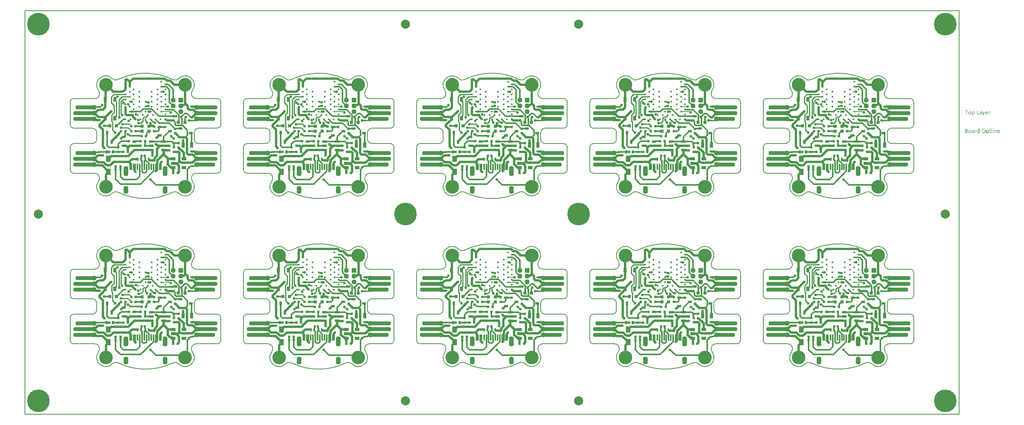
<source format=gtl>
G04*
G04 #@! TF.GenerationSoftware,Altium Limited,Altium Designer,21.8.1 (53)*
G04*
G04 Layer_Physical_Order=1*
G04 Layer_Color=255*
%FSAX25Y25*%
%MOIN*%
G70*
G04*
G04 #@! TF.SameCoordinates,1F37B80F-4F8A-41ED-B193-F68951B3532E*
G04*
G04*
G04 #@! TF.FilePolarity,Positive*
G04*
G01*
G75*
%ADD10C,0.07874*%
%ADD11R,0.04331X0.05315*%
G04:AMPARAMS|DCode=12|XSize=35.43mil|YSize=169.29mil|CornerRadius=13.82mil|HoleSize=0mil|Usage=FLASHONLY|Rotation=270.000|XOffset=0mil|YOffset=0mil|HoleType=Round|Shape=RoundedRectangle|*
%AMROUNDEDRECTD12*
21,1,0.03543,0.14165,0,0,270.0*
21,1,0.00780,0.16929,0,0,270.0*
1,1,0.02764,-0.07083,-0.00390*
1,1,0.02764,-0.07083,0.00390*
1,1,0.02764,0.07083,0.00390*
1,1,0.02764,0.07083,-0.00390*
%
%ADD12ROUNDEDRECTD12*%
G04:AMPARAMS|DCode=13|XSize=35.43mil|YSize=188.98mil|CornerRadius=13.82mil|HoleSize=0mil|Usage=FLASHONLY|Rotation=270.000|XOffset=0mil|YOffset=0mil|HoleType=Round|Shape=RoundedRectangle|*
%AMROUNDEDRECTD13*
21,1,0.03543,0.16134,0,0,270.0*
21,1,0.00780,0.18898,0,0,270.0*
1,1,0.02764,-0.08067,-0.00390*
1,1,0.02764,-0.08067,0.00390*
1,1,0.02764,0.08067,0.00390*
1,1,0.02764,0.08067,-0.00390*
%
%ADD13ROUNDEDRECTD13*%
%ADD14R,0.01575X0.01575*%
%ADD15R,0.02559X0.04134*%
%ADD16R,0.02756X0.05118*%
%ADD17R,0.03543X0.02362*%
%ADD18R,0.02165X0.01968*%
%ADD19R,0.01968X0.02165*%
%ADD20R,0.02756X0.01575*%
%ADD21R,0.01575X0.02756*%
%ADD22R,0.03150X0.03150*%
%ADD23R,0.01968X0.02165*%
%ADD24R,0.03150X0.02559*%
%ADD25R,0.03937X0.02756*%
%ADD26R,0.01181X0.05709*%
%ADD27R,0.03937X0.02362*%
%ADD28R,0.02362X0.03150*%
%ADD29R,0.02362X0.03543*%
%ADD30C,0.00984*%
%ADD31C,0.01181*%
%ADD32C,0.01968*%
%ADD33C,0.00787*%
%ADD34C,0.19685*%
%ADD35C,0.04370*%
%ADD36C,0.11811*%
G04:AMPARAMS|DCode=37|XSize=43.31mil|YSize=66.93mil|CornerRadius=19.49mil|HoleSize=0mil|Usage=FLASHONLY|Rotation=0.000|XOffset=0mil|YOffset=0mil|HoleType=Round|Shape=RoundedRectangle|*
%AMROUNDEDRECTD37*
21,1,0.04331,0.02795,0,0,0.0*
21,1,0.00433,0.06693,0,0,0.0*
1,1,0.03898,0.00217,-0.01398*
1,1,0.03898,-0.00217,-0.01398*
1,1,0.03898,-0.00217,0.01398*
1,1,0.03898,0.00217,0.01398*
%
%ADD37ROUNDEDRECTD37*%
G04:AMPARAMS|DCode=38|XSize=43.31mil|YSize=86.61mil|CornerRadius=19.49mil|HoleSize=0mil|Usage=FLASHONLY|Rotation=0.000|XOffset=0mil|YOffset=0mil|HoleType=Round|Shape=RoundedRectangle|*
%AMROUNDEDRECTD38*
21,1,0.04331,0.04764,0,0,0.0*
21,1,0.00433,0.08661,0,0,0.0*
1,1,0.03898,0.00217,-0.02382*
1,1,0.03898,-0.00217,-0.02382*
1,1,0.03898,-0.00217,0.02382*
1,1,0.03898,0.00217,0.02382*
%
%ADD38ROUNDEDRECTD38*%
%ADD39R,0.04370X0.04370*%
%ADD40C,0.02362*%
G36*
X0803994Y0243607D02*
X0804038Y0243601D01*
X0804081Y0243595D01*
X0804192Y0243570D01*
X0804316Y0243533D01*
X0804440Y0243471D01*
X0804502Y0243434D01*
X0804564Y0243384D01*
X0804619Y0243335D01*
X0804675Y0243273D01*
X0804681Y0243267D01*
X0804688Y0243261D01*
X0804700Y0243236D01*
X0804718Y0243211D01*
X0804737Y0243180D01*
X0804762Y0243137D01*
X0804787Y0243087D01*
X0804811Y0243038D01*
X0804836Y0242976D01*
X0804861Y0242908D01*
X0804886Y0242833D01*
X0804904Y0242753D01*
X0804935Y0242573D01*
X0804947Y0242474D01*
Y0242369D01*
Y0242363D01*
Y0242344D01*
Y0242307D01*
X0804941Y0242264D01*
Y0242214D01*
X0804929Y0242153D01*
X0804923Y0242084D01*
X0804910Y0242010D01*
X0804873Y0241849D01*
X0804817Y0241682D01*
X0804780Y0241602D01*
X0804743Y0241521D01*
X0804694Y0241441D01*
X0804638Y0241366D01*
X0804632Y0241360D01*
X0804626Y0241348D01*
X0804607Y0241329D01*
X0804582Y0241311D01*
X0804551Y0241280D01*
X0804514Y0241249D01*
X0804471Y0241212D01*
X0804421Y0241181D01*
X0804366Y0241144D01*
X0804304Y0241106D01*
X0804155Y0241051D01*
X0804075Y0241026D01*
X0803994Y0241007D01*
X0803901Y0240995D01*
X0803802Y0240989D01*
X0803753D01*
X0803722Y0240995D01*
X0803679Y0241001D01*
X0803635Y0241014D01*
X0803524Y0241038D01*
X0803406Y0241088D01*
X0803338Y0241125D01*
X0803276Y0241162D01*
X0803214Y0241212D01*
X0803159Y0241267D01*
X0803097Y0241329D01*
X0803047Y0241404D01*
X0803035D01*
Y0239893D01*
X0802633D01*
Y0243558D01*
X0803035D01*
Y0243112D01*
X0803047D01*
X0803053Y0243118D01*
X0803060Y0243137D01*
X0803078Y0243162D01*
X0803103Y0243192D01*
X0803134Y0243230D01*
X0803171Y0243273D01*
X0803214Y0243316D01*
X0803270Y0243366D01*
X0803326Y0243409D01*
X0803388Y0243452D01*
X0803462Y0243496D01*
X0803536Y0243533D01*
X0803623Y0243570D01*
X0803716Y0243595D01*
X0803809Y0243607D01*
X0803914Y0243613D01*
X0803963D01*
X0803994Y0243607D01*
D02*
G37*
G36*
X0818108Y0243595D02*
X0818182Y0243589D01*
X0818225Y0243576D01*
X0818256Y0243564D01*
Y0243149D01*
X0818250Y0243155D01*
X0818237Y0243162D01*
X0818213Y0243174D01*
X0818182Y0243192D01*
X0818138Y0243205D01*
X0818083Y0243217D01*
X0818021Y0243223D01*
X0817953Y0243230D01*
X0817940D01*
X0817909Y0243223D01*
X0817860Y0243217D01*
X0817804Y0243199D01*
X0817730Y0243168D01*
X0817662Y0243124D01*
X0817587Y0243062D01*
X0817519Y0242982D01*
X0817513Y0242970D01*
X0817495Y0242939D01*
X0817464Y0242883D01*
X0817433Y0242809D01*
X0817402Y0242716D01*
X0817371Y0242598D01*
X0817352Y0242468D01*
X0817346Y0242320D01*
Y0241044D01*
X0816944D01*
Y0243558D01*
X0817346D01*
Y0243038D01*
X0817358D01*
Y0243044D01*
X0817365Y0243050D01*
X0817377Y0243081D01*
X0817396Y0243130D01*
X0817427Y0243192D01*
X0817457Y0243254D01*
X0817507Y0243322D01*
X0817556Y0243390D01*
X0817618Y0243452D01*
X0817625Y0243459D01*
X0817649Y0243477D01*
X0817686Y0243502D01*
X0817736Y0243527D01*
X0817792Y0243551D01*
X0817860Y0243576D01*
X0817934Y0243595D01*
X0818015Y0243601D01*
X0818070D01*
X0818108Y0243595D01*
D02*
G37*
G36*
X0812728Y0240642D02*
X0812722Y0240636D01*
X0812716Y0240611D01*
X0812697Y0240568D01*
X0812673Y0240518D01*
X0812642Y0240463D01*
X0812598Y0240395D01*
X0812555Y0240326D01*
X0812506Y0240252D01*
X0812444Y0240178D01*
X0812382Y0240110D01*
X0812307Y0240042D01*
X0812227Y0239986D01*
X0812146Y0239936D01*
X0812054Y0239893D01*
X0811961Y0239868D01*
X0811856Y0239862D01*
X0811800D01*
X0811763Y0239868D01*
X0811682Y0239881D01*
X0811596Y0239899D01*
Y0240258D01*
X0811602D01*
X0811620Y0240252D01*
X0811645Y0240246D01*
X0811676Y0240240D01*
X0811750Y0240221D01*
X0811831Y0240215D01*
X0811843D01*
X0811880Y0240221D01*
X0811936Y0240234D01*
X0812004Y0240258D01*
X0812078Y0240302D01*
X0812115Y0240333D01*
X0812153Y0240370D01*
X0812190Y0240407D01*
X0812227Y0240457D01*
X0812258Y0240512D01*
X0812289Y0240574D01*
X0812493Y0241044D01*
X0811509Y0243558D01*
X0811955D01*
X0812636Y0241620D01*
Y0241614D01*
X0812642Y0241602D01*
X0812648Y0241583D01*
X0812654Y0241558D01*
X0812660Y0241521D01*
X0812673Y0241484D01*
X0812685Y0241428D01*
X0812704D01*
Y0241441D01*
X0812716Y0241478D01*
X0812728Y0241533D01*
X0812753Y0241614D01*
X0813465Y0243558D01*
X0813880D01*
X0812728Y0240642D01*
D02*
G37*
G36*
X0810320Y0243607D02*
X0810376Y0243601D01*
X0810444Y0243582D01*
X0810518Y0243564D01*
X0810599Y0243533D01*
X0810686Y0243496D01*
X0810766Y0243446D01*
X0810847Y0243384D01*
X0810921Y0243310D01*
X0810989Y0243217D01*
X0811045Y0243112D01*
X0811088Y0242988D01*
X0811113Y0242846D01*
X0811125Y0242679D01*
Y0241044D01*
X0810723D01*
Y0241435D01*
X0810710D01*
Y0241428D01*
X0810698Y0241416D01*
X0810686Y0241391D01*
X0810661Y0241366D01*
X0810599Y0241292D01*
X0810518Y0241212D01*
X0810407Y0241131D01*
X0810277Y0241057D01*
X0810197Y0241032D01*
X0810116Y0241007D01*
X0810030Y0240995D01*
X0809937Y0240989D01*
X0809900D01*
X0809875Y0240995D01*
X0809807Y0241001D01*
X0809726Y0241014D01*
X0809627Y0241038D01*
X0809534Y0241069D01*
X0809435Y0241119D01*
X0809349Y0241181D01*
X0809342Y0241193D01*
X0809318Y0241218D01*
X0809280Y0241261D01*
X0809243Y0241323D01*
X0809206Y0241397D01*
X0809169Y0241484D01*
X0809144Y0241589D01*
X0809138Y0241707D01*
Y0241713D01*
Y0241738D01*
X0809144Y0241775D01*
X0809151Y0241818D01*
X0809163Y0241874D01*
X0809181Y0241936D01*
X0809206Y0242004D01*
X0809243Y0242072D01*
X0809287Y0242146D01*
X0809342Y0242221D01*
X0809410Y0242289D01*
X0809491Y0242351D01*
X0809584Y0242412D01*
X0809695Y0242462D01*
X0809819Y0242499D01*
X0809968Y0242530D01*
X0810723Y0242635D01*
Y0242641D01*
Y0242660D01*
X0810717Y0242697D01*
Y0242734D01*
X0810704Y0242784D01*
X0810698Y0242840D01*
X0810661Y0242957D01*
X0810630Y0243013D01*
X0810599Y0243069D01*
X0810556Y0243124D01*
X0810506Y0243174D01*
X0810444Y0243217D01*
X0810376Y0243248D01*
X0810296Y0243267D01*
X0810203Y0243273D01*
X0810159D01*
X0810128Y0243267D01*
X0810085D01*
X0810042Y0243254D01*
X0809931Y0243236D01*
X0809807Y0243199D01*
X0809671Y0243143D01*
X0809596Y0243106D01*
X0809528Y0243069D01*
X0809454Y0243019D01*
X0809386Y0242963D01*
Y0243378D01*
X0809392D01*
X0809404Y0243390D01*
X0809423Y0243403D01*
X0809454Y0243415D01*
X0809485Y0243434D01*
X0809528Y0243452D01*
X0809578Y0243471D01*
X0809633Y0243496D01*
X0809757Y0243539D01*
X0809906Y0243576D01*
X0810067Y0243601D01*
X0810240Y0243613D01*
X0810277D01*
X0810320Y0243607D01*
D02*
G37*
G36*
X0807430Y0241416D02*
X0808841D01*
Y0241044D01*
X0807015D01*
Y0244560D01*
X0807430D01*
Y0241416D01*
D02*
G37*
G36*
X0799191Y0244189D02*
X0798176D01*
Y0241044D01*
X0797767D01*
Y0244189D01*
X0796752D01*
Y0244560D01*
X0799191D01*
Y0244189D01*
D02*
G37*
G36*
X0815384Y0243607D02*
X0815427Y0243601D01*
X0815471Y0243595D01*
X0815582Y0243576D01*
X0815706Y0243533D01*
X0815829Y0243477D01*
X0815891Y0243440D01*
X0815953Y0243397D01*
X0816009Y0243347D01*
X0816065Y0243291D01*
X0816071Y0243285D01*
X0816077Y0243279D01*
X0816090Y0243261D01*
X0816108Y0243236D01*
X0816127Y0243199D01*
X0816151Y0243162D01*
X0816176Y0243118D01*
X0816201Y0243062D01*
X0816226Y0243001D01*
X0816251Y0242939D01*
X0816275Y0242864D01*
X0816294Y0242784D01*
X0816312Y0242697D01*
X0816325Y0242611D01*
X0816337Y0242512D01*
Y0242406D01*
Y0242196D01*
X0814561D01*
Y0242190D01*
Y0242177D01*
Y0242159D01*
X0814567Y0242128D01*
X0814573Y0242091D01*
Y0242054D01*
X0814592Y0241954D01*
X0814622Y0241855D01*
X0814660Y0241744D01*
X0814715Y0241639D01*
X0814783Y0241546D01*
X0814796Y0241533D01*
X0814821Y0241509D01*
X0814870Y0241478D01*
X0814938Y0241435D01*
X0815025Y0241391D01*
X0815124Y0241360D01*
X0815242Y0241335D01*
X0815378Y0241323D01*
X0815421D01*
X0815452Y0241329D01*
X0815489D01*
X0815532Y0241335D01*
X0815638Y0241360D01*
X0815755Y0241391D01*
X0815885Y0241441D01*
X0816021Y0241509D01*
X0816090Y0241552D01*
X0816158Y0241602D01*
Y0241224D01*
X0816151D01*
X0816145Y0241212D01*
X0816127Y0241206D01*
X0816096Y0241187D01*
X0816065Y0241168D01*
X0816028Y0241150D01*
X0815978Y0241131D01*
X0815929Y0241106D01*
X0815867Y0241082D01*
X0815799Y0241063D01*
X0815650Y0241026D01*
X0815477Y0241001D01*
X0815285Y0240989D01*
X0815235D01*
X0815198Y0240995D01*
X0815155Y0241001D01*
X0815099Y0241007D01*
X0814981Y0241032D01*
X0814845Y0241069D01*
X0814709Y0241131D01*
X0814641Y0241175D01*
X0814573Y0241218D01*
X0814511Y0241267D01*
X0814449Y0241329D01*
X0814443Y0241335D01*
X0814437Y0241348D01*
X0814424Y0241366D01*
X0814400Y0241391D01*
X0814381Y0241428D01*
X0814356Y0241472D01*
X0814325Y0241521D01*
X0814301Y0241577D01*
X0814270Y0241639D01*
X0814245Y0241713D01*
X0814214Y0241793D01*
X0814195Y0241880D01*
X0814177Y0241973D01*
X0814158Y0242072D01*
X0814152Y0242177D01*
X0814146Y0242289D01*
Y0242295D01*
Y0242314D01*
Y0242344D01*
X0814152Y0242388D01*
X0814158Y0242437D01*
X0814164Y0242493D01*
X0814171Y0242561D01*
X0814189Y0242629D01*
X0814226Y0242778D01*
X0814282Y0242939D01*
X0814319Y0243019D01*
X0814369Y0243093D01*
X0814418Y0243174D01*
X0814474Y0243242D01*
X0814480Y0243248D01*
X0814493Y0243261D01*
X0814511Y0243279D01*
X0814536Y0243298D01*
X0814567Y0243329D01*
X0814604Y0243360D01*
X0814653Y0243390D01*
X0814703Y0243428D01*
X0814821Y0243496D01*
X0814963Y0243558D01*
X0815043Y0243576D01*
X0815124Y0243595D01*
X0815211Y0243607D01*
X0815303Y0243613D01*
X0815353D01*
X0815384Y0243607D01*
D02*
G37*
G36*
X0800893D02*
X0800936Y0243601D01*
X0800992Y0243595D01*
X0801116Y0243570D01*
X0801258Y0243527D01*
X0801401Y0243465D01*
X0801475Y0243428D01*
X0801543Y0243384D01*
X0801611Y0243329D01*
X0801673Y0243267D01*
X0801679Y0243261D01*
X0801685Y0243248D01*
X0801704Y0243230D01*
X0801723Y0243205D01*
X0801747Y0243168D01*
X0801772Y0243124D01*
X0801803Y0243075D01*
X0801834Y0243019D01*
X0801859Y0242951D01*
X0801890Y0242883D01*
X0801914Y0242803D01*
X0801939Y0242716D01*
X0801958Y0242623D01*
X0801976Y0242524D01*
X0801982Y0242419D01*
X0801989Y0242307D01*
Y0242301D01*
Y0242283D01*
Y0242252D01*
X0801982Y0242208D01*
X0801976Y0242159D01*
X0801970Y0242097D01*
X0801958Y0242035D01*
X0801945Y0241961D01*
X0801908Y0241812D01*
X0801846Y0241651D01*
X0801809Y0241571D01*
X0801760Y0241490D01*
X0801710Y0241416D01*
X0801648Y0241348D01*
X0801642Y0241342D01*
X0801630Y0241335D01*
X0801611Y0241317D01*
X0801586Y0241292D01*
X0801549Y0241267D01*
X0801512Y0241236D01*
X0801463Y0241199D01*
X0801407Y0241168D01*
X0801345Y0241137D01*
X0801277Y0241100D01*
X0801203Y0241069D01*
X0801122Y0241044D01*
X0801035Y0241020D01*
X0800943Y0241007D01*
X0800844Y0240995D01*
X0800738Y0240989D01*
X0800683D01*
X0800646Y0240995D01*
X0800602Y0241001D01*
X0800546Y0241007D01*
X0800484Y0241020D01*
X0800416Y0241032D01*
X0800274Y0241075D01*
X0800126Y0241137D01*
X0800051Y0241175D01*
X0799983Y0241224D01*
X0799915Y0241273D01*
X0799847Y0241335D01*
X0799841Y0241342D01*
X0799835Y0241354D01*
X0799816Y0241373D01*
X0799797Y0241397D01*
X0799773Y0241435D01*
X0799742Y0241478D01*
X0799711Y0241527D01*
X0799686Y0241583D01*
X0799655Y0241651D01*
X0799624Y0241719D01*
X0799593Y0241793D01*
X0799568Y0241880D01*
X0799531Y0242066D01*
X0799525Y0242165D01*
X0799519Y0242270D01*
Y0242276D01*
Y0242301D01*
Y0242332D01*
X0799525Y0242375D01*
X0799531Y0242425D01*
X0799538Y0242487D01*
X0799550Y0242555D01*
X0799562Y0242629D01*
X0799599Y0242790D01*
X0799661Y0242951D01*
X0799705Y0243032D01*
X0799748Y0243112D01*
X0799797Y0243186D01*
X0799859Y0243254D01*
X0799865Y0243261D01*
X0799878Y0243273D01*
X0799896Y0243285D01*
X0799921Y0243310D01*
X0799958Y0243335D01*
X0800002Y0243366D01*
X0800051Y0243403D01*
X0800107Y0243434D01*
X0800169Y0243465D01*
X0800243Y0243502D01*
X0800317Y0243533D01*
X0800404Y0243558D01*
X0800491Y0243582D01*
X0800590Y0243601D01*
X0800695Y0243607D01*
X0800800Y0243613D01*
X0800856D01*
X0800893Y0243607D01*
D02*
G37*
G36*
X0820961Y0228622D02*
X0820986D01*
X0821041Y0228597D01*
X0821072Y0228578D01*
X0821103Y0228554D01*
X0821110Y0228548D01*
X0821116Y0228541D01*
X0821147Y0228504D01*
X0821171Y0228442D01*
X0821178Y0228405D01*
X0821184Y0228368D01*
Y0228362D01*
Y0228349D01*
X0821178Y0228331D01*
X0821171Y0228306D01*
X0821153Y0228244D01*
X0821128Y0228213D01*
X0821103Y0228182D01*
X0821097D01*
X0821091Y0228170D01*
X0821054Y0228145D01*
X0820998Y0228120D01*
X0820961Y0228114D01*
X0820924Y0228108D01*
X0820905D01*
X0820887Y0228114D01*
X0820862D01*
X0820800Y0228139D01*
X0820769Y0228151D01*
X0820738Y0228176D01*
Y0228182D01*
X0820726Y0228188D01*
X0820714Y0228207D01*
X0820701Y0228226D01*
X0820676Y0228288D01*
X0820670Y0228325D01*
X0820664Y0228368D01*
Y0228374D01*
Y0228387D01*
X0820670Y0228405D01*
X0820676Y0228436D01*
X0820695Y0228492D01*
X0820714Y0228523D01*
X0820738Y0228554D01*
X0820744Y0228560D01*
X0820751Y0228566D01*
X0820788Y0228591D01*
X0820850Y0228616D01*
X0820887Y0228628D01*
X0820942D01*
X0820961Y0228622D01*
D02*
G37*
G36*
X0808971Y0224957D02*
X0808569D01*
Y0225378D01*
X0808556D01*
Y0225372D01*
X0808544Y0225360D01*
X0808525Y0225335D01*
X0808507Y0225304D01*
X0808476Y0225267D01*
X0808439Y0225230D01*
X0808395Y0225186D01*
X0808346Y0225143D01*
X0808290Y0225094D01*
X0808222Y0225050D01*
X0808154Y0225013D01*
X0808074Y0224976D01*
X0807993Y0224945D01*
X0807900Y0224920D01*
X0807801Y0224908D01*
X0807696Y0224902D01*
X0807652D01*
X0807615Y0224908D01*
X0807578Y0224914D01*
X0807529Y0224920D01*
X0807423Y0224945D01*
X0807300Y0224982D01*
X0807176Y0225044D01*
X0807108Y0225081D01*
X0807052Y0225124D01*
X0806990Y0225180D01*
X0806935Y0225236D01*
Y0225242D01*
X0806922Y0225254D01*
X0806910Y0225273D01*
X0806891Y0225298D01*
X0806873Y0225329D01*
X0806848Y0225372D01*
X0806823Y0225422D01*
X0806798Y0225477D01*
X0806767Y0225539D01*
X0806743Y0225607D01*
X0806718Y0225681D01*
X0806699Y0225762D01*
X0806681Y0225849D01*
X0806668Y0225948D01*
X0806662Y0226047D01*
X0806656Y0226152D01*
Y0226158D01*
Y0226177D01*
Y0226214D01*
X0806662Y0226257D01*
X0806668Y0226307D01*
X0806674Y0226369D01*
X0806681Y0226437D01*
X0806693Y0226511D01*
X0806730Y0226672D01*
X0806786Y0226839D01*
X0806823Y0226920D01*
X0806866Y0227000D01*
X0806910Y0227074D01*
X0806966Y0227149D01*
X0806972Y0227155D01*
X0806978Y0227167D01*
X0806996Y0227186D01*
X0807021Y0227210D01*
X0807052Y0227235D01*
X0807095Y0227266D01*
X0807139Y0227303D01*
X0807188Y0227341D01*
X0807312Y0227409D01*
X0807454Y0227470D01*
X0807535Y0227489D01*
X0807622Y0227508D01*
X0807708Y0227520D01*
X0807807Y0227526D01*
X0807857D01*
X0807894Y0227520D01*
X0807931Y0227514D01*
X0807981Y0227508D01*
X0808092Y0227477D01*
X0808216Y0227427D01*
X0808278Y0227396D01*
X0808340Y0227353D01*
X0808401Y0227309D01*
X0808457Y0227254D01*
X0808507Y0227192D01*
X0808556Y0227118D01*
X0808569D01*
Y0228678D01*
X0808971D01*
Y0224957D01*
D02*
G37*
G36*
X0823239Y0227520D02*
X0823313Y0227514D01*
X0823406Y0227495D01*
X0823505Y0227464D01*
X0823610Y0227415D01*
X0823716Y0227347D01*
X0823759Y0227309D01*
X0823802Y0227260D01*
X0823815Y0227248D01*
X0823839Y0227210D01*
X0823870Y0227149D01*
X0823914Y0227062D01*
X0823951Y0226957D01*
X0823988Y0226827D01*
X0824013Y0226672D01*
X0824019Y0226492D01*
Y0224957D01*
X0823617D01*
Y0226387D01*
Y0226393D01*
Y0226424D01*
X0823610Y0226462D01*
Y0226511D01*
X0823598Y0226573D01*
X0823586Y0226641D01*
X0823567Y0226715D01*
X0823542Y0226789D01*
X0823511Y0226864D01*
X0823474Y0226932D01*
X0823425Y0227000D01*
X0823369Y0227062D01*
X0823307Y0227111D01*
X0823227Y0227149D01*
X0823140Y0227180D01*
X0823035Y0227186D01*
X0823022D01*
X0822985Y0227180D01*
X0822929Y0227173D01*
X0822861Y0227155D01*
X0822781Y0227130D01*
X0822694Y0227087D01*
X0822614Y0227031D01*
X0822533Y0226957D01*
X0822527Y0226944D01*
X0822502Y0226920D01*
X0822471Y0226870D01*
X0822434Y0226802D01*
X0822397Y0226722D01*
X0822366Y0226622D01*
X0822341Y0226511D01*
X0822335Y0226387D01*
Y0224957D01*
X0821933D01*
Y0227470D01*
X0822335D01*
Y0227049D01*
X0822348D01*
X0822354Y0227056D01*
X0822360Y0227068D01*
X0822379Y0227093D01*
X0822403Y0227124D01*
X0822428Y0227161D01*
X0822465Y0227198D01*
X0822509Y0227241D01*
X0822558Y0227291D01*
X0822614Y0227334D01*
X0822676Y0227378D01*
X0822744Y0227415D01*
X0822818Y0227452D01*
X0822892Y0227483D01*
X0822979Y0227508D01*
X0823072Y0227520D01*
X0823171Y0227526D01*
X0823208D01*
X0823239Y0227520D01*
D02*
G37*
G36*
X0806241Y0227508D02*
X0806316Y0227501D01*
X0806359Y0227489D01*
X0806390Y0227477D01*
Y0227062D01*
X0806384Y0227068D01*
X0806371Y0227074D01*
X0806347Y0227087D01*
X0806316Y0227105D01*
X0806272Y0227118D01*
X0806217Y0227130D01*
X0806155Y0227136D01*
X0806087Y0227142D01*
X0806074D01*
X0806043Y0227136D01*
X0805994Y0227130D01*
X0805938Y0227111D01*
X0805864Y0227080D01*
X0805796Y0227037D01*
X0805721Y0226975D01*
X0805653Y0226895D01*
X0805647Y0226882D01*
X0805628Y0226851D01*
X0805597Y0226796D01*
X0805567Y0226722D01*
X0805536Y0226629D01*
X0805505Y0226511D01*
X0805486Y0226381D01*
X0805480Y0226232D01*
Y0224957D01*
X0805077D01*
Y0227470D01*
X0805480D01*
Y0226951D01*
X0805492D01*
Y0226957D01*
X0805498Y0226963D01*
X0805511Y0226994D01*
X0805529Y0227043D01*
X0805560Y0227105D01*
X0805591Y0227167D01*
X0805641Y0227235D01*
X0805690Y0227303D01*
X0805752Y0227365D01*
X0805758Y0227371D01*
X0805783Y0227390D01*
X0805820Y0227415D01*
X0805870Y0227439D01*
X0805925Y0227464D01*
X0805994Y0227489D01*
X0806068Y0227508D01*
X0806148Y0227514D01*
X0806204D01*
X0806241Y0227508D01*
D02*
G37*
G36*
X0816981Y0224957D02*
X0816578D01*
Y0225354D01*
X0816566D01*
Y0225347D01*
X0816554Y0225335D01*
X0816541Y0225310D01*
X0816517Y0225285D01*
X0816461Y0225211D01*
X0816374Y0225131D01*
X0816325Y0225087D01*
X0816269Y0225044D01*
X0816207Y0225007D01*
X0816133Y0224970D01*
X0816059Y0224945D01*
X0815978Y0224920D01*
X0815885Y0224908D01*
X0815792Y0224902D01*
X0815755D01*
X0815712Y0224908D01*
X0815650Y0224920D01*
X0815582Y0224933D01*
X0815508Y0224957D01*
X0815427Y0224988D01*
X0815347Y0225038D01*
X0815260Y0225094D01*
X0815180Y0225162D01*
X0815105Y0225248D01*
X0815037Y0225354D01*
X0814975Y0225471D01*
X0814932Y0225613D01*
X0814907Y0225781D01*
X0814895Y0225867D01*
Y0225966D01*
Y0227470D01*
X0815291D01*
Y0226028D01*
Y0226022D01*
Y0225997D01*
X0815297Y0225954D01*
X0815303Y0225904D01*
X0815310Y0225842D01*
X0815322Y0225781D01*
X0815341Y0225706D01*
X0815365Y0225632D01*
X0815402Y0225558D01*
X0815440Y0225490D01*
X0815489Y0225422D01*
X0815551Y0225360D01*
X0815619Y0225310D01*
X0815699Y0225273D01*
X0815799Y0225242D01*
X0815904Y0225236D01*
X0815916D01*
X0815953Y0225242D01*
X0816009Y0225248D01*
X0816071Y0225261D01*
X0816151Y0225292D01*
X0816232Y0225329D01*
X0816312Y0225378D01*
X0816387Y0225452D01*
X0816393Y0225465D01*
X0816418Y0225490D01*
X0816448Y0225539D01*
X0816486Y0225607D01*
X0816517Y0225688D01*
X0816548Y0225787D01*
X0816572Y0225898D01*
X0816578Y0226022D01*
Y0227470D01*
X0816981D01*
Y0224957D01*
D02*
G37*
G36*
X0821116D02*
X0820714D01*
Y0227470D01*
X0821116D01*
Y0224957D01*
D02*
G37*
G36*
X0819896D02*
X0819494D01*
Y0228678D01*
X0819896D01*
Y0224957D01*
D02*
G37*
G36*
X0803518Y0227520D02*
X0803573Y0227514D01*
X0803641Y0227495D01*
X0803716Y0227477D01*
X0803796Y0227446D01*
X0803883Y0227409D01*
X0803963Y0227359D01*
X0804044Y0227297D01*
X0804118Y0227223D01*
X0804186Y0227130D01*
X0804242Y0227025D01*
X0804285Y0226901D01*
X0804310Y0226759D01*
X0804322Y0226591D01*
Y0224957D01*
X0803920D01*
Y0225347D01*
X0803908D01*
Y0225341D01*
X0803895Y0225329D01*
X0803883Y0225304D01*
X0803858Y0225279D01*
X0803796Y0225205D01*
X0803716Y0225124D01*
X0803604Y0225044D01*
X0803474Y0224970D01*
X0803394Y0224945D01*
X0803313Y0224920D01*
X0803227Y0224908D01*
X0803134Y0224902D01*
X0803097D01*
X0803072Y0224908D01*
X0803004Y0224914D01*
X0802923Y0224926D01*
X0802824Y0224951D01*
X0802732Y0224982D01*
X0802633Y0225032D01*
X0802546Y0225094D01*
X0802540Y0225106D01*
X0802515Y0225131D01*
X0802478Y0225174D01*
X0802441Y0225236D01*
X0802403Y0225310D01*
X0802366Y0225397D01*
X0802341Y0225502D01*
X0802335Y0225620D01*
Y0225626D01*
Y0225651D01*
X0802341Y0225688D01*
X0802348Y0225731D01*
X0802360Y0225787D01*
X0802379Y0225849D01*
X0802403Y0225917D01*
X0802441Y0225985D01*
X0802484Y0226059D01*
X0802540Y0226133D01*
X0802608Y0226202D01*
X0802688Y0226263D01*
X0802781Y0226325D01*
X0802892Y0226375D01*
X0803016Y0226412D01*
X0803165Y0226443D01*
X0803920Y0226548D01*
Y0226554D01*
Y0226573D01*
X0803914Y0226610D01*
Y0226647D01*
X0803901Y0226697D01*
X0803895Y0226752D01*
X0803858Y0226870D01*
X0803827Y0226926D01*
X0803796Y0226981D01*
X0803753Y0227037D01*
X0803703Y0227087D01*
X0803641Y0227130D01*
X0803573Y0227161D01*
X0803493Y0227180D01*
X0803400Y0227186D01*
X0803357D01*
X0803326Y0227180D01*
X0803282D01*
X0803239Y0227167D01*
X0803128Y0227149D01*
X0803004Y0227111D01*
X0802868Y0227056D01*
X0802793Y0227019D01*
X0802725Y0226981D01*
X0802651Y0226932D01*
X0802583Y0226876D01*
Y0227291D01*
X0802589D01*
X0802602Y0227303D01*
X0802620Y0227316D01*
X0802651Y0227328D01*
X0802682Y0227347D01*
X0802725Y0227365D01*
X0802775Y0227384D01*
X0802831Y0227409D01*
X0802954Y0227452D01*
X0803103Y0227489D01*
X0803264Y0227514D01*
X0803437Y0227526D01*
X0803474D01*
X0803518Y0227520D01*
D02*
G37*
G36*
X0797829Y0228467D02*
X0797872D01*
X0797916Y0228461D01*
X0798015Y0228449D01*
X0798132Y0228417D01*
X0798256Y0228380D01*
X0798374Y0228325D01*
X0798479Y0228250D01*
X0798485D01*
X0798491Y0228238D01*
X0798522Y0228213D01*
X0798566Y0228164D01*
X0798615Y0228096D01*
X0798659Y0228009D01*
X0798702Y0227910D01*
X0798733Y0227799D01*
X0798745Y0227737D01*
Y0227668D01*
Y0227662D01*
Y0227656D01*
Y0227619D01*
X0798739Y0227563D01*
X0798727Y0227495D01*
X0798708Y0227409D01*
X0798677Y0227322D01*
X0798640Y0227235D01*
X0798584Y0227149D01*
X0798578Y0227136D01*
X0798553Y0227111D01*
X0798516Y0227074D01*
X0798467Y0227025D01*
X0798405Y0226975D01*
X0798330Y0226920D01*
X0798238Y0226876D01*
X0798139Y0226833D01*
Y0226827D01*
X0798157D01*
X0798176Y0226820D01*
X0798194Y0226814D01*
X0798262Y0226802D01*
X0798343Y0226777D01*
X0798429Y0226740D01*
X0798522Y0226697D01*
X0798615Y0226635D01*
X0798702Y0226554D01*
X0798714Y0226542D01*
X0798739Y0226511D01*
X0798770Y0226468D01*
X0798813Y0226400D01*
X0798850Y0226313D01*
X0798887Y0226214D01*
X0798912Y0226096D01*
X0798918Y0225966D01*
Y0225960D01*
Y0225948D01*
Y0225923D01*
X0798912Y0225892D01*
X0798906Y0225855D01*
X0798900Y0225812D01*
X0798875Y0225706D01*
X0798838Y0225589D01*
X0798782Y0225465D01*
X0798745Y0225409D01*
X0798702Y0225347D01*
X0798646Y0225292D01*
X0798590Y0225236D01*
X0798584D01*
X0798578Y0225223D01*
X0798559Y0225211D01*
X0798535Y0225192D01*
X0798504Y0225174D01*
X0798460Y0225149D01*
X0798368Y0225100D01*
X0798250Y0225044D01*
X0798114Y0225001D01*
X0797953Y0224970D01*
X0797872Y0224963D01*
X0797780Y0224957D01*
X0796752D01*
Y0228473D01*
X0797798D01*
X0797829Y0228467D01*
D02*
G37*
G36*
X0818324Y0227470D02*
X0818962D01*
Y0227124D01*
X0818324D01*
Y0225706D01*
Y0225694D01*
Y0225663D01*
X0818330Y0225620D01*
X0818336Y0225564D01*
X0818361Y0225446D01*
X0818380Y0225391D01*
X0818411Y0225347D01*
X0818417Y0225341D01*
X0818429Y0225329D01*
X0818448Y0225316D01*
X0818479Y0225298D01*
X0818516Y0225273D01*
X0818565Y0225261D01*
X0818627Y0225248D01*
X0818696Y0225242D01*
X0818720D01*
X0818751Y0225248D01*
X0818788Y0225254D01*
X0818875Y0225279D01*
X0818918Y0225298D01*
X0818962Y0225323D01*
Y0224976D01*
X0818956D01*
X0818937Y0224963D01*
X0818906Y0224957D01*
X0818863Y0224945D01*
X0818807Y0224933D01*
X0818745Y0224920D01*
X0818671Y0224914D01*
X0818584Y0224908D01*
X0818553D01*
X0818522Y0224914D01*
X0818479Y0224920D01*
X0818429Y0224933D01*
X0818374Y0224945D01*
X0818318Y0224970D01*
X0818256Y0225001D01*
X0818194Y0225038D01*
X0818132Y0225087D01*
X0818077Y0225143D01*
X0818027Y0225217D01*
X0817984Y0225298D01*
X0817953Y0225397D01*
X0817928Y0225508D01*
X0817922Y0225638D01*
Y0227124D01*
X0817495D01*
Y0227470D01*
X0817922D01*
Y0228083D01*
X0818324Y0228213D01*
Y0227470D01*
D02*
G37*
G36*
X0825851Y0227520D02*
X0825895Y0227514D01*
X0825938Y0227508D01*
X0826049Y0227489D01*
X0826173Y0227446D01*
X0826297Y0227390D01*
X0826359Y0227353D01*
X0826421Y0227309D01*
X0826476Y0227260D01*
X0826532Y0227204D01*
X0826538Y0227198D01*
X0826544Y0227192D01*
X0826557Y0227173D01*
X0826575Y0227149D01*
X0826594Y0227111D01*
X0826619Y0227074D01*
X0826643Y0227031D01*
X0826668Y0226975D01*
X0826693Y0226913D01*
X0826718Y0226851D01*
X0826742Y0226777D01*
X0826761Y0226697D01*
X0826780Y0226610D01*
X0826792Y0226523D01*
X0826804Y0226424D01*
Y0226319D01*
Y0226109D01*
X0825028D01*
Y0226102D01*
Y0226090D01*
Y0226072D01*
X0825034Y0226041D01*
X0825040Y0226003D01*
Y0225966D01*
X0825059Y0225867D01*
X0825090Y0225768D01*
X0825127Y0225657D01*
X0825183Y0225552D01*
X0825251Y0225459D01*
X0825263Y0225446D01*
X0825288Y0225422D01*
X0825337Y0225391D01*
X0825406Y0225347D01*
X0825492Y0225304D01*
X0825591Y0225273D01*
X0825709Y0225248D01*
X0825845Y0225236D01*
X0825888D01*
X0825919Y0225242D01*
X0825956D01*
X0826000Y0225248D01*
X0826105Y0225273D01*
X0826223Y0225304D01*
X0826353Y0225354D01*
X0826489Y0225422D01*
X0826557Y0225465D01*
X0826625Y0225514D01*
Y0225137D01*
X0826619D01*
X0826612Y0225124D01*
X0826594Y0225118D01*
X0826563Y0225100D01*
X0826532Y0225081D01*
X0826495Y0225062D01*
X0826445Y0225044D01*
X0826396Y0225019D01*
X0826334Y0224994D01*
X0826266Y0224976D01*
X0826117Y0224939D01*
X0825944Y0224914D01*
X0825752Y0224902D01*
X0825703D01*
X0825665Y0224908D01*
X0825622Y0224914D01*
X0825566Y0224920D01*
X0825449Y0224945D01*
X0825313Y0224982D01*
X0825176Y0225044D01*
X0825108Y0225087D01*
X0825040Y0225131D01*
X0824978Y0225180D01*
X0824916Y0225242D01*
X0824910Y0225248D01*
X0824904Y0225261D01*
X0824892Y0225279D01*
X0824867Y0225304D01*
X0824848Y0225341D01*
X0824824Y0225384D01*
X0824793Y0225434D01*
X0824768Y0225490D01*
X0824737Y0225552D01*
X0824712Y0225626D01*
X0824681Y0225706D01*
X0824663Y0225793D01*
X0824644Y0225886D01*
X0824625Y0225985D01*
X0824619Y0226090D01*
X0824613Y0226202D01*
Y0226208D01*
Y0226226D01*
Y0226257D01*
X0824619Y0226301D01*
X0824625Y0226350D01*
X0824632Y0226406D01*
X0824638Y0226474D01*
X0824656Y0226542D01*
X0824694Y0226691D01*
X0824749Y0226851D01*
X0824786Y0226932D01*
X0824836Y0227006D01*
X0824885Y0227087D01*
X0824941Y0227155D01*
X0824947Y0227161D01*
X0824960Y0227173D01*
X0824978Y0227192D01*
X0825003Y0227210D01*
X0825034Y0227241D01*
X0825071Y0227272D01*
X0825121Y0227303D01*
X0825170Y0227341D01*
X0825288Y0227409D01*
X0825430Y0227470D01*
X0825511Y0227489D01*
X0825591Y0227508D01*
X0825678Y0227520D01*
X0825771Y0227526D01*
X0825820D01*
X0825851Y0227520D01*
D02*
G37*
G36*
X0812809Y0228529D02*
X0812871Y0228523D01*
X0812945Y0228510D01*
X0813025Y0228492D01*
X0813112Y0228473D01*
X0813199Y0228449D01*
X0813298Y0228417D01*
X0813391Y0228374D01*
X0813490Y0228325D01*
X0813589Y0228269D01*
X0813682Y0228201D01*
X0813774Y0228127D01*
X0813861Y0228040D01*
X0813867Y0228034D01*
X0813880Y0228015D01*
X0813904Y0227990D01*
X0813929Y0227953D01*
X0813966Y0227904D01*
X0814003Y0227842D01*
X0814041Y0227774D01*
X0814084Y0227699D01*
X0814127Y0227607D01*
X0814164Y0227514D01*
X0814202Y0227409D01*
X0814239Y0227291D01*
X0814264Y0227173D01*
X0814288Y0227043D01*
X0814301Y0226901D01*
X0814307Y0226759D01*
Y0226746D01*
Y0226722D01*
Y0226678D01*
X0814301Y0226616D01*
X0814294Y0226542D01*
X0814282Y0226462D01*
X0814270Y0226369D01*
X0814251Y0226263D01*
X0814226Y0226158D01*
X0814195Y0226047D01*
X0814158Y0225935D01*
X0814115Y0225824D01*
X0814059Y0225706D01*
X0813997Y0225601D01*
X0813929Y0225496D01*
X0813849Y0225397D01*
X0813843Y0225391D01*
X0813830Y0225378D01*
X0813799Y0225354D01*
X0813768Y0225323D01*
X0813719Y0225279D01*
X0813663Y0225242D01*
X0813601Y0225192D01*
X0813527Y0225149D01*
X0813446Y0225106D01*
X0813354Y0225056D01*
X0813255Y0225019D01*
X0813143Y0224982D01*
X0813025Y0224945D01*
X0812902Y0224920D01*
X0812772Y0224908D01*
X0812629Y0224902D01*
X0812598D01*
X0812555Y0224908D01*
X0812506D01*
X0812444Y0224914D01*
X0812369Y0224926D01*
X0812289Y0224945D01*
X0812196Y0224963D01*
X0812103Y0224988D01*
X0812004Y0225019D01*
X0811905Y0225062D01*
X0811806Y0225106D01*
X0811707Y0225162D01*
X0811608Y0225230D01*
X0811515Y0225304D01*
X0811428Y0225391D01*
X0811422Y0225397D01*
X0811410Y0225415D01*
X0811385Y0225440D01*
X0811360Y0225477D01*
X0811323Y0225527D01*
X0811286Y0225589D01*
X0811249Y0225657D01*
X0811206Y0225737D01*
X0811162Y0225824D01*
X0811125Y0225917D01*
X0811088Y0226022D01*
X0811051Y0226140D01*
X0811026Y0226257D01*
X0811001Y0226387D01*
X0810989Y0226530D01*
X0810983Y0226672D01*
Y0226684D01*
Y0226709D01*
X0810989Y0226752D01*
Y0226814D01*
X0810995Y0226882D01*
X0811007Y0226969D01*
X0811020Y0227062D01*
X0811038Y0227161D01*
X0811063Y0227266D01*
X0811094Y0227378D01*
X0811131Y0227489D01*
X0811175Y0227600D01*
X0811230Y0227712D01*
X0811292Y0227823D01*
X0811360Y0227928D01*
X0811441Y0228028D01*
X0811447Y0228034D01*
X0811459Y0228052D01*
X0811490Y0228077D01*
X0811528Y0228108D01*
X0811571Y0228145D01*
X0811627Y0228188D01*
X0811695Y0228232D01*
X0811769Y0228281D01*
X0811856Y0228331D01*
X0811948Y0228374D01*
X0812047Y0228417D01*
X0812159Y0228455D01*
X0812283Y0228486D01*
X0812413Y0228517D01*
X0812549Y0228529D01*
X0812691Y0228535D01*
X0812759D01*
X0812809Y0228529D01*
D02*
G37*
G36*
X0800782Y0227520D02*
X0800825Y0227514D01*
X0800881Y0227508D01*
X0801005Y0227483D01*
X0801147Y0227439D01*
X0801289Y0227378D01*
X0801363Y0227341D01*
X0801432Y0227297D01*
X0801500Y0227241D01*
X0801562Y0227180D01*
X0801568Y0227173D01*
X0801574Y0227161D01*
X0801593Y0227142D01*
X0801611Y0227118D01*
X0801636Y0227080D01*
X0801661Y0227037D01*
X0801692Y0226988D01*
X0801723Y0226932D01*
X0801747Y0226864D01*
X0801778Y0226796D01*
X0801803Y0226715D01*
X0801828Y0226629D01*
X0801846Y0226536D01*
X0801865Y0226437D01*
X0801871Y0226331D01*
X0801877Y0226220D01*
Y0226214D01*
Y0226195D01*
Y0226164D01*
X0801871Y0226121D01*
X0801865Y0226072D01*
X0801859Y0226010D01*
X0801846Y0225948D01*
X0801834Y0225873D01*
X0801797Y0225725D01*
X0801735Y0225564D01*
X0801698Y0225483D01*
X0801648Y0225403D01*
X0801599Y0225329D01*
X0801537Y0225261D01*
X0801531Y0225254D01*
X0801518Y0225248D01*
X0801500Y0225230D01*
X0801475Y0225205D01*
X0801438Y0225180D01*
X0801401Y0225149D01*
X0801351Y0225112D01*
X0801295Y0225081D01*
X0801233Y0225050D01*
X0801165Y0225013D01*
X0801091Y0224982D01*
X0801011Y0224957D01*
X0800924Y0224933D01*
X0800831Y0224920D01*
X0800732Y0224908D01*
X0800627Y0224902D01*
X0800571D01*
X0800534Y0224908D01*
X0800491Y0224914D01*
X0800435Y0224920D01*
X0800373Y0224933D01*
X0800305Y0224945D01*
X0800163Y0224988D01*
X0800014Y0225050D01*
X0799940Y0225087D01*
X0799872Y0225137D01*
X0799804Y0225186D01*
X0799735Y0225248D01*
X0799729Y0225254D01*
X0799723Y0225267D01*
X0799705Y0225285D01*
X0799686Y0225310D01*
X0799661Y0225347D01*
X0799630Y0225391D01*
X0799599Y0225440D01*
X0799575Y0225496D01*
X0799544Y0225564D01*
X0799513Y0225632D01*
X0799482Y0225706D01*
X0799457Y0225793D01*
X0799420Y0225979D01*
X0799414Y0226078D01*
X0799407Y0226183D01*
Y0226189D01*
Y0226214D01*
Y0226245D01*
X0799414Y0226288D01*
X0799420Y0226338D01*
X0799426Y0226400D01*
X0799438Y0226468D01*
X0799451Y0226542D01*
X0799488Y0226703D01*
X0799550Y0226864D01*
X0799593Y0226944D01*
X0799637Y0227025D01*
X0799686Y0227099D01*
X0799748Y0227167D01*
X0799754Y0227173D01*
X0799766Y0227186D01*
X0799785Y0227198D01*
X0799810Y0227223D01*
X0799847Y0227248D01*
X0799890Y0227278D01*
X0799940Y0227316D01*
X0799996Y0227347D01*
X0800057Y0227378D01*
X0800132Y0227415D01*
X0800206Y0227446D01*
X0800293Y0227470D01*
X0800379Y0227495D01*
X0800478Y0227514D01*
X0800584Y0227520D01*
X0800689Y0227526D01*
X0800745D01*
X0800782Y0227520D01*
D02*
G37*
%LPC*%
G36*
X0803815Y0243273D02*
X0803784D01*
X0803759Y0243267D01*
X0803691Y0243261D01*
X0803611Y0243242D01*
X0803524Y0243211D01*
X0803425Y0243168D01*
X0803332Y0243106D01*
X0803245Y0243025D01*
X0803239Y0243013D01*
X0803214Y0242982D01*
X0803177Y0242933D01*
X0803140Y0242858D01*
X0803103Y0242772D01*
X0803066Y0242666D01*
X0803041Y0242549D01*
X0803035Y0242419D01*
Y0242066D01*
Y0242060D01*
Y0242054D01*
X0803041Y0242016D01*
X0803047Y0241954D01*
X0803060Y0241886D01*
X0803084Y0241800D01*
X0803121Y0241713D01*
X0803171Y0241626D01*
X0803239Y0241540D01*
X0803251Y0241533D01*
X0803276Y0241509D01*
X0803319Y0241472D01*
X0803382Y0241435D01*
X0803456Y0241391D01*
X0803542Y0241360D01*
X0803641Y0241335D01*
X0803753Y0241323D01*
X0803790D01*
X0803815Y0241329D01*
X0803877Y0241335D01*
X0803963Y0241360D01*
X0804050Y0241391D01*
X0804149Y0241441D01*
X0804242Y0241509D01*
X0804285Y0241552D01*
X0804322Y0241602D01*
Y0241608D01*
X0804329Y0241614D01*
X0804341Y0241633D01*
X0804353Y0241651D01*
X0804372Y0241682D01*
X0804390Y0241719D01*
X0804428Y0241806D01*
X0804465Y0241917D01*
X0804502Y0242047D01*
X0804527Y0242202D01*
X0804533Y0242382D01*
Y0242388D01*
Y0242400D01*
Y0242419D01*
Y0242450D01*
X0804527Y0242487D01*
X0804520Y0242524D01*
X0804508Y0242617D01*
X0804483Y0242722D01*
X0804452Y0242833D01*
X0804403Y0242939D01*
X0804341Y0243032D01*
X0804335Y0243044D01*
X0804304Y0243069D01*
X0804260Y0243106D01*
X0804205Y0243155D01*
X0804130Y0243199D01*
X0804038Y0243236D01*
X0803932Y0243261D01*
X0803815Y0243273D01*
D02*
G37*
G36*
X0810723Y0242314D02*
X0810116Y0242227D01*
X0810104D01*
X0810073Y0242221D01*
X0810023Y0242208D01*
X0809961Y0242196D01*
X0809893Y0242177D01*
X0809819Y0242153D01*
X0809757Y0242128D01*
X0809695Y0242091D01*
X0809689Y0242084D01*
X0809671Y0242072D01*
X0809652Y0242047D01*
X0809627Y0242010D01*
X0809596Y0241961D01*
X0809578Y0241899D01*
X0809559Y0241824D01*
X0809553Y0241738D01*
Y0241732D01*
Y0241707D01*
X0809559Y0241676D01*
X0809571Y0241633D01*
X0809584Y0241583D01*
X0809609Y0241533D01*
X0809639Y0241484D01*
X0809683Y0241435D01*
X0809689Y0241428D01*
X0809708Y0241416D01*
X0809739Y0241397D01*
X0809776Y0241379D01*
X0809825Y0241360D01*
X0809887Y0241342D01*
X0809955Y0241329D01*
X0810036Y0241323D01*
X0810048D01*
X0810085Y0241329D01*
X0810141Y0241335D01*
X0810209Y0241348D01*
X0810283Y0241373D01*
X0810370Y0241410D01*
X0810450Y0241465D01*
X0810525Y0241533D01*
X0810531Y0241546D01*
X0810556Y0241571D01*
X0810587Y0241614D01*
X0810624Y0241676D01*
X0810661Y0241756D01*
X0810692Y0241843D01*
X0810717Y0241948D01*
X0810723Y0242060D01*
Y0242314D01*
D02*
G37*
G36*
X0815297Y0243273D02*
X0815248D01*
X0815198Y0243261D01*
X0815130Y0243248D01*
X0815056Y0243223D01*
X0814969Y0243186D01*
X0814889Y0243137D01*
X0814808Y0243069D01*
X0814802Y0243062D01*
X0814777Y0243032D01*
X0814746Y0242988D01*
X0814703Y0242926D01*
X0814660Y0242852D01*
X0814622Y0242759D01*
X0814592Y0242654D01*
X0814567Y0242536D01*
X0815922D01*
Y0242543D01*
Y0242555D01*
Y0242567D01*
Y0242592D01*
X0815916Y0242660D01*
X0815904Y0242734D01*
X0815879Y0242827D01*
X0815854Y0242914D01*
X0815811Y0243001D01*
X0815755Y0243081D01*
X0815749Y0243087D01*
X0815724Y0243112D01*
X0815687Y0243143D01*
X0815638Y0243180D01*
X0815570Y0243211D01*
X0815489Y0243242D01*
X0815402Y0243267D01*
X0815297Y0243273D01*
D02*
G37*
G36*
X0800769D02*
X0800732D01*
X0800707Y0243267D01*
X0800633Y0243261D01*
X0800546Y0243242D01*
X0800447Y0243211D01*
X0800342Y0243162D01*
X0800243Y0243093D01*
X0800194Y0243056D01*
X0800150Y0243007D01*
X0800138Y0242994D01*
X0800113Y0242957D01*
X0800082Y0242901D01*
X0800039Y0242821D01*
X0799996Y0242716D01*
X0799965Y0242592D01*
X0799940Y0242450D01*
X0799927Y0242283D01*
Y0242276D01*
Y0242264D01*
Y0242239D01*
X0799934Y0242208D01*
Y0242171D01*
X0799940Y0242128D01*
X0799958Y0242029D01*
X0799983Y0241917D01*
X0800027Y0241800D01*
X0800082Y0241682D01*
X0800156Y0241577D01*
X0800169Y0241564D01*
X0800200Y0241540D01*
X0800249Y0241496D01*
X0800317Y0241453D01*
X0800404Y0241404D01*
X0800509Y0241360D01*
X0800633Y0241335D01*
X0800769Y0241323D01*
X0800806D01*
X0800831Y0241329D01*
X0800906Y0241335D01*
X0800992Y0241354D01*
X0801085Y0241385D01*
X0801190Y0241428D01*
X0801283Y0241490D01*
X0801370Y0241571D01*
X0801376Y0241583D01*
X0801401Y0241620D01*
X0801438Y0241676D01*
X0801475Y0241756D01*
X0801512Y0241862D01*
X0801549Y0241985D01*
X0801574Y0242128D01*
X0801580Y0242295D01*
Y0242301D01*
Y0242314D01*
Y0242338D01*
Y0242375D01*
X0801574Y0242412D01*
X0801568Y0242456D01*
X0801555Y0242561D01*
X0801531Y0242679D01*
X0801493Y0242796D01*
X0801438Y0242914D01*
X0801370Y0243019D01*
X0801357Y0243032D01*
X0801333Y0243056D01*
X0801283Y0243100D01*
X0801215Y0243149D01*
X0801128Y0243192D01*
X0801029Y0243236D01*
X0800906Y0243261D01*
X0800769Y0243273D01*
D02*
G37*
G36*
X0807857Y0227186D02*
X0807820D01*
X0807795Y0227180D01*
X0807727Y0227173D01*
X0807646Y0227155D01*
X0807553Y0227118D01*
X0807454Y0227068D01*
X0807362Y0227006D01*
X0807318Y0226963D01*
X0807275Y0226913D01*
X0807269Y0226901D01*
X0807244Y0226864D01*
X0807207Y0226802D01*
X0807170Y0226722D01*
X0807133Y0226616D01*
X0807095Y0226486D01*
X0807071Y0226338D01*
X0807065Y0226170D01*
Y0226164D01*
Y0226152D01*
Y0226127D01*
X0807071Y0226096D01*
Y0226065D01*
X0807077Y0226022D01*
X0807089Y0225923D01*
X0807114Y0225812D01*
X0807151Y0225700D01*
X0807201Y0225589D01*
X0807269Y0225483D01*
X0807281Y0225471D01*
X0807306Y0225446D01*
X0807349Y0225403D01*
X0807411Y0225360D01*
X0807492Y0225316D01*
X0807584Y0225273D01*
X0807690Y0225248D01*
X0807813Y0225236D01*
X0807844D01*
X0807869Y0225242D01*
X0807931Y0225248D01*
X0808005Y0225267D01*
X0808092Y0225298D01*
X0808185Y0225335D01*
X0808272Y0225397D01*
X0808358Y0225477D01*
X0808364Y0225490D01*
X0808389Y0225521D01*
X0808426Y0225576D01*
X0808463Y0225644D01*
X0808501Y0225731D01*
X0808538Y0225836D01*
X0808562Y0225960D01*
X0808569Y0226090D01*
Y0226462D01*
Y0226468D01*
Y0226474D01*
Y0226511D01*
X0808556Y0226567D01*
X0808544Y0226641D01*
X0808519Y0226722D01*
X0808482Y0226808D01*
X0808432Y0226895D01*
X0808364Y0226975D01*
X0808358Y0226981D01*
X0808327Y0227006D01*
X0808284Y0227043D01*
X0808228Y0227080D01*
X0808154Y0227118D01*
X0808067Y0227155D01*
X0807968Y0227180D01*
X0807857Y0227186D01*
D02*
G37*
G36*
X0803920Y0226226D02*
X0803313Y0226140D01*
X0803301D01*
X0803270Y0226133D01*
X0803220Y0226121D01*
X0803159Y0226109D01*
X0803090Y0226090D01*
X0803016Y0226065D01*
X0802954Y0226041D01*
X0802892Y0226003D01*
X0802886Y0225997D01*
X0802868Y0225985D01*
X0802849Y0225960D01*
X0802824Y0225923D01*
X0802793Y0225873D01*
X0802775Y0225812D01*
X0802756Y0225737D01*
X0802750Y0225651D01*
Y0225644D01*
Y0225620D01*
X0802756Y0225589D01*
X0802769Y0225545D01*
X0802781Y0225496D01*
X0802806Y0225446D01*
X0802837Y0225397D01*
X0802880Y0225347D01*
X0802886Y0225341D01*
X0802905Y0225329D01*
X0802936Y0225310D01*
X0802973Y0225292D01*
X0803022Y0225273D01*
X0803084Y0225254D01*
X0803152Y0225242D01*
X0803233Y0225236D01*
X0803245D01*
X0803282Y0225242D01*
X0803338Y0225248D01*
X0803406Y0225261D01*
X0803481Y0225285D01*
X0803567Y0225323D01*
X0803648Y0225378D01*
X0803722Y0225446D01*
X0803728Y0225459D01*
X0803753Y0225483D01*
X0803784Y0225527D01*
X0803821Y0225589D01*
X0803858Y0225669D01*
X0803889Y0225756D01*
X0803914Y0225861D01*
X0803920Y0225973D01*
Y0226226D01*
D02*
G37*
G36*
X0797637Y0228102D02*
X0797167D01*
Y0226963D01*
X0797643D01*
X0797705Y0226969D01*
X0797780Y0226981D01*
X0797866Y0227000D01*
X0797959Y0227031D01*
X0798039Y0227068D01*
X0798120Y0227124D01*
X0798126Y0227130D01*
X0798151Y0227155D01*
X0798182Y0227192D01*
X0798219Y0227248D01*
X0798250Y0227309D01*
X0798281Y0227390D01*
X0798306Y0227483D01*
X0798312Y0227588D01*
Y0227594D01*
Y0227613D01*
X0798306Y0227638D01*
X0798300Y0227668D01*
X0798275Y0227749D01*
X0798256Y0227799D01*
X0798225Y0227848D01*
X0798194Y0227891D01*
X0798145Y0227941D01*
X0798095Y0227984D01*
X0798027Y0228021D01*
X0797953Y0228052D01*
X0797860Y0228077D01*
X0797755Y0228096D01*
X0797637Y0228102D01*
D02*
G37*
G36*
Y0226591D02*
X0797167D01*
Y0225329D01*
X0797786D01*
X0797848Y0225335D01*
X0797934Y0225347D01*
X0798021Y0225372D01*
X0798114Y0225397D01*
X0798207Y0225440D01*
X0798287Y0225496D01*
X0798293Y0225502D01*
X0798318Y0225527D01*
X0798349Y0225564D01*
X0798386Y0225620D01*
X0798423Y0225688D01*
X0798454Y0225768D01*
X0798479Y0225867D01*
X0798485Y0225973D01*
Y0225979D01*
Y0225997D01*
X0798479Y0226028D01*
X0798473Y0226072D01*
X0798460Y0226115D01*
X0798442Y0226170D01*
X0798417Y0226226D01*
X0798380Y0226282D01*
X0798337Y0226338D01*
X0798281Y0226393D01*
X0798213Y0226449D01*
X0798126Y0226492D01*
X0798033Y0226536D01*
X0797916Y0226567D01*
X0797786Y0226585D01*
X0797637Y0226591D01*
D02*
G37*
G36*
X0825764Y0227186D02*
X0825715D01*
X0825665Y0227173D01*
X0825597Y0227161D01*
X0825523Y0227136D01*
X0825436Y0227099D01*
X0825356Y0227049D01*
X0825276Y0226981D01*
X0825269Y0226975D01*
X0825245Y0226944D01*
X0825214Y0226901D01*
X0825170Y0226839D01*
X0825127Y0226765D01*
X0825090Y0226672D01*
X0825059Y0226567D01*
X0825034Y0226449D01*
X0826390D01*
Y0226455D01*
Y0226468D01*
Y0226480D01*
Y0226505D01*
X0826383Y0226573D01*
X0826371Y0226647D01*
X0826346Y0226740D01*
X0826322Y0226827D01*
X0826278Y0226913D01*
X0826223Y0226994D01*
X0826216Y0227000D01*
X0826192Y0227025D01*
X0826155Y0227056D01*
X0826105Y0227093D01*
X0826037Y0227124D01*
X0825956Y0227155D01*
X0825870Y0227180D01*
X0825764Y0227186D01*
D02*
G37*
G36*
X0812660Y0228157D02*
X0812605D01*
X0812567Y0228151D01*
X0812518Y0228145D01*
X0812468Y0228139D01*
X0812407Y0228127D01*
X0812338Y0228108D01*
X0812196Y0228059D01*
X0812122Y0228028D01*
X0812041Y0227990D01*
X0811967Y0227941D01*
X0811893Y0227885D01*
X0811825Y0227823D01*
X0811757Y0227755D01*
X0811750Y0227749D01*
X0811744Y0227737D01*
X0811726Y0227712D01*
X0811701Y0227681D01*
X0811676Y0227644D01*
X0811651Y0227594D01*
X0811620Y0227538D01*
X0811589Y0227477D01*
X0811552Y0227402D01*
X0811521Y0227328D01*
X0811497Y0227241D01*
X0811472Y0227149D01*
X0811447Y0227049D01*
X0811428Y0226938D01*
X0811422Y0226827D01*
X0811416Y0226709D01*
Y0226703D01*
Y0226678D01*
Y0226647D01*
X0811422Y0226604D01*
X0811428Y0226548D01*
X0811435Y0226480D01*
X0811447Y0226412D01*
X0811459Y0226338D01*
X0811497Y0226170D01*
X0811558Y0225991D01*
X0811596Y0225904D01*
X0811639Y0225824D01*
X0811695Y0225737D01*
X0811750Y0225663D01*
X0811757Y0225657D01*
X0811769Y0225644D01*
X0811788Y0225626D01*
X0811812Y0225601D01*
X0811843Y0225570D01*
X0811887Y0225539D01*
X0811936Y0225502D01*
X0811985Y0225465D01*
X0812047Y0225428D01*
X0812115Y0225391D01*
X0812264Y0225329D01*
X0812351Y0225304D01*
X0812437Y0225285D01*
X0812530Y0225273D01*
X0812629Y0225267D01*
X0812685D01*
X0812728Y0225273D01*
X0812772Y0225279D01*
X0812834Y0225285D01*
X0812895Y0225298D01*
X0812964Y0225316D01*
X0813106Y0225360D01*
X0813186Y0225391D01*
X0813261Y0225428D01*
X0813335Y0225471D01*
X0813409Y0225521D01*
X0813477Y0225576D01*
X0813545Y0225644D01*
X0813552Y0225651D01*
X0813558Y0225663D01*
X0813576Y0225681D01*
X0813595Y0225712D01*
X0813626Y0225756D01*
X0813651Y0225799D01*
X0813682Y0225855D01*
X0813713Y0225917D01*
X0813743Y0225991D01*
X0813774Y0226072D01*
X0813805Y0226158D01*
X0813830Y0226251D01*
X0813849Y0226350D01*
X0813867Y0226462D01*
X0813873Y0226579D01*
X0813880Y0226703D01*
Y0226709D01*
Y0226734D01*
Y0226771D01*
X0813873Y0226814D01*
X0813867Y0226876D01*
X0813861Y0226944D01*
X0813855Y0227019D01*
X0813836Y0227099D01*
X0813799Y0227266D01*
X0813743Y0227446D01*
X0813706Y0227532D01*
X0813663Y0227619D01*
X0813607Y0227699D01*
X0813552Y0227774D01*
X0813545Y0227780D01*
X0813539Y0227792D01*
X0813521Y0227811D01*
X0813490Y0227836D01*
X0813459Y0227860D01*
X0813422Y0227898D01*
X0813372Y0227928D01*
X0813323Y0227966D01*
X0813261Y0228003D01*
X0813193Y0228034D01*
X0813118Y0228071D01*
X0813038Y0228096D01*
X0812951Y0228120D01*
X0812864Y0228139D01*
X0812766Y0228151D01*
X0812660Y0228157D01*
D02*
G37*
G36*
X0800658Y0227186D02*
X0800621D01*
X0800596Y0227180D01*
X0800522Y0227173D01*
X0800435Y0227155D01*
X0800336Y0227124D01*
X0800231Y0227074D01*
X0800132Y0227006D01*
X0800082Y0226969D01*
X0800039Y0226920D01*
X0800027Y0226907D01*
X0800002Y0226870D01*
X0799971Y0226814D01*
X0799927Y0226734D01*
X0799884Y0226629D01*
X0799853Y0226505D01*
X0799828Y0226362D01*
X0799816Y0226195D01*
Y0226189D01*
Y0226177D01*
Y0226152D01*
X0799822Y0226121D01*
Y0226084D01*
X0799828Y0226041D01*
X0799847Y0225941D01*
X0799872Y0225830D01*
X0799915Y0225712D01*
X0799971Y0225595D01*
X0800045Y0225490D01*
X0800057Y0225477D01*
X0800088Y0225452D01*
X0800138Y0225409D01*
X0800206Y0225366D01*
X0800293Y0225316D01*
X0800398Y0225273D01*
X0800522Y0225248D01*
X0800658Y0225236D01*
X0800695D01*
X0800720Y0225242D01*
X0800794Y0225248D01*
X0800881Y0225267D01*
X0800974Y0225298D01*
X0801079Y0225341D01*
X0801172Y0225403D01*
X0801258Y0225483D01*
X0801264Y0225496D01*
X0801289Y0225533D01*
X0801326Y0225589D01*
X0801363Y0225669D01*
X0801401Y0225774D01*
X0801438Y0225898D01*
X0801463Y0226041D01*
X0801469Y0226208D01*
Y0226214D01*
Y0226226D01*
Y0226251D01*
Y0226288D01*
X0801463Y0226325D01*
X0801456Y0226369D01*
X0801444Y0226474D01*
X0801419Y0226591D01*
X0801382Y0226709D01*
X0801326Y0226827D01*
X0801258Y0226932D01*
X0801246Y0226944D01*
X0801221Y0226969D01*
X0801172Y0227012D01*
X0801103Y0227062D01*
X0801017Y0227105D01*
X0800918Y0227149D01*
X0800794Y0227173D01*
X0800658Y0227186D01*
D02*
G37*
%LPD*%
D10*
X0779528Y0154331D02*
D03*
X0310630Y0319390D02*
D03*
X0461024D02*
D03*
Y-0007874D02*
D03*
X0310630D02*
D03*
X-0007874Y0154331D02*
D03*
D11*
X0052760Y0043027D02*
D03*
Y0054247D02*
D03*
X0203157Y0043027D02*
D03*
Y0054247D02*
D03*
X0353555Y0043027D02*
D03*
Y0054247D02*
D03*
X0503953Y0043027D02*
D03*
Y0054247D02*
D03*
X0654350Y0043027D02*
D03*
Y0054247D02*
D03*
X0052760Y0191285D02*
D03*
Y0202505D02*
D03*
X0203157Y0191285D02*
D03*
Y0202505D02*
D03*
X0353555Y0191285D02*
D03*
Y0202505D02*
D03*
X0503953Y0191285D02*
D03*
Y0202505D02*
D03*
X0654350Y0191285D02*
D03*
Y0202505D02*
D03*
D12*
X0137209Y0049365D02*
D03*
X0032878Y0059365D02*
D03*
Y0098893D02*
D03*
X0137209Y0088893D02*
D03*
X0287606Y0049365D02*
D03*
X0183276Y0059365D02*
D03*
Y0098893D02*
D03*
X0287606Y0088893D02*
D03*
X0438004Y0049365D02*
D03*
X0333673Y0059365D02*
D03*
Y0098893D02*
D03*
X0438004Y0088893D02*
D03*
X0588402Y0049365D02*
D03*
X0484071Y0059365D02*
D03*
Y0098893D02*
D03*
X0588402Y0088893D02*
D03*
X0738799Y0049365D02*
D03*
X0634469Y0059365D02*
D03*
Y0098893D02*
D03*
X0738799Y0088893D02*
D03*
X0137209Y0197624D02*
D03*
X0032878Y0207624D02*
D03*
Y0247151D02*
D03*
X0137209Y0237151D02*
D03*
X0287606Y0197624D02*
D03*
X0183276Y0207624D02*
D03*
Y0247151D02*
D03*
X0287606Y0237151D02*
D03*
X0438004Y0197624D02*
D03*
X0333673Y0207624D02*
D03*
Y0247151D02*
D03*
X0438004Y0237151D02*
D03*
X0588402Y0197624D02*
D03*
X0484071Y0207624D02*
D03*
Y0247151D02*
D03*
X0588402Y0237151D02*
D03*
X0738799Y0197624D02*
D03*
X0634469Y0207624D02*
D03*
Y0247151D02*
D03*
X0738799Y0237151D02*
D03*
D13*
X0138193Y0059365D02*
D03*
Y0054365D02*
D03*
X0031894Y0049365D02*
D03*
Y0054365D02*
D03*
Y0088893D02*
D03*
Y0093893D02*
D03*
X0138193Y0098893D02*
D03*
Y0093893D02*
D03*
X0288591Y0059365D02*
D03*
Y0054365D02*
D03*
X0182291Y0049365D02*
D03*
Y0054365D02*
D03*
Y0088893D02*
D03*
Y0093893D02*
D03*
X0288591Y0098893D02*
D03*
Y0093893D02*
D03*
X0438988Y0059365D02*
D03*
Y0054365D02*
D03*
X0332689Y0049365D02*
D03*
Y0054365D02*
D03*
Y0088893D02*
D03*
Y0093893D02*
D03*
X0438988Y0098893D02*
D03*
Y0093893D02*
D03*
X0589386Y0059365D02*
D03*
Y0054365D02*
D03*
X0483087Y0049365D02*
D03*
Y0054365D02*
D03*
Y0088893D02*
D03*
Y0093893D02*
D03*
X0589386Y0098893D02*
D03*
Y0093893D02*
D03*
X0739783Y0059365D02*
D03*
Y0054365D02*
D03*
X0633484Y0049365D02*
D03*
Y0054365D02*
D03*
Y0088893D02*
D03*
Y0093893D02*
D03*
X0739783Y0098893D02*
D03*
Y0093893D02*
D03*
X0138193Y0207624D02*
D03*
Y0202624D02*
D03*
X0031894Y0197624D02*
D03*
Y0202624D02*
D03*
Y0237151D02*
D03*
Y0242151D02*
D03*
X0138193Y0247151D02*
D03*
Y0242151D02*
D03*
X0288591Y0207624D02*
D03*
Y0202624D02*
D03*
X0182291Y0197624D02*
D03*
Y0202624D02*
D03*
Y0237151D02*
D03*
Y0242151D02*
D03*
X0288591Y0247151D02*
D03*
Y0242151D02*
D03*
X0438988Y0207624D02*
D03*
Y0202624D02*
D03*
X0332689Y0197624D02*
D03*
Y0202624D02*
D03*
Y0237151D02*
D03*
Y0242151D02*
D03*
X0438988Y0247151D02*
D03*
Y0242151D02*
D03*
X0589386Y0207624D02*
D03*
Y0202624D02*
D03*
X0483087Y0197624D02*
D03*
Y0202624D02*
D03*
Y0237151D02*
D03*
Y0242151D02*
D03*
X0589386Y0247151D02*
D03*
Y0242151D02*
D03*
X0739783Y0207624D02*
D03*
Y0202624D02*
D03*
X0633484Y0197624D02*
D03*
Y0202624D02*
D03*
Y0237151D02*
D03*
Y0242151D02*
D03*
X0739783Y0247151D02*
D03*
Y0242151D02*
D03*
D14*
X0098035Y0088696D02*
D03*
X0095870Y0092239D02*
D03*
X0091539D02*
D03*
X0093705Y0088696D02*
D03*
X0089374D02*
D03*
X0085043D02*
D03*
X0080713D02*
D03*
X0076382D02*
D03*
X0072051D02*
D03*
X0102366D02*
D03*
Y0093027D02*
D03*
X0067721Y0088696D02*
D03*
Y0093027D02*
D03*
X0095280Y0114680D02*
D03*
X0090358Y0108184D02*
D03*
Y0112515D02*
D03*
X0095280Y0106019D02*
D03*
Y0110350D02*
D03*
X0098823Y0108184D02*
D03*
Y0112515D02*
D03*
Y0116846D02*
D03*
Y0121176D02*
D03*
X0102366Y0110350D02*
D03*
Y0114680D02*
D03*
Y0119011D02*
D03*
Y0123342D02*
D03*
X0071264Y0121176D02*
D03*
X0074807Y0114680D02*
D03*
X0071264Y0112515D02*
D03*
Y0116846D02*
D03*
X0067721Y0114680D02*
D03*
Y0119011D02*
D03*
Y0123342D02*
D03*
X0102366Y0097357D02*
D03*
X0089374Y0095192D02*
D03*
X0095280Y0097357D02*
D03*
X0085043Y0095192D02*
D03*
X0090358Y0099523D02*
D03*
X0095280Y0101688D02*
D03*
X0098823Y0095192D02*
D03*
Y0099523D02*
D03*
Y0103853D02*
D03*
X0102366Y0101688D02*
D03*
Y0106019D02*
D03*
X0079728Y0099523D02*
D03*
X0080713Y0095192D02*
D03*
X0085043Y0099523D02*
D03*
Y0103853D02*
D03*
X0090358D02*
D03*
X0079728D02*
D03*
Y0108184D02*
D03*
Y0112515D02*
D03*
X0074217Y0092239D02*
D03*
X0087209D02*
D03*
X0082878D02*
D03*
X0078547D02*
D03*
X0074807Y0097357D02*
D03*
Y0101688D02*
D03*
Y0106019D02*
D03*
Y0110350D02*
D03*
X0071264Y0095192D02*
D03*
Y0099523D02*
D03*
Y0103853D02*
D03*
Y0108184D02*
D03*
X0067721Y0097357D02*
D03*
Y0101688D02*
D03*
Y0106019D02*
D03*
Y0110350D02*
D03*
X0248433Y0088696D02*
D03*
X0246268Y0092239D02*
D03*
X0241937D02*
D03*
X0244102Y0088696D02*
D03*
X0239772D02*
D03*
X0235441D02*
D03*
X0231110D02*
D03*
X0226780D02*
D03*
X0222449D02*
D03*
X0252764D02*
D03*
Y0093027D02*
D03*
X0218118Y0088696D02*
D03*
Y0093027D02*
D03*
X0245677Y0114680D02*
D03*
X0240756Y0108184D02*
D03*
Y0112515D02*
D03*
X0245677Y0106019D02*
D03*
Y0110350D02*
D03*
X0249220Y0108184D02*
D03*
Y0112515D02*
D03*
Y0116846D02*
D03*
Y0121176D02*
D03*
X0252764Y0110350D02*
D03*
Y0114680D02*
D03*
Y0119011D02*
D03*
Y0123342D02*
D03*
X0221661Y0121176D02*
D03*
X0225205Y0114680D02*
D03*
X0221661Y0112515D02*
D03*
Y0116846D02*
D03*
X0218118Y0114680D02*
D03*
Y0119011D02*
D03*
Y0123342D02*
D03*
X0252764Y0097357D02*
D03*
X0239772Y0095192D02*
D03*
X0245677Y0097357D02*
D03*
X0235441Y0095192D02*
D03*
X0240756Y0099523D02*
D03*
X0245677Y0101688D02*
D03*
X0249220Y0095192D02*
D03*
Y0099523D02*
D03*
Y0103853D02*
D03*
X0252764Y0101688D02*
D03*
Y0106019D02*
D03*
X0230126Y0099523D02*
D03*
X0231110Y0095192D02*
D03*
X0235441Y0099523D02*
D03*
Y0103853D02*
D03*
X0240756D02*
D03*
X0230126D02*
D03*
Y0108184D02*
D03*
Y0112515D02*
D03*
X0224614Y0092239D02*
D03*
X0237606D02*
D03*
X0233276D02*
D03*
X0228945D02*
D03*
X0225205Y0097357D02*
D03*
Y0101688D02*
D03*
Y0106019D02*
D03*
Y0110350D02*
D03*
X0221661Y0095192D02*
D03*
Y0099523D02*
D03*
Y0103853D02*
D03*
Y0108184D02*
D03*
X0218118Y0097357D02*
D03*
Y0101688D02*
D03*
Y0106019D02*
D03*
Y0110350D02*
D03*
X0398831Y0088696D02*
D03*
X0396665Y0092239D02*
D03*
X0392335D02*
D03*
X0394500Y0088696D02*
D03*
X0390169D02*
D03*
X0385839D02*
D03*
X0381508D02*
D03*
X0377177D02*
D03*
X0372847D02*
D03*
X0403161D02*
D03*
Y0093027D02*
D03*
X0368516Y0088696D02*
D03*
Y0093027D02*
D03*
X0396075Y0114680D02*
D03*
X0391154Y0108184D02*
D03*
Y0112515D02*
D03*
X0396075Y0106019D02*
D03*
Y0110350D02*
D03*
X0399618Y0108184D02*
D03*
Y0112515D02*
D03*
Y0116846D02*
D03*
Y0121176D02*
D03*
X0403161Y0110350D02*
D03*
Y0114680D02*
D03*
Y0119011D02*
D03*
Y0123342D02*
D03*
X0372059Y0121176D02*
D03*
X0375602Y0114680D02*
D03*
X0372059Y0112515D02*
D03*
Y0116846D02*
D03*
X0368516Y0114680D02*
D03*
Y0119011D02*
D03*
Y0123342D02*
D03*
X0403161Y0097357D02*
D03*
X0390169Y0095192D02*
D03*
X0396075Y0097357D02*
D03*
X0385839Y0095192D02*
D03*
X0391154Y0099523D02*
D03*
X0396075Y0101688D02*
D03*
X0399618Y0095192D02*
D03*
Y0099523D02*
D03*
Y0103853D02*
D03*
X0403161Y0101688D02*
D03*
Y0106019D02*
D03*
X0380524Y0099523D02*
D03*
X0381508Y0095192D02*
D03*
X0385839Y0099523D02*
D03*
Y0103853D02*
D03*
X0391154D02*
D03*
X0380524D02*
D03*
Y0108184D02*
D03*
Y0112515D02*
D03*
X0375012Y0092239D02*
D03*
X0388004D02*
D03*
X0383673D02*
D03*
X0379343D02*
D03*
X0375602Y0097357D02*
D03*
Y0101688D02*
D03*
Y0106019D02*
D03*
Y0110350D02*
D03*
X0372059Y0095192D02*
D03*
Y0099523D02*
D03*
Y0103853D02*
D03*
Y0108184D02*
D03*
X0368516Y0097357D02*
D03*
Y0101688D02*
D03*
Y0106019D02*
D03*
Y0110350D02*
D03*
X0549228Y0088696D02*
D03*
X0547063Y0092239D02*
D03*
X0542732D02*
D03*
X0544898Y0088696D02*
D03*
X0540567D02*
D03*
X0536236D02*
D03*
X0531906D02*
D03*
X0527575D02*
D03*
X0523244D02*
D03*
X0553559D02*
D03*
Y0093027D02*
D03*
X0518913Y0088696D02*
D03*
Y0093027D02*
D03*
X0546472Y0114680D02*
D03*
X0541551Y0108184D02*
D03*
Y0112515D02*
D03*
X0546472Y0106019D02*
D03*
Y0110350D02*
D03*
X0550016Y0108184D02*
D03*
Y0112515D02*
D03*
Y0116846D02*
D03*
Y0121176D02*
D03*
X0553559Y0110350D02*
D03*
Y0114680D02*
D03*
Y0119011D02*
D03*
Y0123342D02*
D03*
X0522457Y0121176D02*
D03*
X0526000Y0114680D02*
D03*
X0522457Y0112515D02*
D03*
Y0116846D02*
D03*
X0518913Y0114680D02*
D03*
Y0119011D02*
D03*
Y0123342D02*
D03*
X0553559Y0097357D02*
D03*
X0540567Y0095192D02*
D03*
X0546472Y0097357D02*
D03*
X0536236Y0095192D02*
D03*
X0541551Y0099523D02*
D03*
X0546472Y0101688D02*
D03*
X0550016Y0095192D02*
D03*
Y0099523D02*
D03*
Y0103853D02*
D03*
X0553559Y0101688D02*
D03*
Y0106019D02*
D03*
X0530921Y0099523D02*
D03*
X0531906Y0095192D02*
D03*
X0536236Y0099523D02*
D03*
Y0103853D02*
D03*
X0541551D02*
D03*
X0530921D02*
D03*
Y0108184D02*
D03*
Y0112515D02*
D03*
X0525410Y0092239D02*
D03*
X0538402D02*
D03*
X0534071D02*
D03*
X0529740D02*
D03*
X0526000Y0097357D02*
D03*
Y0101688D02*
D03*
Y0106019D02*
D03*
Y0110350D02*
D03*
X0522457Y0095192D02*
D03*
Y0099523D02*
D03*
Y0103853D02*
D03*
Y0108184D02*
D03*
X0518913Y0097357D02*
D03*
Y0101688D02*
D03*
Y0106019D02*
D03*
Y0110350D02*
D03*
X0699626Y0088696D02*
D03*
X0697461Y0092239D02*
D03*
X0693130D02*
D03*
X0695295Y0088696D02*
D03*
X0690965D02*
D03*
X0686634D02*
D03*
X0682303D02*
D03*
X0677972D02*
D03*
X0673642D02*
D03*
X0703957D02*
D03*
Y0093027D02*
D03*
X0669311Y0088696D02*
D03*
Y0093027D02*
D03*
X0696870Y0114680D02*
D03*
X0691949Y0108184D02*
D03*
Y0112515D02*
D03*
X0696870Y0106019D02*
D03*
Y0110350D02*
D03*
X0700413Y0108184D02*
D03*
Y0112515D02*
D03*
Y0116846D02*
D03*
Y0121176D02*
D03*
X0703957Y0110350D02*
D03*
Y0114680D02*
D03*
Y0119011D02*
D03*
Y0123342D02*
D03*
X0672854Y0121176D02*
D03*
X0676398Y0114680D02*
D03*
X0672854Y0112515D02*
D03*
Y0116846D02*
D03*
X0669311Y0114680D02*
D03*
Y0119011D02*
D03*
Y0123342D02*
D03*
X0703957Y0097357D02*
D03*
X0690965Y0095192D02*
D03*
X0696870Y0097357D02*
D03*
X0686634Y0095192D02*
D03*
X0691949Y0099523D02*
D03*
X0696870Y0101688D02*
D03*
X0700413Y0095192D02*
D03*
Y0099523D02*
D03*
Y0103853D02*
D03*
X0703957Y0101688D02*
D03*
Y0106019D02*
D03*
X0681319Y0099523D02*
D03*
X0682303Y0095192D02*
D03*
X0686634Y0099523D02*
D03*
Y0103853D02*
D03*
X0691949D02*
D03*
X0681319D02*
D03*
Y0108184D02*
D03*
Y0112515D02*
D03*
X0675807Y0092239D02*
D03*
X0688799D02*
D03*
X0684469D02*
D03*
X0680138D02*
D03*
X0676398Y0097357D02*
D03*
Y0101688D02*
D03*
Y0106019D02*
D03*
Y0110350D02*
D03*
X0672854Y0095192D02*
D03*
Y0099523D02*
D03*
Y0103853D02*
D03*
Y0108184D02*
D03*
X0669311Y0097357D02*
D03*
Y0101688D02*
D03*
Y0106019D02*
D03*
Y0110350D02*
D03*
X0098035Y0236954D02*
D03*
X0095870Y0240498D02*
D03*
X0091539D02*
D03*
X0093705Y0236954D02*
D03*
X0089374D02*
D03*
X0085043D02*
D03*
X0080713D02*
D03*
X0076382D02*
D03*
X0072051D02*
D03*
X0102366D02*
D03*
Y0241285D02*
D03*
X0067721Y0236954D02*
D03*
Y0241285D02*
D03*
X0095280Y0262938D02*
D03*
X0090358Y0256442D02*
D03*
Y0260773D02*
D03*
X0095280Y0254277D02*
D03*
Y0258608D02*
D03*
X0098823Y0256442D02*
D03*
Y0260773D02*
D03*
Y0265104D02*
D03*
Y0269435D02*
D03*
X0102366Y0258608D02*
D03*
Y0262938D02*
D03*
Y0267269D02*
D03*
Y0271600D02*
D03*
X0071264Y0269435D02*
D03*
X0074807Y0262938D02*
D03*
X0071264Y0260773D02*
D03*
Y0265104D02*
D03*
X0067721Y0262938D02*
D03*
Y0267269D02*
D03*
Y0271600D02*
D03*
X0102366Y0245616D02*
D03*
X0089374Y0243450D02*
D03*
X0095280Y0245616D02*
D03*
X0085043Y0243450D02*
D03*
X0090358Y0247781D02*
D03*
X0095280Y0249946D02*
D03*
X0098823Y0243450D02*
D03*
Y0247781D02*
D03*
Y0252112D02*
D03*
X0102366Y0249946D02*
D03*
Y0254277D02*
D03*
X0079728Y0247781D02*
D03*
X0080713Y0243450D02*
D03*
X0085043Y0247781D02*
D03*
Y0252112D02*
D03*
X0090358D02*
D03*
X0079728D02*
D03*
Y0256442D02*
D03*
Y0260773D02*
D03*
X0074217Y0240498D02*
D03*
X0087209D02*
D03*
X0082878D02*
D03*
X0078547D02*
D03*
X0074807Y0245616D02*
D03*
Y0249946D02*
D03*
Y0254277D02*
D03*
Y0258608D02*
D03*
X0071264Y0243450D02*
D03*
Y0247781D02*
D03*
Y0252112D02*
D03*
Y0256442D02*
D03*
X0067721Y0245616D02*
D03*
Y0249946D02*
D03*
Y0254277D02*
D03*
Y0258608D02*
D03*
X0248433Y0236954D02*
D03*
X0246268Y0240498D02*
D03*
X0241937D02*
D03*
X0244102Y0236954D02*
D03*
X0239772D02*
D03*
X0235441D02*
D03*
X0231110D02*
D03*
X0226780D02*
D03*
X0222449D02*
D03*
X0252764D02*
D03*
Y0241285D02*
D03*
X0218118Y0236954D02*
D03*
Y0241285D02*
D03*
X0245677Y0262938D02*
D03*
X0240756Y0256442D02*
D03*
Y0260773D02*
D03*
X0245677Y0254277D02*
D03*
Y0258608D02*
D03*
X0249220Y0256442D02*
D03*
Y0260773D02*
D03*
Y0265104D02*
D03*
Y0269435D02*
D03*
X0252764Y0258608D02*
D03*
Y0262938D02*
D03*
Y0267269D02*
D03*
Y0271600D02*
D03*
X0221661Y0269435D02*
D03*
X0225205Y0262938D02*
D03*
X0221661Y0260773D02*
D03*
Y0265104D02*
D03*
X0218118Y0262938D02*
D03*
Y0267269D02*
D03*
Y0271600D02*
D03*
X0252764Y0245616D02*
D03*
X0239772Y0243450D02*
D03*
X0245677Y0245616D02*
D03*
X0235441Y0243450D02*
D03*
X0240756Y0247781D02*
D03*
X0245677Y0249946D02*
D03*
X0249220Y0243450D02*
D03*
Y0247781D02*
D03*
Y0252112D02*
D03*
X0252764Y0249946D02*
D03*
Y0254277D02*
D03*
X0230126Y0247781D02*
D03*
X0231110Y0243450D02*
D03*
X0235441Y0247781D02*
D03*
Y0252112D02*
D03*
X0240756D02*
D03*
X0230126D02*
D03*
Y0256442D02*
D03*
Y0260773D02*
D03*
X0224614Y0240498D02*
D03*
X0237606D02*
D03*
X0233276D02*
D03*
X0228945D02*
D03*
X0225205Y0245616D02*
D03*
Y0249946D02*
D03*
Y0254277D02*
D03*
Y0258608D02*
D03*
X0221661Y0243450D02*
D03*
Y0247781D02*
D03*
Y0252112D02*
D03*
Y0256442D02*
D03*
X0218118Y0245616D02*
D03*
Y0249946D02*
D03*
Y0254277D02*
D03*
Y0258608D02*
D03*
X0398831Y0236954D02*
D03*
X0396665Y0240498D02*
D03*
X0392335D02*
D03*
X0394500Y0236954D02*
D03*
X0390169D02*
D03*
X0385839D02*
D03*
X0381508D02*
D03*
X0377177D02*
D03*
X0372847D02*
D03*
X0403161D02*
D03*
Y0241285D02*
D03*
X0368516Y0236954D02*
D03*
Y0241285D02*
D03*
X0396075Y0262938D02*
D03*
X0391154Y0256442D02*
D03*
Y0260773D02*
D03*
X0396075Y0254277D02*
D03*
Y0258608D02*
D03*
X0399618Y0256442D02*
D03*
Y0260773D02*
D03*
Y0265104D02*
D03*
Y0269435D02*
D03*
X0403161Y0258608D02*
D03*
Y0262938D02*
D03*
Y0267269D02*
D03*
Y0271600D02*
D03*
X0372059Y0269435D02*
D03*
X0375602Y0262938D02*
D03*
X0372059Y0260773D02*
D03*
Y0265104D02*
D03*
X0368516Y0262938D02*
D03*
Y0267269D02*
D03*
Y0271600D02*
D03*
X0403161Y0245616D02*
D03*
X0390169Y0243450D02*
D03*
X0396075Y0245616D02*
D03*
X0385839Y0243450D02*
D03*
X0391154Y0247781D02*
D03*
X0396075Y0249946D02*
D03*
X0399618Y0243450D02*
D03*
Y0247781D02*
D03*
Y0252112D02*
D03*
X0403161Y0249946D02*
D03*
Y0254277D02*
D03*
X0380524Y0247781D02*
D03*
X0381508Y0243450D02*
D03*
X0385839Y0247781D02*
D03*
Y0252112D02*
D03*
X0391154D02*
D03*
X0380524D02*
D03*
Y0256442D02*
D03*
Y0260773D02*
D03*
X0375012Y0240498D02*
D03*
X0388004D02*
D03*
X0383673D02*
D03*
X0379343D02*
D03*
X0375602Y0245616D02*
D03*
Y0249946D02*
D03*
Y0254277D02*
D03*
Y0258608D02*
D03*
X0372059Y0243450D02*
D03*
Y0247781D02*
D03*
Y0252112D02*
D03*
Y0256442D02*
D03*
X0368516Y0245616D02*
D03*
Y0249946D02*
D03*
Y0254277D02*
D03*
Y0258608D02*
D03*
X0549228Y0236954D02*
D03*
X0547063Y0240498D02*
D03*
X0542732D02*
D03*
X0544898Y0236954D02*
D03*
X0540567D02*
D03*
X0536236D02*
D03*
X0531906D02*
D03*
X0527575D02*
D03*
X0523244D02*
D03*
X0553559D02*
D03*
Y0241285D02*
D03*
X0518913Y0236954D02*
D03*
Y0241285D02*
D03*
X0546472Y0262938D02*
D03*
X0541551Y0256442D02*
D03*
Y0260773D02*
D03*
X0546472Y0254277D02*
D03*
Y0258608D02*
D03*
X0550016Y0256442D02*
D03*
Y0260773D02*
D03*
Y0265104D02*
D03*
Y0269435D02*
D03*
X0553559Y0258608D02*
D03*
Y0262938D02*
D03*
Y0267269D02*
D03*
Y0271600D02*
D03*
X0522457Y0269435D02*
D03*
X0526000Y0262938D02*
D03*
X0522457Y0260773D02*
D03*
Y0265104D02*
D03*
X0518913Y0262938D02*
D03*
Y0267269D02*
D03*
Y0271600D02*
D03*
X0553559Y0245616D02*
D03*
X0540567Y0243450D02*
D03*
X0546472Y0245616D02*
D03*
X0536236Y0243450D02*
D03*
X0541551Y0247781D02*
D03*
X0546472Y0249946D02*
D03*
X0550016Y0243450D02*
D03*
Y0247781D02*
D03*
Y0252112D02*
D03*
X0553559Y0249946D02*
D03*
Y0254277D02*
D03*
X0530921Y0247781D02*
D03*
X0531906Y0243450D02*
D03*
X0536236Y0247781D02*
D03*
Y0252112D02*
D03*
X0541551D02*
D03*
X0530921D02*
D03*
Y0256442D02*
D03*
Y0260773D02*
D03*
X0525410Y0240498D02*
D03*
X0538402D02*
D03*
X0534071D02*
D03*
X0529740D02*
D03*
X0526000Y0245616D02*
D03*
Y0249946D02*
D03*
Y0254277D02*
D03*
Y0258608D02*
D03*
X0522457Y0243450D02*
D03*
Y0247781D02*
D03*
Y0252112D02*
D03*
Y0256442D02*
D03*
X0518913Y0245616D02*
D03*
Y0249946D02*
D03*
Y0254277D02*
D03*
Y0258608D02*
D03*
X0699626Y0236954D02*
D03*
X0697461Y0240498D02*
D03*
X0693130D02*
D03*
X0695295Y0236954D02*
D03*
X0690965D02*
D03*
X0686634D02*
D03*
X0682303D02*
D03*
X0677972D02*
D03*
X0673642D02*
D03*
X0703957D02*
D03*
Y0241285D02*
D03*
X0669311Y0236954D02*
D03*
Y0241285D02*
D03*
X0696870Y0262938D02*
D03*
X0691949Y0256442D02*
D03*
Y0260773D02*
D03*
X0696870Y0254277D02*
D03*
Y0258608D02*
D03*
X0700413Y0256442D02*
D03*
Y0260773D02*
D03*
Y0265104D02*
D03*
Y0269435D02*
D03*
X0703957Y0258608D02*
D03*
Y0262938D02*
D03*
Y0267269D02*
D03*
Y0271600D02*
D03*
X0672854Y0269435D02*
D03*
X0676398Y0262938D02*
D03*
X0672854Y0260773D02*
D03*
Y0265104D02*
D03*
X0669311Y0262938D02*
D03*
Y0267269D02*
D03*
Y0271600D02*
D03*
X0703957Y0245616D02*
D03*
X0690965Y0243450D02*
D03*
X0696870Y0245616D02*
D03*
X0686634Y0243450D02*
D03*
X0691949Y0247781D02*
D03*
X0696870Y0249946D02*
D03*
X0700413Y0243450D02*
D03*
Y0247781D02*
D03*
Y0252112D02*
D03*
X0703957Y0249946D02*
D03*
Y0254277D02*
D03*
X0681319Y0247781D02*
D03*
X0682303Y0243450D02*
D03*
X0686634Y0247781D02*
D03*
Y0252112D02*
D03*
X0691949D02*
D03*
X0681319D02*
D03*
Y0256442D02*
D03*
Y0260773D02*
D03*
X0675807Y0240498D02*
D03*
X0688799D02*
D03*
X0684469D02*
D03*
X0680138D02*
D03*
X0676398Y0245616D02*
D03*
Y0249946D02*
D03*
Y0254277D02*
D03*
Y0258608D02*
D03*
X0672854Y0243450D02*
D03*
Y0247781D02*
D03*
Y0252112D02*
D03*
Y0256442D02*
D03*
X0669311Y0245616D02*
D03*
Y0249946D02*
D03*
Y0254277D02*
D03*
Y0258608D02*
D03*
D15*
X0058567Y0105724D02*
D03*
Y0089385D02*
D03*
X0050102Y0105724D02*
D03*
Y0089385D02*
D03*
X0208965Y0105724D02*
D03*
Y0089385D02*
D03*
X0200500Y0105724D02*
D03*
Y0089385D02*
D03*
X0359362Y0105724D02*
D03*
Y0089385D02*
D03*
X0350898Y0105724D02*
D03*
Y0089385D02*
D03*
X0509760Y0105724D02*
D03*
Y0089385D02*
D03*
X0501295Y0105724D02*
D03*
Y0089385D02*
D03*
X0660157Y0105724D02*
D03*
Y0089385D02*
D03*
X0651693Y0105724D02*
D03*
Y0089385D02*
D03*
X0058567Y0253982D02*
D03*
Y0237643D02*
D03*
X0050102Y0253982D02*
D03*
Y0237643D02*
D03*
X0208965Y0253982D02*
D03*
Y0237643D02*
D03*
X0200500Y0253982D02*
D03*
Y0237643D02*
D03*
X0359362Y0253982D02*
D03*
Y0237643D02*
D03*
X0350898Y0253982D02*
D03*
Y0237643D02*
D03*
X0509760Y0253982D02*
D03*
Y0237643D02*
D03*
X0501295Y0253982D02*
D03*
Y0237643D02*
D03*
X0660157Y0253982D02*
D03*
Y0237643D02*
D03*
X0651693Y0253982D02*
D03*
Y0237643D02*
D03*
D16*
X0117622Y0066157D02*
D03*
X0125102D02*
D03*
X0268020D02*
D03*
X0275500D02*
D03*
X0418417D02*
D03*
X0425898D02*
D03*
X0568815D02*
D03*
X0576295D02*
D03*
X0719213D02*
D03*
X0726693D02*
D03*
X0117622Y0214415D02*
D03*
X0125102D02*
D03*
X0268020D02*
D03*
X0275500D02*
D03*
X0418417D02*
D03*
X0425898D02*
D03*
X0568815D02*
D03*
X0576295D02*
D03*
X0719213D02*
D03*
X0726693D02*
D03*
D17*
X0115260Y0080428D02*
D03*
Y0072948D02*
D03*
X0124315Y0076688D02*
D03*
X0066244Y0073046D02*
D03*
Y0065566D02*
D03*
X0075299Y0069306D02*
D03*
X0097347Y0081905D02*
D03*
Y0074424D02*
D03*
X0106402Y0078164D02*
D03*
X0265657Y0080428D02*
D03*
Y0072948D02*
D03*
X0274713Y0076688D02*
D03*
X0216642Y0073046D02*
D03*
Y0065566D02*
D03*
X0225697Y0069306D02*
D03*
X0247744Y0081905D02*
D03*
Y0074424D02*
D03*
X0256799Y0078164D02*
D03*
X0416055Y0080428D02*
D03*
Y0072948D02*
D03*
X0425110Y0076688D02*
D03*
X0367039Y0073046D02*
D03*
Y0065566D02*
D03*
X0376095Y0069306D02*
D03*
X0398142Y0081905D02*
D03*
Y0074424D02*
D03*
X0407197Y0078164D02*
D03*
X0566453Y0080428D02*
D03*
Y0072948D02*
D03*
X0575508Y0076688D02*
D03*
X0517437Y0073046D02*
D03*
Y0065566D02*
D03*
X0526492Y0069306D02*
D03*
X0548539Y0081905D02*
D03*
Y0074424D02*
D03*
X0557594Y0078164D02*
D03*
X0716850Y0080428D02*
D03*
Y0072948D02*
D03*
X0725906Y0076688D02*
D03*
X0667835Y0073046D02*
D03*
Y0065566D02*
D03*
X0676890Y0069306D02*
D03*
X0698937Y0081905D02*
D03*
Y0074424D02*
D03*
X0707992Y0078164D02*
D03*
X0115260Y0228686D02*
D03*
Y0221206D02*
D03*
X0124315Y0224946D02*
D03*
X0066244Y0221305D02*
D03*
Y0213824D02*
D03*
X0075299Y0217565D02*
D03*
X0097347Y0230163D02*
D03*
Y0222683D02*
D03*
X0106402Y0226423D02*
D03*
X0265657Y0228686D02*
D03*
Y0221206D02*
D03*
X0274713Y0224946D02*
D03*
X0216642Y0221305D02*
D03*
Y0213824D02*
D03*
X0225697Y0217565D02*
D03*
X0247744Y0230163D02*
D03*
Y0222683D02*
D03*
X0256799Y0226423D02*
D03*
X0416055Y0228686D02*
D03*
Y0221206D02*
D03*
X0425110Y0224946D02*
D03*
X0367039Y0221305D02*
D03*
Y0213824D02*
D03*
X0376095Y0217565D02*
D03*
X0398142Y0230163D02*
D03*
Y0222683D02*
D03*
X0407197Y0226423D02*
D03*
X0566453Y0228686D02*
D03*
Y0221206D02*
D03*
X0575508Y0224946D02*
D03*
X0517437Y0221305D02*
D03*
Y0213824D02*
D03*
X0526492Y0217565D02*
D03*
X0548539Y0230163D02*
D03*
Y0222683D02*
D03*
X0557594Y0226423D02*
D03*
X0716850Y0228686D02*
D03*
Y0221206D02*
D03*
X0725906Y0224946D02*
D03*
X0667835Y0221305D02*
D03*
Y0213824D02*
D03*
X0676890Y0217565D02*
D03*
X0698937Y0230163D02*
D03*
Y0222683D02*
D03*
X0707992Y0226423D02*
D03*
D18*
X0110866Y0080334D02*
D03*
Y0076397D02*
D03*
X0113681Y0067894D02*
D03*
X0109551Y0067928D02*
D03*
Y0071865D02*
D03*
X0113681Y0063957D02*
D03*
X0092524Y0078164D02*
D03*
X0109783Y0064253D02*
D03*
X0059217Y0047653D02*
D03*
Y0051590D02*
D03*
X0063291D02*
D03*
Y0047653D02*
D03*
X0109783Y0060316D02*
D03*
X0109551Y0091353D02*
D03*
Y0087416D02*
D03*
X0105713Y0061531D02*
D03*
Y0065468D02*
D03*
X0092524Y0082102D02*
D03*
X0061421Y0064090D02*
D03*
Y0060153D02*
D03*
X0261263Y0080334D02*
D03*
Y0076397D02*
D03*
X0264079Y0067894D02*
D03*
X0259949Y0067928D02*
D03*
Y0071865D02*
D03*
X0264079Y0063957D02*
D03*
X0242921Y0078164D02*
D03*
X0260181Y0064253D02*
D03*
X0209615Y0047653D02*
D03*
Y0051590D02*
D03*
X0213689D02*
D03*
Y0047653D02*
D03*
X0260181Y0060316D02*
D03*
X0259949Y0091353D02*
D03*
Y0087416D02*
D03*
X0256110Y0061531D02*
D03*
Y0065468D02*
D03*
X0242921Y0082102D02*
D03*
X0211819Y0064090D02*
D03*
Y0060153D02*
D03*
X0411661Y0080334D02*
D03*
Y0076397D02*
D03*
X0414476Y0067894D02*
D03*
X0410347Y0067928D02*
D03*
Y0071865D02*
D03*
X0414476Y0063957D02*
D03*
X0393319Y0078164D02*
D03*
X0410578Y0064253D02*
D03*
X0360012Y0047653D02*
D03*
Y0051590D02*
D03*
X0364087D02*
D03*
Y0047653D02*
D03*
X0410578Y0060316D02*
D03*
X0410347Y0091353D02*
D03*
Y0087416D02*
D03*
X0406508Y0061531D02*
D03*
Y0065468D02*
D03*
X0393319Y0082102D02*
D03*
X0362216Y0064090D02*
D03*
Y0060153D02*
D03*
X0562059Y0080334D02*
D03*
Y0076397D02*
D03*
X0564874Y0067894D02*
D03*
X0560744Y0067928D02*
D03*
Y0071865D02*
D03*
X0564874Y0063957D02*
D03*
X0543716Y0078164D02*
D03*
X0560976Y0064253D02*
D03*
X0510410Y0047653D02*
D03*
Y0051590D02*
D03*
X0514484D02*
D03*
Y0047653D02*
D03*
X0560976Y0060316D02*
D03*
X0560744Y0091353D02*
D03*
Y0087416D02*
D03*
X0556906Y0061531D02*
D03*
Y0065468D02*
D03*
X0543716Y0082102D02*
D03*
X0512614Y0064090D02*
D03*
Y0060153D02*
D03*
X0712456Y0080334D02*
D03*
Y0076397D02*
D03*
X0715272Y0067894D02*
D03*
X0711142Y0067928D02*
D03*
Y0071865D02*
D03*
X0715272Y0063957D02*
D03*
X0694114Y0078164D02*
D03*
X0711374Y0064253D02*
D03*
X0660808Y0047653D02*
D03*
Y0051590D02*
D03*
X0664882D02*
D03*
Y0047653D02*
D03*
X0711374Y0060316D02*
D03*
X0711142Y0091353D02*
D03*
Y0087416D02*
D03*
X0707303Y0061531D02*
D03*
Y0065468D02*
D03*
X0694114Y0082102D02*
D03*
X0663012Y0064090D02*
D03*
Y0060153D02*
D03*
X0110866Y0228592D02*
D03*
Y0224655D02*
D03*
X0113681Y0216153D02*
D03*
X0109551Y0216186D02*
D03*
Y0220124D02*
D03*
X0113681Y0212215D02*
D03*
X0092524Y0226423D02*
D03*
X0109783Y0212511D02*
D03*
X0059217Y0195911D02*
D03*
Y0199848D02*
D03*
X0063291D02*
D03*
Y0195911D02*
D03*
X0109783Y0208574D02*
D03*
X0109551Y0239612D02*
D03*
Y0235675D02*
D03*
X0105713Y0209789D02*
D03*
Y0213726D02*
D03*
X0092524Y0230360D02*
D03*
X0061421Y0212348D02*
D03*
Y0208411D02*
D03*
X0261263Y0228592D02*
D03*
Y0224655D02*
D03*
X0264079Y0216153D02*
D03*
X0259949Y0216186D02*
D03*
Y0220124D02*
D03*
X0264079Y0212215D02*
D03*
X0242921Y0226423D02*
D03*
X0260181Y0212511D02*
D03*
X0209615Y0195911D02*
D03*
Y0199848D02*
D03*
X0213689D02*
D03*
Y0195911D02*
D03*
X0260181Y0208574D02*
D03*
X0259949Y0239612D02*
D03*
Y0235675D02*
D03*
X0256110Y0209789D02*
D03*
Y0213726D02*
D03*
X0242921Y0230360D02*
D03*
X0211819Y0212348D02*
D03*
Y0208411D02*
D03*
X0411661Y0228592D02*
D03*
Y0224655D02*
D03*
X0414476Y0216153D02*
D03*
X0410347Y0216186D02*
D03*
Y0220124D02*
D03*
X0414476Y0212215D02*
D03*
X0393319Y0226423D02*
D03*
X0410578Y0212511D02*
D03*
X0360012Y0195911D02*
D03*
Y0199848D02*
D03*
X0364087D02*
D03*
Y0195911D02*
D03*
X0410578Y0208574D02*
D03*
X0410347Y0239612D02*
D03*
Y0235675D02*
D03*
X0406508Y0209789D02*
D03*
Y0213726D02*
D03*
X0393319Y0230360D02*
D03*
X0362216Y0212348D02*
D03*
Y0208411D02*
D03*
X0562059Y0228592D02*
D03*
Y0224655D02*
D03*
X0564874Y0216153D02*
D03*
X0560744Y0216186D02*
D03*
Y0220124D02*
D03*
X0564874Y0212215D02*
D03*
X0543716Y0226423D02*
D03*
X0560976Y0212511D02*
D03*
X0510410Y0195911D02*
D03*
Y0199848D02*
D03*
X0514484D02*
D03*
Y0195911D02*
D03*
X0560976Y0208574D02*
D03*
X0560744Y0239612D02*
D03*
Y0235675D02*
D03*
X0556906Y0209789D02*
D03*
Y0213726D02*
D03*
X0543716Y0230360D02*
D03*
X0512614Y0212348D02*
D03*
Y0208411D02*
D03*
X0712456Y0228592D02*
D03*
Y0224655D02*
D03*
X0715272Y0216153D02*
D03*
X0711142Y0216186D02*
D03*
Y0220124D02*
D03*
X0715272Y0212215D02*
D03*
X0694114Y0226423D02*
D03*
X0711374Y0212511D02*
D03*
X0660808Y0195911D02*
D03*
Y0199848D02*
D03*
X0664882D02*
D03*
Y0195911D02*
D03*
X0711374Y0208574D02*
D03*
X0711142Y0239612D02*
D03*
Y0235675D02*
D03*
X0707303Y0209789D02*
D03*
Y0213726D02*
D03*
X0694114Y0230360D02*
D03*
X0663012Y0212348D02*
D03*
Y0208411D02*
D03*
D19*
X0065752Y0060153D02*
D03*
X0109059Y0041747D02*
D03*
X0112996D02*
D03*
X0069689Y0060153D02*
D03*
X0118409Y0059365D02*
D03*
X0114472D02*
D03*
X0216150Y0060153D02*
D03*
X0259457Y0041747D02*
D03*
X0263394D02*
D03*
X0220087Y0060153D02*
D03*
X0268807Y0059365D02*
D03*
X0264870D02*
D03*
X0366547Y0060153D02*
D03*
X0409854Y0041747D02*
D03*
X0413791D02*
D03*
X0370484Y0060153D02*
D03*
X0419205Y0059365D02*
D03*
X0415268D02*
D03*
X0516945Y0060153D02*
D03*
X0560252Y0041747D02*
D03*
X0564189D02*
D03*
X0520882Y0060153D02*
D03*
X0569602Y0059365D02*
D03*
X0565665D02*
D03*
X0667343Y0060153D02*
D03*
X0710650Y0041747D02*
D03*
X0714587D02*
D03*
X0671279Y0060153D02*
D03*
X0720000Y0059365D02*
D03*
X0716063D02*
D03*
X0065752Y0208411D02*
D03*
X0109059Y0190005D02*
D03*
X0112996D02*
D03*
X0069689Y0208411D02*
D03*
X0118409Y0207624D02*
D03*
X0114472D02*
D03*
X0216150Y0208411D02*
D03*
X0259457Y0190005D02*
D03*
X0263394D02*
D03*
X0220087Y0208411D02*
D03*
X0268807Y0207624D02*
D03*
X0264870D02*
D03*
X0366547Y0208411D02*
D03*
X0409854Y0190005D02*
D03*
X0413791D02*
D03*
X0370484Y0208411D02*
D03*
X0419205Y0207624D02*
D03*
X0415268D02*
D03*
X0516945Y0208411D02*
D03*
X0560252Y0190005D02*
D03*
X0564189D02*
D03*
X0520882Y0208411D02*
D03*
X0569602Y0207624D02*
D03*
X0565665D02*
D03*
X0667343Y0208411D02*
D03*
X0710650Y0190005D02*
D03*
X0714587D02*
D03*
X0671279Y0208411D02*
D03*
X0720000Y0207624D02*
D03*
X0716063D02*
D03*
D20*
X0125004Y0057790D02*
D03*
Y0060546D02*
D03*
X0045083Y0057298D02*
D03*
Y0060054D02*
D03*
X0125004Y0096865D02*
D03*
Y0099621D02*
D03*
X0045083Y0051312D02*
D03*
Y0048556D02*
D03*
Y0090566D02*
D03*
Y0087810D02*
D03*
Y0096570D02*
D03*
Y0099326D02*
D03*
X0125004Y0050704D02*
D03*
Y0047948D02*
D03*
Y0090271D02*
D03*
Y0087515D02*
D03*
X0275402Y0057790D02*
D03*
Y0060546D02*
D03*
X0195480Y0057298D02*
D03*
Y0060054D02*
D03*
X0275402Y0096865D02*
D03*
Y0099621D02*
D03*
X0195480Y0051312D02*
D03*
Y0048556D02*
D03*
Y0090566D02*
D03*
Y0087810D02*
D03*
Y0096570D02*
D03*
Y0099326D02*
D03*
X0275402Y0050704D02*
D03*
Y0047948D02*
D03*
Y0090271D02*
D03*
Y0087515D02*
D03*
X0425799Y0057790D02*
D03*
Y0060546D02*
D03*
X0345878Y0057298D02*
D03*
Y0060054D02*
D03*
X0425799Y0096865D02*
D03*
Y0099621D02*
D03*
X0345878Y0051312D02*
D03*
Y0048556D02*
D03*
Y0090566D02*
D03*
Y0087810D02*
D03*
Y0096570D02*
D03*
Y0099326D02*
D03*
X0425799Y0050704D02*
D03*
Y0047948D02*
D03*
Y0090271D02*
D03*
Y0087515D02*
D03*
X0576197Y0057790D02*
D03*
Y0060546D02*
D03*
X0496276Y0057298D02*
D03*
Y0060054D02*
D03*
X0576197Y0096865D02*
D03*
Y0099621D02*
D03*
X0496276Y0051312D02*
D03*
Y0048556D02*
D03*
Y0090566D02*
D03*
Y0087810D02*
D03*
Y0096570D02*
D03*
Y0099326D02*
D03*
X0576197Y0050704D02*
D03*
Y0047948D02*
D03*
Y0090271D02*
D03*
Y0087515D02*
D03*
X0726594Y0057790D02*
D03*
Y0060546D02*
D03*
X0646673Y0057298D02*
D03*
Y0060054D02*
D03*
X0726594Y0096865D02*
D03*
Y0099621D02*
D03*
X0646673Y0051312D02*
D03*
Y0048556D02*
D03*
Y0090566D02*
D03*
Y0087810D02*
D03*
Y0096570D02*
D03*
Y0099326D02*
D03*
X0726594Y0050704D02*
D03*
Y0047948D02*
D03*
Y0090271D02*
D03*
Y0087515D02*
D03*
X0125004Y0206049D02*
D03*
Y0208805D02*
D03*
X0045083Y0205557D02*
D03*
Y0208313D02*
D03*
X0125004Y0245124D02*
D03*
Y0247880D02*
D03*
X0045083Y0199570D02*
D03*
Y0196814D02*
D03*
Y0238824D02*
D03*
Y0236068D02*
D03*
Y0244828D02*
D03*
Y0247584D02*
D03*
X0125004Y0198962D02*
D03*
Y0196206D02*
D03*
Y0238529D02*
D03*
Y0235773D02*
D03*
X0275402Y0206049D02*
D03*
Y0208805D02*
D03*
X0195480Y0205557D02*
D03*
Y0208313D02*
D03*
X0275402Y0245124D02*
D03*
Y0247880D02*
D03*
X0195480Y0199570D02*
D03*
Y0196814D02*
D03*
Y0238824D02*
D03*
Y0236068D02*
D03*
Y0244828D02*
D03*
Y0247584D02*
D03*
X0275402Y0198962D02*
D03*
Y0196206D02*
D03*
Y0238529D02*
D03*
Y0235773D02*
D03*
X0425799Y0206049D02*
D03*
Y0208805D02*
D03*
X0345878Y0205557D02*
D03*
Y0208313D02*
D03*
X0425799Y0245124D02*
D03*
Y0247880D02*
D03*
X0345878Y0199570D02*
D03*
Y0196814D02*
D03*
Y0238824D02*
D03*
Y0236068D02*
D03*
Y0244828D02*
D03*
Y0247584D02*
D03*
X0425799Y0198962D02*
D03*
Y0196206D02*
D03*
Y0238529D02*
D03*
Y0235773D02*
D03*
X0576197Y0206049D02*
D03*
Y0208805D02*
D03*
X0496276Y0205557D02*
D03*
Y0208313D02*
D03*
X0576197Y0245124D02*
D03*
Y0247880D02*
D03*
X0496276Y0199570D02*
D03*
Y0196814D02*
D03*
Y0238824D02*
D03*
Y0236068D02*
D03*
Y0244828D02*
D03*
Y0247584D02*
D03*
X0576197Y0198962D02*
D03*
Y0196206D02*
D03*
Y0238529D02*
D03*
Y0235773D02*
D03*
X0726594Y0206049D02*
D03*
Y0208805D02*
D03*
X0646673Y0205557D02*
D03*
Y0208313D02*
D03*
X0726594Y0245124D02*
D03*
Y0247880D02*
D03*
X0646673Y0199570D02*
D03*
Y0196814D02*
D03*
Y0238824D02*
D03*
Y0236068D02*
D03*
Y0244828D02*
D03*
Y0247584D02*
D03*
X0726594Y0198962D02*
D03*
Y0196206D02*
D03*
Y0238529D02*
D03*
Y0235773D02*
D03*
D21*
X0092721Y0052968D02*
D03*
X0095476D02*
D03*
X0087799Y0053952D02*
D03*
X0085043D02*
D03*
X0078350D02*
D03*
X0081106D02*
D03*
X0243118Y0052968D02*
D03*
X0245874D02*
D03*
X0238197Y0053952D02*
D03*
X0235441D02*
D03*
X0228748D02*
D03*
X0231504D02*
D03*
X0393516Y0052968D02*
D03*
X0396272D02*
D03*
X0388595Y0053952D02*
D03*
X0385839D02*
D03*
X0379146D02*
D03*
X0381902D02*
D03*
X0543913Y0052968D02*
D03*
X0546669D02*
D03*
X0538992Y0053952D02*
D03*
X0536236D02*
D03*
X0529543D02*
D03*
X0532299D02*
D03*
X0694311Y0052968D02*
D03*
X0697067D02*
D03*
X0689390Y0053952D02*
D03*
X0686634D02*
D03*
X0679941D02*
D03*
X0682697D02*
D03*
X0092721Y0201226D02*
D03*
X0095476D02*
D03*
X0087799Y0202210D02*
D03*
X0085043D02*
D03*
X0078350D02*
D03*
X0081106D02*
D03*
X0243118Y0201226D02*
D03*
X0245874D02*
D03*
X0238197Y0202210D02*
D03*
X0235441D02*
D03*
X0228748D02*
D03*
X0231504D02*
D03*
X0393516Y0201226D02*
D03*
X0396272D02*
D03*
X0388595Y0202210D02*
D03*
X0385839D02*
D03*
X0379146D02*
D03*
X0381902D02*
D03*
X0543913Y0201226D02*
D03*
X0546669D02*
D03*
X0538992Y0202210D02*
D03*
X0536236D02*
D03*
X0529543D02*
D03*
X0532299D02*
D03*
X0694311Y0201226D02*
D03*
X0697067D02*
D03*
X0689390Y0202210D02*
D03*
X0686634D02*
D03*
X0679941D02*
D03*
X0682697D02*
D03*
D22*
X0113488Y0085733D02*
D03*
X0119394D02*
D03*
X0059847Y0082889D02*
D03*
X0053941D02*
D03*
X0263886Y0085733D02*
D03*
X0269791D02*
D03*
X0210244Y0082889D02*
D03*
X0204339D02*
D03*
X0414284Y0085733D02*
D03*
X0420189D02*
D03*
X0360642Y0082889D02*
D03*
X0354736D02*
D03*
X0564681Y0085733D02*
D03*
X0570587D02*
D03*
X0511039Y0082889D02*
D03*
X0505134D02*
D03*
X0715079Y0085733D02*
D03*
X0720984D02*
D03*
X0661437Y0082889D02*
D03*
X0655532D02*
D03*
X0113488Y0233991D02*
D03*
X0119394D02*
D03*
X0059847Y0231147D02*
D03*
X0053941D02*
D03*
X0263886Y0233991D02*
D03*
X0269791D02*
D03*
X0210244Y0231147D02*
D03*
X0204339D02*
D03*
X0414284Y0233991D02*
D03*
X0420189D02*
D03*
X0360642Y0231147D02*
D03*
X0354736D02*
D03*
X0564681Y0233991D02*
D03*
X0570587D02*
D03*
X0511039Y0231147D02*
D03*
X0505134D02*
D03*
X0715079Y0233991D02*
D03*
X0720984D02*
D03*
X0661437Y0231147D02*
D03*
X0655532D02*
D03*
D23*
X0084650Y0069602D02*
D03*
X0080713D02*
D03*
X0084847Y0065566D02*
D03*
X0080910D02*
D03*
X0067819Y0078263D02*
D03*
X0063882D02*
D03*
X0045083Y0082889D02*
D03*
X0049020D02*
D03*
X0116043Y0090465D02*
D03*
X0119980D02*
D03*
X0072589Y0082614D02*
D03*
X0076526D02*
D03*
X0072589Y0078284D02*
D03*
X0076526D02*
D03*
X0085555Y0073957D02*
D03*
X0081618D02*
D03*
X0091146Y0057200D02*
D03*
X0095083D02*
D03*
X0235047Y0069602D02*
D03*
X0231110D02*
D03*
X0235244Y0065566D02*
D03*
X0231307D02*
D03*
X0218216Y0078263D02*
D03*
X0214280D02*
D03*
X0195480Y0082889D02*
D03*
X0199417D02*
D03*
X0266440Y0090465D02*
D03*
X0270377D02*
D03*
X0222987Y0082614D02*
D03*
X0226924D02*
D03*
X0222987Y0078284D02*
D03*
X0226924D02*
D03*
X0235953Y0073957D02*
D03*
X0232016D02*
D03*
X0241543Y0057200D02*
D03*
X0245480D02*
D03*
X0385445Y0069602D02*
D03*
X0381508D02*
D03*
X0385642Y0065566D02*
D03*
X0381705D02*
D03*
X0368614Y0078263D02*
D03*
X0364677D02*
D03*
X0345878Y0082889D02*
D03*
X0349815D02*
D03*
X0416838Y0090465D02*
D03*
X0420775D02*
D03*
X0373385Y0082614D02*
D03*
X0377322D02*
D03*
X0373385Y0078284D02*
D03*
X0377322D02*
D03*
X0386350Y0073957D02*
D03*
X0382413D02*
D03*
X0391941Y0057200D02*
D03*
X0395878D02*
D03*
X0535843Y0069602D02*
D03*
X0531906D02*
D03*
X0536039Y0065566D02*
D03*
X0532102D02*
D03*
X0519012Y0078263D02*
D03*
X0515075D02*
D03*
X0496276Y0082889D02*
D03*
X0500213D02*
D03*
X0567236Y0090465D02*
D03*
X0571173D02*
D03*
X0523782Y0082614D02*
D03*
X0527719D02*
D03*
X0523782Y0078284D02*
D03*
X0527719D02*
D03*
X0536748Y0073957D02*
D03*
X0532811D02*
D03*
X0542339Y0057200D02*
D03*
X0546276D02*
D03*
X0686240Y0069602D02*
D03*
X0682303D02*
D03*
X0686437Y0065566D02*
D03*
X0682500D02*
D03*
X0669410Y0078263D02*
D03*
X0665473D02*
D03*
X0646673Y0082889D02*
D03*
X0650610D02*
D03*
X0717633Y0090465D02*
D03*
X0721570D02*
D03*
X0674180Y0082614D02*
D03*
X0678117D02*
D03*
X0674180Y0078284D02*
D03*
X0678117D02*
D03*
X0687146Y0073957D02*
D03*
X0683209D02*
D03*
X0692736Y0057200D02*
D03*
X0696673D02*
D03*
X0084650Y0217860D02*
D03*
X0080713D02*
D03*
X0084847Y0213824D02*
D03*
X0080910D02*
D03*
X0067819Y0226521D02*
D03*
X0063882D02*
D03*
X0045083Y0231147D02*
D03*
X0049020D02*
D03*
X0116043Y0238723D02*
D03*
X0119980D02*
D03*
X0072589Y0230873D02*
D03*
X0076526D02*
D03*
X0072589Y0226542D02*
D03*
X0076526D02*
D03*
X0085555Y0222215D02*
D03*
X0081618D02*
D03*
X0091146Y0205458D02*
D03*
X0095083D02*
D03*
X0235047Y0217860D02*
D03*
X0231110D02*
D03*
X0235244Y0213824D02*
D03*
X0231307D02*
D03*
X0218216Y0226521D02*
D03*
X0214280D02*
D03*
X0195480Y0231147D02*
D03*
X0199417D02*
D03*
X0266440Y0238723D02*
D03*
X0270377D02*
D03*
X0222987Y0230873D02*
D03*
X0226924D02*
D03*
X0222987Y0226542D02*
D03*
X0226924D02*
D03*
X0235953Y0222215D02*
D03*
X0232016D02*
D03*
X0241543Y0205458D02*
D03*
X0245480D02*
D03*
X0385445Y0217860D02*
D03*
X0381508D02*
D03*
X0385642Y0213824D02*
D03*
X0381705D02*
D03*
X0368614Y0226521D02*
D03*
X0364677D02*
D03*
X0345878Y0231147D02*
D03*
X0349815D02*
D03*
X0416838Y0238723D02*
D03*
X0420775D02*
D03*
X0373385Y0230873D02*
D03*
X0377322D02*
D03*
X0373385Y0226542D02*
D03*
X0377322D02*
D03*
X0386350Y0222215D02*
D03*
X0382413D02*
D03*
X0391941Y0205458D02*
D03*
X0395878D02*
D03*
X0535843Y0217860D02*
D03*
X0531906D02*
D03*
X0536039Y0213824D02*
D03*
X0532102D02*
D03*
X0519012Y0226521D02*
D03*
X0515075D02*
D03*
X0496276Y0231147D02*
D03*
X0500213D02*
D03*
X0567236Y0238723D02*
D03*
X0571173D02*
D03*
X0523782Y0230873D02*
D03*
X0527719D02*
D03*
X0523782Y0226542D02*
D03*
X0527719D02*
D03*
X0536748Y0222215D02*
D03*
X0532811D02*
D03*
X0542339Y0205458D02*
D03*
X0546276D02*
D03*
X0686240Y0217860D02*
D03*
X0682303D02*
D03*
X0686437Y0213824D02*
D03*
X0682500D02*
D03*
X0669410Y0226521D02*
D03*
X0665473D02*
D03*
X0646673Y0231147D02*
D03*
X0650610D02*
D03*
X0717633Y0238723D02*
D03*
X0721570D02*
D03*
X0674180Y0230873D02*
D03*
X0678117D02*
D03*
X0674180Y0226542D02*
D03*
X0678117D02*
D03*
X0687146Y0222215D02*
D03*
X0683209D02*
D03*
X0692736Y0205458D02*
D03*
X0696673D02*
D03*
D24*
X0087996Y0082614D02*
D03*
X0082091D02*
D03*
Y0078284D02*
D03*
X0087996D02*
D03*
X0238394Y0082614D02*
D03*
X0232488D02*
D03*
Y0078284D02*
D03*
X0238394D02*
D03*
X0388791Y0082614D02*
D03*
X0382886D02*
D03*
Y0078284D02*
D03*
X0388791D02*
D03*
X0539189Y0082614D02*
D03*
X0533284D02*
D03*
Y0078284D02*
D03*
X0539189D02*
D03*
X0689587Y0082614D02*
D03*
X0683681D02*
D03*
Y0078284D02*
D03*
X0689587D02*
D03*
X0087996Y0230873D02*
D03*
X0082091D02*
D03*
Y0226542D02*
D03*
X0087996D02*
D03*
X0238394Y0230873D02*
D03*
X0232488D02*
D03*
Y0226542D02*
D03*
X0238394D02*
D03*
X0388791Y0230873D02*
D03*
X0382886D02*
D03*
Y0226542D02*
D03*
X0388791D02*
D03*
X0539189Y0230873D02*
D03*
X0533284D02*
D03*
Y0226542D02*
D03*
X0539189D02*
D03*
X0689587Y0230873D02*
D03*
X0683681D02*
D03*
Y0226542D02*
D03*
X0689587D02*
D03*
D25*
X0118409Y0054050D02*
D03*
Y0046570D02*
D03*
X0108961D02*
D03*
Y0050310D02*
D03*
Y0054050D02*
D03*
X0268807D02*
D03*
Y0046570D02*
D03*
X0259358D02*
D03*
Y0050310D02*
D03*
Y0054050D02*
D03*
X0419205D02*
D03*
Y0046570D02*
D03*
X0409756D02*
D03*
Y0050310D02*
D03*
Y0054050D02*
D03*
X0569602D02*
D03*
Y0046570D02*
D03*
X0560153D02*
D03*
Y0050310D02*
D03*
Y0054050D02*
D03*
X0720000D02*
D03*
Y0046570D02*
D03*
X0710551D02*
D03*
Y0050310D02*
D03*
Y0054050D02*
D03*
X0118409Y0202309D02*
D03*
Y0194828D02*
D03*
X0108961D02*
D03*
Y0198568D02*
D03*
Y0202309D02*
D03*
X0268807D02*
D03*
Y0194828D02*
D03*
X0259358D02*
D03*
Y0198568D02*
D03*
Y0202309D02*
D03*
X0419205D02*
D03*
Y0194828D02*
D03*
X0409756D02*
D03*
Y0198568D02*
D03*
Y0202309D02*
D03*
X0569602D02*
D03*
Y0194828D02*
D03*
X0560153D02*
D03*
Y0198568D02*
D03*
Y0202309D02*
D03*
X0720000D02*
D03*
Y0194828D02*
D03*
X0710551D02*
D03*
Y0198568D02*
D03*
Y0202309D02*
D03*
D26*
X0071658Y0047259D02*
D03*
X0074807D02*
D03*
X0080122D02*
D03*
X0091933D02*
D03*
X0095280D02*
D03*
X0089965D02*
D03*
X0084059D02*
D03*
X0078154D02*
D03*
X0082091Y0047281D02*
D03*
X0086027Y0047259D02*
D03*
X0087996D02*
D03*
X0094098D02*
D03*
X0072839D02*
D03*
X0075988D02*
D03*
X0097248D02*
D03*
X0098429D02*
D03*
X0222055D02*
D03*
X0225205D02*
D03*
X0230520D02*
D03*
X0242331D02*
D03*
X0245677D02*
D03*
X0240362D02*
D03*
X0234457D02*
D03*
X0228551D02*
D03*
X0232488Y0047281D02*
D03*
X0236425Y0047259D02*
D03*
X0238394D02*
D03*
X0244496D02*
D03*
X0223236D02*
D03*
X0226386D02*
D03*
X0247646D02*
D03*
X0248827D02*
D03*
X0372453D02*
D03*
X0375602D02*
D03*
X0380917D02*
D03*
X0392728D02*
D03*
X0396075D02*
D03*
X0390760D02*
D03*
X0384854D02*
D03*
X0378949D02*
D03*
X0382886Y0047281D02*
D03*
X0386823Y0047259D02*
D03*
X0388791D02*
D03*
X0394894D02*
D03*
X0373634D02*
D03*
X0376783D02*
D03*
X0398043D02*
D03*
X0399224D02*
D03*
X0522850D02*
D03*
X0526000D02*
D03*
X0531315D02*
D03*
X0543126D02*
D03*
X0546472D02*
D03*
X0541157D02*
D03*
X0535252D02*
D03*
X0529347D02*
D03*
X0533284Y0047281D02*
D03*
X0537220Y0047259D02*
D03*
X0539189D02*
D03*
X0545291D02*
D03*
X0524031D02*
D03*
X0527181D02*
D03*
X0548441D02*
D03*
X0549622D02*
D03*
X0673248D02*
D03*
X0676398D02*
D03*
X0681713D02*
D03*
X0693524D02*
D03*
X0696870D02*
D03*
X0691555D02*
D03*
X0685650D02*
D03*
X0679744D02*
D03*
X0683681Y0047281D02*
D03*
X0687618Y0047259D02*
D03*
X0689587D02*
D03*
X0695689D02*
D03*
X0674429D02*
D03*
X0677579D02*
D03*
X0698839D02*
D03*
X0700020D02*
D03*
X0071658Y0195517D02*
D03*
X0074807D02*
D03*
X0080122D02*
D03*
X0091933D02*
D03*
X0095280D02*
D03*
X0089965D02*
D03*
X0084059D02*
D03*
X0078154D02*
D03*
X0082091Y0195540D02*
D03*
X0086027Y0195517D02*
D03*
X0087996D02*
D03*
X0094098D02*
D03*
X0072839D02*
D03*
X0075988D02*
D03*
X0097248D02*
D03*
X0098429D02*
D03*
X0222055D02*
D03*
X0225205D02*
D03*
X0230520D02*
D03*
X0242331D02*
D03*
X0245677D02*
D03*
X0240362D02*
D03*
X0234457D02*
D03*
X0228551D02*
D03*
X0232488Y0195540D02*
D03*
X0236425Y0195517D02*
D03*
X0238394D02*
D03*
X0244496D02*
D03*
X0223236D02*
D03*
X0226386D02*
D03*
X0247646D02*
D03*
X0248827D02*
D03*
X0372453D02*
D03*
X0375602D02*
D03*
X0380917D02*
D03*
X0392728D02*
D03*
X0396075D02*
D03*
X0390760D02*
D03*
X0384854D02*
D03*
X0378949D02*
D03*
X0382886Y0195540D02*
D03*
X0386823Y0195517D02*
D03*
X0388791D02*
D03*
X0394894D02*
D03*
X0373634D02*
D03*
X0376783D02*
D03*
X0398043D02*
D03*
X0399224D02*
D03*
X0522850D02*
D03*
X0526000D02*
D03*
X0531315D02*
D03*
X0543126D02*
D03*
X0546472D02*
D03*
X0541157D02*
D03*
X0535252D02*
D03*
X0529347D02*
D03*
X0533284Y0195540D02*
D03*
X0537220Y0195517D02*
D03*
X0539189D02*
D03*
X0545291D02*
D03*
X0524031D02*
D03*
X0527181D02*
D03*
X0548441D02*
D03*
X0549622D02*
D03*
X0673248D02*
D03*
X0676398D02*
D03*
X0681713D02*
D03*
X0693524D02*
D03*
X0696870D02*
D03*
X0691555D02*
D03*
X0685650D02*
D03*
X0679744D02*
D03*
X0683681Y0195540D02*
D03*
X0687618Y0195517D02*
D03*
X0689587D02*
D03*
X0695689D02*
D03*
X0674429D02*
D03*
X0677579D02*
D03*
X0698839D02*
D03*
X0700020D02*
D03*
D27*
X0090063Y0069208D02*
D03*
X0100890D02*
D03*
Y0061727D02*
D03*
Y0065468D02*
D03*
X0090063D02*
D03*
Y0061727D02*
D03*
X0240461Y0069208D02*
D03*
X0251287D02*
D03*
Y0061727D02*
D03*
Y0065468D02*
D03*
X0240461D02*
D03*
Y0061727D02*
D03*
X0390858Y0069208D02*
D03*
X0401685D02*
D03*
Y0061727D02*
D03*
Y0065468D02*
D03*
X0390858D02*
D03*
Y0061727D02*
D03*
X0541256Y0069208D02*
D03*
X0552083D02*
D03*
Y0061727D02*
D03*
Y0065468D02*
D03*
X0541256D02*
D03*
Y0061727D02*
D03*
X0691653Y0069208D02*
D03*
X0702480D02*
D03*
Y0061727D02*
D03*
Y0065468D02*
D03*
X0691653D02*
D03*
Y0061727D02*
D03*
X0090063Y0217466D02*
D03*
X0100890D02*
D03*
Y0209986D02*
D03*
Y0213726D02*
D03*
X0090063D02*
D03*
Y0209986D02*
D03*
X0240461Y0217466D02*
D03*
X0251287D02*
D03*
Y0209986D02*
D03*
Y0213726D02*
D03*
X0240461D02*
D03*
Y0209986D02*
D03*
X0390858Y0217466D02*
D03*
X0401685D02*
D03*
Y0209986D02*
D03*
Y0213726D02*
D03*
X0390858D02*
D03*
Y0209986D02*
D03*
X0541256Y0217466D02*
D03*
X0552083D02*
D03*
Y0209986D02*
D03*
Y0213726D02*
D03*
X0541256D02*
D03*
Y0209986D02*
D03*
X0691653Y0217466D02*
D03*
X0702480D02*
D03*
Y0209986D02*
D03*
Y0213726D02*
D03*
X0691653D02*
D03*
Y0209986D02*
D03*
D28*
X0051382Y0060153D02*
D03*
X0056894D02*
D03*
X0201780D02*
D03*
X0207291D02*
D03*
X0352177D02*
D03*
X0357689D02*
D03*
X0502575D02*
D03*
X0508087D02*
D03*
X0652972D02*
D03*
X0658484D02*
D03*
X0051382Y0208411D02*
D03*
X0056894D02*
D03*
X0201780D02*
D03*
X0207291D02*
D03*
X0352177D02*
D03*
X0357689D02*
D03*
X0502575D02*
D03*
X0508087D02*
D03*
X0652972D02*
D03*
X0658484D02*
D03*
D29*
X0051874Y0076787D02*
D03*
X0055614Y0068913D02*
D03*
X0048134D02*
D03*
X0202272Y0076787D02*
D03*
X0206012Y0068913D02*
D03*
X0198531D02*
D03*
X0352669Y0076787D02*
D03*
X0356409Y0068913D02*
D03*
X0348929D02*
D03*
X0503067Y0076787D02*
D03*
X0506807Y0068913D02*
D03*
X0499327D02*
D03*
X0653465Y0076787D02*
D03*
X0657205Y0068913D02*
D03*
X0649724D02*
D03*
X0051874Y0225045D02*
D03*
X0055614Y0217171D02*
D03*
X0048134D02*
D03*
X0202272Y0225045D02*
D03*
X0206012Y0217171D02*
D03*
X0198531D02*
D03*
X0352669Y0225045D02*
D03*
X0356409Y0217171D02*
D03*
X0348929D02*
D03*
X0503067Y0225045D02*
D03*
X0506807Y0217171D02*
D03*
X0499327D02*
D03*
X0653465Y0225045D02*
D03*
X0657205Y0217171D02*
D03*
X0649724D02*
D03*
D30*
X0122661Y0087561D02*
X0124958D01*
X0122615Y0087607D02*
X0122661Y0087561D01*
X0124958D02*
X0125004Y0087515D01*
X0079241Y0085072D02*
X0079477Y0085308D01*
X0079081Y0085207D02*
X0079244Y0085044D01*
X0079477Y0085308D02*
X0081205D01*
X0082823Y0086926D01*
X0055900Y0086651D02*
Y0092399D01*
Y0086651D02*
X0056500Y0086051D01*
X0055900Y0092399D02*
X0057786Y0094284D01*
X0057659Y0110350D02*
X0067721D01*
X0055515Y0102959D02*
Y0108206D01*
X0057659Y0110350D01*
X0055515Y0102959D02*
X0057786Y0100688D01*
Y0094284D02*
Y0100688D01*
X0058567Y0089385D02*
Y0090172D01*
X0059673Y0091279D01*
Y0103830D01*
X0063633Y0093358D02*
Y0103917D01*
X0064661Y0092093D02*
Y0092330D01*
X0063633Y0093358D02*
X0064661Y0092330D01*
X0058567Y0104936D02*
Y0105724D01*
Y0104936D02*
X0059673Y0103830D01*
X0062157Y0090589D02*
X0062420Y0090325D01*
X0063633Y0103917D02*
X0065734Y0106019D01*
X0062157Y0105569D02*
X0064772Y0108184D01*
X0062157Y0090589D02*
Y0105569D01*
X0065734Y0106019D02*
X0067721D01*
X0056500Y0079124D02*
Y0086051D01*
X0060010Y0107860D02*
X0060335Y0108184D01*
X0059916Y0107860D02*
X0060010D01*
X0060335Y0108184D02*
X0060707D01*
X0058567Y0106511D02*
X0059916Y0107860D01*
X0064772Y0108184D02*
X0071264D01*
X0056500Y0079124D02*
X0058764Y0076860D01*
X0063685Y0081122D02*
X0063820Y0081257D01*
X0069714D01*
X0072589Y0078382D01*
X0065859Y0084458D02*
X0070844D01*
X0065517Y0084116D02*
X0065859Y0084458D01*
X0065198Y0084116D02*
X0065517D01*
X0084073Y0090468D02*
X0084073Y0090468D01*
X0085437D02*
X0087209Y0092239D01*
X0084073Y0090468D02*
X0085437D01*
X0083848Y0090468D02*
X0084073D01*
X0082823Y0089442D02*
X0083848Y0090468D01*
X0082823Y0086926D02*
Y0089442D01*
X0070844Y0084458D02*
X0072589Y0082713D01*
Y0082614D02*
Y0082713D01*
Y0078284D02*
Y0078382D01*
X0127716Y0087515D02*
X0129094Y0088893D01*
X0129532D01*
X0125004Y0087515D02*
X0127716D01*
X0273058Y0087561D02*
X0275356D01*
X0273012Y0087607D02*
X0273058Y0087561D01*
X0275356D02*
X0275402Y0087515D01*
X0229639Y0085072D02*
X0229874Y0085308D01*
X0229479Y0085207D02*
X0229642Y0085044D01*
X0229874Y0085308D02*
X0231603D01*
X0233221Y0086926D01*
X0206298Y0086651D02*
Y0092399D01*
Y0086651D02*
X0206898Y0086051D01*
X0206298Y0092399D02*
X0208183Y0094284D01*
X0208057Y0110350D02*
X0218118D01*
X0205913Y0102959D02*
Y0108206D01*
X0208057Y0110350D01*
X0205913Y0102959D02*
X0208183Y0100688D01*
Y0094284D02*
Y0100688D01*
X0208965Y0089385D02*
Y0090172D01*
X0210071Y0091279D01*
Y0103830D01*
X0214031Y0093358D02*
Y0103917D01*
X0215059Y0092093D02*
Y0092330D01*
X0214031Y0093358D02*
X0215059Y0092330D01*
X0208965Y0104936D02*
Y0105724D01*
Y0104936D02*
X0210071Y0103830D01*
X0212554Y0090589D02*
X0212818Y0090325D01*
X0214031Y0103917D02*
X0216132Y0106019D01*
X0212554Y0105569D02*
X0215169Y0108184D01*
X0212554Y0090589D02*
Y0105569D01*
X0216132Y0106019D02*
X0218118D01*
X0206898Y0079124D02*
Y0086051D01*
X0210408Y0107860D02*
X0210732Y0108184D01*
X0210313Y0107860D02*
X0210408D01*
X0210732Y0108184D02*
X0211105D01*
X0208965Y0106511D02*
X0210313Y0107860D01*
X0215169Y0108184D02*
X0221661D01*
X0206898Y0079124D02*
X0209161Y0076860D01*
X0214082Y0081122D02*
X0214218Y0081257D01*
X0220111D01*
X0222987Y0078382D01*
X0216256Y0084458D02*
X0221242D01*
X0215915Y0084116D02*
X0216256Y0084458D01*
X0215595Y0084116D02*
X0215915D01*
X0234471Y0090468D02*
X0234471Y0090468D01*
X0235835D02*
X0237606Y0092239D01*
X0234471Y0090468D02*
X0235835D01*
X0234246Y0090468D02*
X0234471D01*
X0233221Y0089442D02*
X0234246Y0090468D01*
X0233221Y0086926D02*
Y0089442D01*
X0221242Y0084458D02*
X0222987Y0082713D01*
Y0082614D02*
Y0082713D01*
Y0078284D02*
Y0078382D01*
X0278113Y0087515D02*
X0279491Y0088893D01*
X0279929D01*
X0275402Y0087515D02*
X0278113D01*
X0423456Y0087561D02*
X0425753D01*
X0423410Y0087607D02*
X0423456Y0087561D01*
X0425753D02*
X0425799Y0087515D01*
X0380036Y0085072D02*
X0380272Y0085308D01*
X0379877Y0085207D02*
X0380039Y0085044D01*
X0380272Y0085308D02*
X0382001D01*
X0383618Y0086926D01*
X0356695Y0086651D02*
Y0092399D01*
Y0086651D02*
X0357295Y0086051D01*
X0356695Y0092399D02*
X0358581Y0094284D01*
X0358455Y0110350D02*
X0368516D01*
X0356311Y0102959D02*
Y0108206D01*
X0358455Y0110350D01*
X0356311Y0102959D02*
X0358581Y0100688D01*
Y0094284D02*
Y0100688D01*
X0359362Y0089385D02*
Y0090172D01*
X0360469Y0091279D01*
Y0103830D01*
X0364428Y0093358D02*
Y0103917D01*
X0365457Y0092093D02*
Y0092330D01*
X0364428Y0093358D02*
X0365457Y0092330D01*
X0359362Y0104936D02*
Y0105724D01*
Y0104936D02*
X0360469Y0103830D01*
X0362952Y0090589D02*
X0363216Y0090325D01*
X0364428Y0103917D02*
X0366530Y0106019D01*
X0362952Y0105569D02*
X0365567Y0108184D01*
X0362952Y0090589D02*
Y0105569D01*
X0366530Y0106019D02*
X0368516D01*
X0357295Y0079124D02*
Y0086051D01*
X0360805Y0107860D02*
X0361130Y0108184D01*
X0360711Y0107860D02*
X0360805D01*
X0361130Y0108184D02*
X0361503D01*
X0359362Y0106511D02*
X0360711Y0107860D01*
X0365567Y0108184D02*
X0372059D01*
X0357295Y0079124D02*
X0359559Y0076860D01*
X0364480Y0081122D02*
X0364615Y0081257D01*
X0370509D01*
X0373385Y0078382D01*
X0366654Y0084458D02*
X0371639D01*
X0366313Y0084116D02*
X0366654Y0084458D01*
X0365993Y0084116D02*
X0366313D01*
X0384868Y0090468D02*
X0384868Y0090468D01*
X0386232D02*
X0388004Y0092239D01*
X0384868Y0090468D02*
X0386232D01*
X0384644Y0090468D02*
X0384868D01*
X0383618Y0089442D02*
X0384644Y0090468D01*
X0383618Y0086926D02*
Y0089442D01*
X0371639Y0084458D02*
X0373385Y0082713D01*
Y0082614D02*
Y0082713D01*
Y0078284D02*
Y0078382D01*
X0428511Y0087515D02*
X0429889Y0088893D01*
X0430327D01*
X0425799Y0087515D02*
X0428511D01*
X0573854Y0087561D02*
X0576151D01*
X0573808Y0087607D02*
X0573854Y0087561D01*
X0576151D02*
X0576197Y0087515D01*
X0530434Y0085072D02*
X0530669Y0085308D01*
X0530274Y0085207D02*
X0530437Y0085044D01*
X0530669Y0085308D02*
X0532398D01*
X0534016Y0086926D01*
X0507093Y0086651D02*
Y0092399D01*
Y0086651D02*
X0507693Y0086051D01*
X0507093Y0092399D02*
X0508979Y0094284D01*
X0508852Y0110350D02*
X0518913D01*
X0506708Y0102959D02*
Y0108206D01*
X0508852Y0110350D01*
X0506708Y0102959D02*
X0508979Y0100688D01*
Y0094284D02*
Y0100688D01*
X0509760Y0089385D02*
Y0090172D01*
X0510866Y0091279D01*
Y0103830D01*
X0514826Y0093358D02*
Y0103917D01*
X0515854Y0092093D02*
Y0092330D01*
X0514826Y0093358D02*
X0515854Y0092330D01*
X0509760Y0104936D02*
Y0105724D01*
Y0104936D02*
X0510866Y0103830D01*
X0513350Y0090589D02*
X0513613Y0090325D01*
X0514826Y0103917D02*
X0516927Y0106019D01*
X0513350Y0105569D02*
X0515965Y0108184D01*
X0513350Y0090589D02*
Y0105569D01*
X0516927Y0106019D02*
X0518913D01*
X0507693Y0079124D02*
Y0086051D01*
X0511203Y0107860D02*
X0511527Y0108184D01*
X0511109Y0107860D02*
X0511203D01*
X0511527Y0108184D02*
X0511900D01*
X0509760Y0106511D02*
X0511109Y0107860D01*
X0515965Y0108184D02*
X0522457D01*
X0507693Y0079124D02*
X0509957Y0076860D01*
X0514878Y0081122D02*
X0515013Y0081257D01*
X0520907D01*
X0523782Y0078382D01*
X0517052Y0084458D02*
X0522037D01*
X0516710Y0084116D02*
X0517052Y0084458D01*
X0516391Y0084116D02*
X0516710D01*
X0535266Y0090468D02*
X0535266Y0090468D01*
X0536630D02*
X0538402Y0092239D01*
X0535266Y0090468D02*
X0536630D01*
X0535041Y0090468D02*
X0535266D01*
X0534016Y0089442D02*
X0535041Y0090468D01*
X0534016Y0086926D02*
Y0089442D01*
X0522037Y0084458D02*
X0523782Y0082713D01*
Y0082614D02*
Y0082713D01*
Y0078284D02*
Y0078382D01*
X0578908Y0087515D02*
X0580286Y0088893D01*
X0580724D01*
X0576197Y0087515D02*
X0578908D01*
X0724251Y0087561D02*
X0726549D01*
X0724205Y0087607D02*
X0724251Y0087561D01*
X0726549D02*
X0726594Y0087515D01*
X0680831Y0085072D02*
X0681067Y0085308D01*
X0680672Y0085207D02*
X0680835Y0085044D01*
X0681067Y0085308D02*
X0682796D01*
X0684413Y0086926D01*
X0657491Y0086651D02*
Y0092399D01*
Y0086651D02*
X0658091Y0086051D01*
X0657491Y0092399D02*
X0659376Y0094284D01*
X0659250Y0110350D02*
X0669311D01*
X0657106Y0102959D02*
Y0108206D01*
X0659250Y0110350D01*
X0657106Y0102959D02*
X0659376Y0100688D01*
Y0094284D02*
Y0100688D01*
X0660157Y0089385D02*
Y0090172D01*
X0661264Y0091279D01*
Y0103830D01*
X0665224Y0093358D02*
Y0103917D01*
X0666252Y0092093D02*
Y0092330D01*
X0665224Y0093358D02*
X0666252Y0092330D01*
X0660157Y0104936D02*
Y0105724D01*
Y0104936D02*
X0661264Y0103830D01*
X0663747Y0090589D02*
X0664011Y0090325D01*
X0665224Y0103917D02*
X0667325Y0106019D01*
X0663747Y0105569D02*
X0666362Y0108184D01*
X0663747Y0090589D02*
Y0105569D01*
X0667325Y0106019D02*
X0669311D01*
X0658091Y0079124D02*
Y0086051D01*
X0661601Y0107860D02*
X0661925Y0108184D01*
X0661506Y0107860D02*
X0661601D01*
X0661925Y0108184D02*
X0662298D01*
X0660157Y0106511D02*
X0661506Y0107860D01*
X0666362Y0108184D02*
X0672854D01*
X0658091Y0079124D02*
X0660354Y0076860D01*
X0665275Y0081122D02*
X0665411Y0081257D01*
X0671304D01*
X0674180Y0078382D01*
X0667449Y0084458D02*
X0672435D01*
X0667108Y0084116D02*
X0667449Y0084458D01*
X0666788Y0084116D02*
X0667108D01*
X0685664Y0090468D02*
X0685664Y0090468D01*
X0687028D02*
X0688799Y0092239D01*
X0685664Y0090468D02*
X0687028D01*
X0685439Y0090468D02*
X0685664D01*
X0684413Y0089442D02*
X0685439Y0090468D01*
X0684413Y0086926D02*
Y0089442D01*
X0672435Y0084458D02*
X0674180Y0082713D01*
Y0082614D02*
Y0082713D01*
Y0078284D02*
Y0078382D01*
X0729306Y0087515D02*
X0730684Y0088893D01*
X0731122D01*
X0726594Y0087515D02*
X0729306D01*
X0122661Y0235819D02*
X0124958D01*
X0122615Y0235865D02*
X0122661Y0235819D01*
X0124958D02*
X0125004Y0235773D01*
X0079241Y0233331D02*
X0079477Y0233566D01*
X0079081Y0233466D02*
X0079244Y0233303D01*
X0079477Y0233566D02*
X0081205D01*
X0082823Y0235184D01*
X0055900Y0234909D02*
Y0240657D01*
Y0234909D02*
X0056500Y0234309D01*
X0055900Y0240657D02*
X0057786Y0242543D01*
X0057659Y0258608D02*
X0067721D01*
X0055515Y0251217D02*
Y0256464D01*
X0057659Y0258608D01*
X0055515Y0251217D02*
X0057786Y0248946D01*
Y0242543D02*
Y0248946D01*
X0058567Y0237643D02*
Y0238431D01*
X0059673Y0239537D01*
Y0252088D01*
X0063633Y0241617D02*
Y0252176D01*
X0064661Y0240351D02*
Y0240588D01*
X0063633Y0241617D02*
X0064661Y0240588D01*
X0058567Y0253194D02*
Y0253982D01*
Y0253194D02*
X0059673Y0252088D01*
X0062157Y0238847D02*
X0062420Y0238583D01*
X0063633Y0252176D02*
X0065734Y0254277D01*
X0062157Y0253827D02*
X0064772Y0256442D01*
X0062157Y0238847D02*
Y0253827D01*
X0065734Y0254277D02*
X0067721D01*
X0056500Y0227382D02*
Y0234309D01*
X0060010Y0256118D02*
X0060335Y0256442D01*
X0059916Y0256118D02*
X0060010D01*
X0060335Y0256442D02*
X0060707D01*
X0058567Y0254769D02*
X0059916Y0256118D01*
X0064772Y0256442D02*
X0071264D01*
X0056500Y0227382D02*
X0058764Y0225118D01*
X0063685Y0229380D02*
X0063820Y0229516D01*
X0069714D01*
X0072589Y0226640D01*
X0065859Y0232716D02*
X0070844D01*
X0065517Y0232374D02*
X0065859Y0232716D01*
X0065198Y0232374D02*
X0065517D01*
X0084073Y0238726D02*
X0084073Y0238726D01*
X0085437D02*
X0087209Y0240498D01*
X0084073Y0238726D02*
X0085437D01*
X0083848Y0238726D02*
X0084073D01*
X0082823Y0237701D02*
X0083848Y0238726D01*
X0082823Y0235184D02*
Y0237701D01*
X0070844Y0232716D02*
X0072589Y0230971D01*
Y0230873D02*
Y0230971D01*
Y0226542D02*
Y0226640D01*
X0127716Y0235773D02*
X0129094Y0237151D01*
X0129532D01*
X0125004Y0235773D02*
X0127716D01*
X0273058Y0235819D02*
X0275356D01*
X0273012Y0235865D02*
X0273058Y0235819D01*
X0275356D02*
X0275402Y0235773D01*
X0229639Y0233331D02*
X0229874Y0233566D01*
X0229479Y0233466D02*
X0229642Y0233303D01*
X0229874Y0233566D02*
X0231603D01*
X0233221Y0235184D01*
X0206298Y0234909D02*
Y0240657D01*
Y0234909D02*
X0206898Y0234309D01*
X0206298Y0240657D02*
X0208183Y0242543D01*
X0208057Y0258608D02*
X0218118D01*
X0205913Y0251217D02*
Y0256464D01*
X0208057Y0258608D01*
X0205913Y0251217D02*
X0208183Y0248946D01*
Y0242543D02*
Y0248946D01*
X0208965Y0237643D02*
Y0238431D01*
X0210071Y0239537D01*
Y0252088D01*
X0214031Y0241617D02*
Y0252176D01*
X0215059Y0240351D02*
Y0240588D01*
X0214031Y0241617D02*
X0215059Y0240588D01*
X0208965Y0253194D02*
Y0253982D01*
Y0253194D02*
X0210071Y0252088D01*
X0212554Y0238847D02*
X0212818Y0238583D01*
X0214031Y0252176D02*
X0216132Y0254277D01*
X0212554Y0253827D02*
X0215169Y0256442D01*
X0212554Y0238847D02*
Y0253827D01*
X0216132Y0254277D02*
X0218118D01*
X0206898Y0227382D02*
Y0234309D01*
X0210408Y0256118D02*
X0210732Y0256442D01*
X0210313Y0256118D02*
X0210408D01*
X0210732Y0256442D02*
X0211105D01*
X0208965Y0254769D02*
X0210313Y0256118D01*
X0215169Y0256442D02*
X0221661D01*
X0206898Y0227382D02*
X0209161Y0225118D01*
X0214082Y0229380D02*
X0214218Y0229516D01*
X0220111D01*
X0222987Y0226640D01*
X0216256Y0232716D02*
X0221242D01*
X0215915Y0232374D02*
X0216256Y0232716D01*
X0215595Y0232374D02*
X0215915D01*
X0234471Y0238726D02*
X0234471Y0238726D01*
X0235835D02*
X0237606Y0240498D01*
X0234471Y0238726D02*
X0235835D01*
X0234246Y0238726D02*
X0234471D01*
X0233221Y0237701D02*
X0234246Y0238726D01*
X0233221Y0235184D02*
Y0237701D01*
X0221242Y0232716D02*
X0222987Y0230971D01*
Y0230873D02*
Y0230971D01*
Y0226542D02*
Y0226640D01*
X0278113Y0235773D02*
X0279491Y0237151D01*
X0279929D01*
X0275402Y0235773D02*
X0278113D01*
X0423456Y0235819D02*
X0425753D01*
X0423410Y0235865D02*
X0423456Y0235819D01*
X0425753D02*
X0425799Y0235773D01*
X0380036Y0233331D02*
X0380272Y0233566D01*
X0379877Y0233466D02*
X0380039Y0233303D01*
X0380272Y0233566D02*
X0382001D01*
X0383618Y0235184D01*
X0356695Y0234909D02*
Y0240657D01*
Y0234909D02*
X0357295Y0234309D01*
X0356695Y0240657D02*
X0358581Y0242543D01*
X0358455Y0258608D02*
X0368516D01*
X0356311Y0251217D02*
Y0256464D01*
X0358455Y0258608D01*
X0356311Y0251217D02*
X0358581Y0248946D01*
Y0242543D02*
Y0248946D01*
X0359362Y0237643D02*
Y0238431D01*
X0360469Y0239537D01*
Y0252088D01*
X0364428Y0241617D02*
Y0252176D01*
X0365457Y0240351D02*
Y0240588D01*
X0364428Y0241617D02*
X0365457Y0240588D01*
X0359362Y0253194D02*
Y0253982D01*
Y0253194D02*
X0360469Y0252088D01*
X0362952Y0238847D02*
X0363216Y0238583D01*
X0364428Y0252176D02*
X0366530Y0254277D01*
X0362952Y0253827D02*
X0365567Y0256442D01*
X0362952Y0238847D02*
Y0253827D01*
X0366530Y0254277D02*
X0368516D01*
X0357295Y0227382D02*
Y0234309D01*
X0360805Y0256118D02*
X0361130Y0256442D01*
X0360711Y0256118D02*
X0360805D01*
X0361130Y0256442D02*
X0361503D01*
X0359362Y0254769D02*
X0360711Y0256118D01*
X0365567Y0256442D02*
X0372059D01*
X0357295Y0227382D02*
X0359559Y0225118D01*
X0364480Y0229380D02*
X0364615Y0229516D01*
X0370509D01*
X0373385Y0226640D01*
X0366654Y0232716D02*
X0371639D01*
X0366313Y0232374D02*
X0366654Y0232716D01*
X0365993Y0232374D02*
X0366313D01*
X0384868Y0238726D02*
X0384868Y0238726D01*
X0386232D02*
X0388004Y0240498D01*
X0384868Y0238726D02*
X0386232D01*
X0384644Y0238726D02*
X0384868D01*
X0383618Y0237701D02*
X0384644Y0238726D01*
X0383618Y0235184D02*
Y0237701D01*
X0371639Y0232716D02*
X0373385Y0230971D01*
Y0230873D02*
Y0230971D01*
Y0226542D02*
Y0226640D01*
X0428511Y0235773D02*
X0429889Y0237151D01*
X0430327D01*
X0425799Y0235773D02*
X0428511D01*
X0573854Y0235819D02*
X0576151D01*
X0573808Y0235865D02*
X0573854Y0235819D01*
X0576151D02*
X0576197Y0235773D01*
X0530434Y0233331D02*
X0530669Y0233566D01*
X0530274Y0233466D02*
X0530437Y0233303D01*
X0530669Y0233566D02*
X0532398D01*
X0534016Y0235184D01*
X0507093Y0234909D02*
Y0240657D01*
Y0234909D02*
X0507693Y0234309D01*
X0507093Y0240657D02*
X0508979Y0242543D01*
X0508852Y0258608D02*
X0518913D01*
X0506708Y0251217D02*
Y0256464D01*
X0508852Y0258608D01*
X0506708Y0251217D02*
X0508979Y0248946D01*
Y0242543D02*
Y0248946D01*
X0509760Y0237643D02*
Y0238431D01*
X0510866Y0239537D01*
Y0252088D01*
X0514826Y0241617D02*
Y0252176D01*
X0515854Y0240351D02*
Y0240588D01*
X0514826Y0241617D02*
X0515854Y0240588D01*
X0509760Y0253194D02*
Y0253982D01*
Y0253194D02*
X0510866Y0252088D01*
X0513350Y0238847D02*
X0513613Y0238583D01*
X0514826Y0252176D02*
X0516927Y0254277D01*
X0513350Y0253827D02*
X0515965Y0256442D01*
X0513350Y0238847D02*
Y0253827D01*
X0516927Y0254277D02*
X0518913D01*
X0507693Y0227382D02*
Y0234309D01*
X0511203Y0256118D02*
X0511527Y0256442D01*
X0511109Y0256118D02*
X0511203D01*
X0511527Y0256442D02*
X0511900D01*
X0509760Y0254769D02*
X0511109Y0256118D01*
X0515965Y0256442D02*
X0522457D01*
X0507693Y0227382D02*
X0509957Y0225118D01*
X0514878Y0229380D02*
X0515013Y0229516D01*
X0520907D01*
X0523782Y0226640D01*
X0517052Y0232716D02*
X0522037D01*
X0516710Y0232374D02*
X0517052Y0232716D01*
X0516391Y0232374D02*
X0516710D01*
X0535266Y0238726D02*
X0535266Y0238726D01*
X0536630D02*
X0538402Y0240498D01*
X0535266Y0238726D02*
X0536630D01*
X0535041Y0238726D02*
X0535266D01*
X0534016Y0237701D02*
X0535041Y0238726D01*
X0534016Y0235184D02*
Y0237701D01*
X0522037Y0232716D02*
X0523782Y0230971D01*
Y0230873D02*
Y0230971D01*
Y0226542D02*
Y0226640D01*
X0578908Y0235773D02*
X0580286Y0237151D01*
X0580724D01*
X0576197Y0235773D02*
X0578908D01*
X0724251Y0235819D02*
X0726549D01*
X0724205Y0235865D02*
X0724251Y0235819D01*
X0726549D02*
X0726594Y0235773D01*
X0680831Y0233331D02*
X0681067Y0233566D01*
X0680672Y0233466D02*
X0680835Y0233303D01*
X0681067Y0233566D02*
X0682796D01*
X0684413Y0235184D01*
X0657491Y0234909D02*
Y0240657D01*
Y0234909D02*
X0658091Y0234309D01*
X0657491Y0240657D02*
X0659376Y0242543D01*
X0659250Y0258608D02*
X0669311D01*
X0657106Y0251217D02*
Y0256464D01*
X0659250Y0258608D01*
X0657106Y0251217D02*
X0659376Y0248946D01*
Y0242543D02*
Y0248946D01*
X0660157Y0237643D02*
Y0238431D01*
X0661264Y0239537D01*
Y0252088D01*
X0665224Y0241617D02*
Y0252176D01*
X0666252Y0240351D02*
Y0240588D01*
X0665224Y0241617D02*
X0666252Y0240588D01*
X0660157Y0253194D02*
Y0253982D01*
Y0253194D02*
X0661264Y0252088D01*
X0663747Y0238847D02*
X0664011Y0238583D01*
X0665224Y0252176D02*
X0667325Y0254277D01*
X0663747Y0253827D02*
X0666362Y0256442D01*
X0663747Y0238847D02*
Y0253827D01*
X0667325Y0254277D02*
X0669311D01*
X0658091Y0227382D02*
Y0234309D01*
X0661601Y0256118D02*
X0661925Y0256442D01*
X0661506Y0256118D02*
X0661601D01*
X0661925Y0256442D02*
X0662298D01*
X0660157Y0254769D02*
X0661506Y0256118D01*
X0666362Y0256442D02*
X0672854D01*
X0658091Y0227382D02*
X0660354Y0225118D01*
X0665275Y0229380D02*
X0665411Y0229516D01*
X0671304D01*
X0674180Y0226640D01*
X0667449Y0232716D02*
X0672435D01*
X0667108Y0232374D02*
X0667449Y0232716D01*
X0666788Y0232374D02*
X0667108D01*
X0685664Y0238726D02*
X0685664Y0238726D01*
X0687028D02*
X0688799Y0240498D01*
X0685664Y0238726D02*
X0687028D01*
X0685439Y0238726D02*
X0685664D01*
X0684413Y0237701D02*
X0685439Y0238726D01*
X0684413Y0235184D02*
Y0237701D01*
X0672435Y0232716D02*
X0674180Y0230971D01*
Y0230873D02*
Y0230971D01*
Y0226542D02*
Y0226640D01*
X0729306Y0235773D02*
X0730684Y0237151D01*
X0731122D01*
X0726594Y0235773D02*
X0729306D01*
D31*
X0121461Y0031806D02*
Y0044995D01*
X0124413Y0047948D01*
X0047305Y0100958D02*
X0047361D01*
X0045673Y0099326D02*
X0047305Y0100958D01*
X0121001Y0093683D02*
X0124413Y0090271D01*
X0119162Y0093683D02*
X0121001D01*
X0116043Y0090563D02*
X0119162Y0093683D01*
X0085240Y0087081D02*
X0086435Y0085887D01*
X0085043Y0088696D02*
X0085240Y0088499D01*
Y0087081D02*
Y0088499D01*
X0086435Y0085567D02*
Y0085887D01*
X0098823Y0112515D02*
X0100629D01*
X0098823Y0112515D02*
X0098823Y0112515D01*
X0103337Y0116815D02*
X0105799Y0114353D01*
Y0103649D02*
Y0114353D01*
Y0103649D02*
X0109152Y0100296D01*
X0104662Y0119011D02*
X0109152Y0114521D01*
Y0105296D02*
Y0114521D01*
X0065798Y0102725D02*
X0065864D01*
X0066704Y0101885D01*
X0071264Y0095192D02*
X0071332Y0095124D01*
X0073241D01*
X0073365Y0095175D02*
X0073382Y0095192D01*
X0073241Y0095124D02*
X0073309Y0095055D01*
X0073382Y0095192D02*
X0080713D01*
X0102366Y0119011D02*
X0104662D01*
X0116043Y0090366D02*
X0116437Y0089973D01*
X0116720Y0083726D02*
X0117370Y0083076D01*
X0116437Y0089564D02*
X0116720Y0089281D01*
X0116437Y0089564D02*
Y0089973D01*
X0116720Y0083726D02*
Y0089281D01*
X0111465Y0083076D02*
X0117370D01*
X0109551Y0087416D02*
X0109650D01*
X0110043Y0086924D02*
X0110676Y0086291D01*
Y0083864D02*
X0111465Y0083076D01*
X0110043Y0086924D02*
Y0087023D01*
X0110676Y0083864D02*
Y0086291D01*
X0109650Y0087416D02*
X0110043Y0087023D01*
X0117370Y0083076D02*
X0121461Y0078985D01*
X0114472Y0059365D02*
Y0059464D01*
X0116043Y0090366D02*
Y0090563D01*
X0119394Y0085733D02*
Y0089780D01*
X0119980Y0090366D01*
Y0090465D01*
X0119761Y0072948D02*
X0121461Y0074648D01*
Y0078985D01*
X0067524Y0101885D02*
X0067721Y0101688D01*
X0066704Y0101885D02*
X0067524D01*
X0071264Y0103853D02*
X0073071D01*
X0092181Y0085889D02*
X0093310D01*
X0089374Y0088696D02*
X0092181Y0085889D01*
X0093310D02*
X0093536Y0085663D01*
X0090063Y0069208D02*
X0100890D01*
X0124413Y0090271D02*
X0125004D01*
X0097613Y0081819D02*
X0102088D01*
X0102175Y0081732D01*
X0097437Y0081995D02*
X0097613Y0081819D01*
X0087209Y0092239D02*
X0087218Y0092249D01*
X0095870Y0092239D02*
Y0092239D01*
X0096067Y0092042D02*
X0096067D01*
X0096953Y0091157D01*
X0109354D01*
X0095870Y0092239D02*
X0096067Y0092042D01*
X0090457Y0097653D02*
X0095870Y0092239D01*
X0083173Y0097653D02*
X0090457D01*
X0080713Y0095192D02*
X0083173Y0097653D01*
X0045083Y0099326D02*
X0045673D01*
X0089374Y0036334D02*
X0094079Y0031629D01*
X0051382Y0060153D02*
X0051404Y0060130D01*
X0053749D01*
X0053771Y0060108D01*
X0117701Y0031629D02*
X0119492Y0029838D01*
X0094079Y0031629D02*
X0117701D01*
X0063291Y0045157D02*
Y0047653D01*
Y0038794D02*
Y0045157D01*
X0061421Y0060153D02*
X0065752D01*
X0082091Y0043102D02*
X0082875Y0042318D01*
X0082091Y0043102D02*
Y0047281D01*
Y0052377D01*
X0086563Y0051491D02*
X0086771D01*
X0087701Y0050562D01*
Y0050554D02*
X0087996Y0050259D01*
X0086027Y0043102D02*
Y0047259D01*
X0085243Y0042318D02*
X0086027Y0043102D01*
X0082875Y0042318D02*
X0085243D01*
X0085043Y0053011D02*
X0086563Y0051491D01*
X0087701Y0050554D02*
Y0050562D01*
X0085043Y0053011D02*
Y0053361D01*
X0091933Y0043577D02*
Y0047259D01*
X0080691Y0032335D02*
X0091933Y0043577D01*
X0059217Y0044710D02*
Y0047653D01*
Y0036471D02*
Y0044710D01*
X0063353Y0032335D02*
X0080691D01*
X0109382Y0096856D02*
X0113976Y0092262D01*
X0102868Y0096856D02*
X0109382D01*
X0102366Y0097357D02*
X0102868Y0096856D01*
X0113976Y0086221D02*
Y0092262D01*
X0113488Y0085733D02*
X0113976Y0086221D01*
X0109566Y0091339D02*
X0111697D01*
X0109551Y0091353D02*
X0109566Y0091339D01*
X0111697D02*
X0111712Y0091324D01*
X0109354Y0091157D02*
X0109551Y0091353D01*
X0071859Y0074043D02*
X0081532D01*
X0070231Y0075672D02*
X0071859Y0074043D01*
X0067425Y0077869D02*
X0067819Y0078263D01*
X0069911Y0075672D02*
X0070231D01*
X0067425Y0073637D02*
Y0077869D01*
X0066835Y0073046D02*
X0067425Y0073637D01*
X0081532Y0074043D02*
X0081618Y0073957D01*
X0063980Y0069602D02*
X0070613D01*
X0061421Y0067042D02*
X0063980Y0069602D01*
X0061421Y0064090D02*
Y0067042D01*
X0051874Y0076787D02*
X0051947Y0076860D01*
X0051874Y0065566D02*
Y0076787D01*
X0053350Y0064090D02*
X0061421D01*
X0051874Y0065566D02*
X0053350Y0064090D01*
X0107487Y0073831D02*
X0109453Y0071865D01*
X0107269Y0073831D02*
X0107487D01*
X0109453Y0071865D02*
X0109551D01*
X0096874Y0081432D02*
X0097437Y0081995D01*
X0125102Y0066157D02*
Y0076098D01*
X0124315Y0076688D02*
X0124512D01*
X0125102Y0076098D01*
X0105751Y0085350D02*
X0110767Y0080334D01*
X0097051Y0085350D02*
X0105751D01*
X0093705Y0088696D02*
X0097051Y0085350D01*
X0110767Y0080334D02*
X0110866D01*
X0085522Y0103375D02*
X0087546D01*
X0087772Y0103149D01*
X0085043Y0103853D02*
X0085522Y0103375D01*
X0087475Y0099986D02*
X0087701Y0100212D01*
X0085506Y0099986D02*
X0087475D01*
X0085043Y0099523D02*
X0085506Y0099986D01*
X0085043Y0053361D02*
Y0053952D01*
X0084847Y0054149D02*
Y0056191D01*
Y0054149D02*
X0085043Y0053952D01*
X0084453Y0056585D02*
X0084847Y0056191D01*
X0084453Y0056585D02*
Y0056905D01*
X0081303Y0054149D02*
Y0056290D01*
X0081598Y0056585D02*
Y0056905D01*
X0081106Y0053952D02*
X0081303Y0054149D01*
Y0056290D02*
X0081598Y0056585D01*
X0110913Y0080381D02*
X0115213D01*
X0110866Y0080334D02*
X0110913Y0080381D01*
X0115213D02*
X0115260Y0080428D01*
X0100890Y0073243D02*
X0105811Y0078164D01*
X0100890Y0069208D02*
Y0073243D01*
X0105811Y0078164D02*
X0106402D01*
X0119492Y0029838D02*
X0121461Y0031806D01*
X0124413Y0047948D02*
X0125004D01*
X0066244Y0073046D02*
X0066835D01*
X0049020Y0082889D02*
X0053941D01*
X0045132Y0060103D02*
X0051333D01*
X0045083Y0060054D02*
X0045132Y0060103D01*
X0051333D02*
X0051382Y0060153D01*
X0056894D02*
X0061421D01*
X0076526Y0082614D02*
X0082091D01*
X0076526Y0078284D02*
X0082091D01*
X0096874Y0079110D02*
Y0081432D01*
X0095928Y0078164D02*
X0096874Y0079110D01*
X0093213Y0078164D02*
X0095928D01*
X0085555Y0073957D02*
X0085949Y0074350D01*
Y0076532D01*
X0087701Y0078284D01*
X0087996D01*
X0075447Y0069454D02*
X0080565D01*
X0080713Y0069602D01*
X0075299Y0069306D02*
X0075447Y0069454D01*
X0084748Y0065664D02*
X0084847Y0065566D01*
X0084748Y0065664D02*
Y0069503D01*
X0084650Y0069602D02*
X0084748Y0069503D01*
X0090014Y0065517D02*
X0090063Y0065468D01*
X0084896Y0065517D02*
X0090014D01*
X0084847Y0065566D02*
X0084896Y0065517D01*
X0109453Y0067928D02*
X0109667Y0067714D01*
Y0064368D02*
Y0067714D01*
Y0064368D02*
X0109783Y0064253D01*
X0113647Y0067928D02*
X0113681Y0067894D01*
X0109551Y0067928D02*
X0113647D01*
X0109453D02*
X0109551D01*
X0100890Y0069208D02*
X0108173D01*
X0109453Y0067928D01*
X0084059Y0052377D02*
X0085043Y0053361D01*
X0084059Y0047259D02*
Y0052377D01*
X0081106Y0053361D02*
X0082091Y0052377D01*
X0081106Y0053361D02*
Y0053952D01*
X0063291Y0038794D02*
X0065752Y0036334D01*
X0077465D01*
X0059217Y0036471D02*
X0063353Y0032335D01*
X0077465Y0036334D02*
X0080122Y0038991D01*
Y0047259D01*
X0127319Y0048015D02*
X0128669Y0049365D01*
X0125004Y0047948D02*
X0125724D01*
X0128669Y0049365D02*
X0129532D01*
X0125724Y0047948D02*
X0125791Y0048015D01*
X0127319D01*
X0045004Y0059975D02*
X0045083Y0060054D01*
X0041165Y0059975D02*
X0045004D01*
X0040555Y0059365D02*
X0041165Y0059975D01*
X0065992Y0088696D02*
X0067721D01*
X0061170Y0083873D02*
X0065992Y0088696D01*
X0059847Y0082889D02*
X0060831Y0083873D01*
X0061170D01*
X0098853Y0116815D02*
X0103337D01*
X0040988Y0099326D02*
X0045083D01*
X0040555Y0098893D02*
X0040988Y0099326D01*
X0271858Y0031806D02*
Y0044995D01*
X0274811Y0047948D01*
X0197703Y0100958D02*
X0197759D01*
X0196071Y0099326D02*
X0197703Y0100958D01*
X0271399Y0093683D02*
X0274811Y0090271D01*
X0269560Y0093683D02*
X0271399D01*
X0266440Y0090563D02*
X0269560Y0093683D01*
X0235638Y0087081D02*
X0236832Y0085887D01*
X0235441Y0088696D02*
X0235638Y0088499D01*
Y0087081D02*
Y0088499D01*
X0236832Y0085567D02*
Y0085887D01*
X0249220Y0112515D02*
X0251027D01*
X0249220Y0112515D02*
X0249220Y0112515D01*
X0253734Y0116815D02*
X0256197Y0114353D01*
Y0103649D02*
Y0114353D01*
Y0103649D02*
X0259550Y0100296D01*
X0255060Y0119011D02*
X0259550Y0114521D01*
Y0105296D02*
Y0114521D01*
X0216196Y0102725D02*
X0216261D01*
X0217101Y0101885D01*
X0221661Y0095192D02*
X0221730Y0095124D01*
X0223638D01*
X0223763Y0095175D02*
X0223780Y0095192D01*
X0223638Y0095124D02*
X0223707Y0095055D01*
X0223780Y0095192D02*
X0231110D01*
X0252764Y0119011D02*
X0255060D01*
X0266440Y0090366D02*
X0266834Y0089973D01*
X0267118Y0083726D02*
X0267768Y0083076D01*
X0266834Y0089564D02*
X0267118Y0089281D01*
X0266834Y0089564D02*
Y0089973D01*
X0267118Y0083726D02*
Y0089281D01*
X0261863Y0083076D02*
X0267768D01*
X0259949Y0087416D02*
X0260047D01*
X0260441Y0086924D02*
X0261074Y0086291D01*
Y0083864D02*
X0261863Y0083076D01*
X0260441Y0086924D02*
Y0087023D01*
X0261074Y0083864D02*
Y0086291D01*
X0260047Y0087416D02*
X0260441Y0087023D01*
X0267768Y0083076D02*
X0271858Y0078985D01*
X0264870Y0059365D02*
Y0059464D01*
X0266440Y0090366D02*
Y0090563D01*
X0269791Y0085733D02*
Y0089780D01*
X0270377Y0090366D01*
Y0090465D01*
X0270159Y0072948D02*
X0271858Y0074648D01*
Y0078985D01*
X0217921Y0101885D02*
X0218118Y0101688D01*
X0217101Y0101885D02*
X0217921D01*
X0221661Y0103853D02*
X0223468D01*
X0242579Y0085889D02*
X0243708D01*
X0239772Y0088696D02*
X0242579Y0085889D01*
X0243708D02*
X0243934Y0085663D01*
X0240461Y0069208D02*
X0251287D01*
X0274811Y0090271D02*
X0275402D01*
X0248010Y0081819D02*
X0252486D01*
X0252572Y0081732D01*
X0247834Y0081995D02*
X0248010Y0081819D01*
X0237606Y0092239D02*
X0237616Y0092249D01*
X0246268Y0092239D02*
Y0092239D01*
X0246465Y0092042D02*
X0246465D01*
X0247350Y0091157D01*
X0259752D01*
X0246268Y0092239D02*
X0246465Y0092042D01*
X0240854Y0097653D02*
X0246268Y0092239D01*
X0233571Y0097653D02*
X0240854D01*
X0231110Y0095192D02*
X0233571Y0097653D01*
X0195480Y0099326D02*
X0196071D01*
X0239772Y0036334D02*
X0244476Y0031629D01*
X0201780Y0060153D02*
X0201802Y0060130D01*
X0204146D01*
X0204169Y0060108D01*
X0268098Y0031629D02*
X0269890Y0029838D01*
X0244476Y0031629D02*
X0268098D01*
X0213689Y0045157D02*
Y0047653D01*
Y0038794D02*
Y0045157D01*
X0211819Y0060153D02*
X0216150D01*
X0232488Y0043102D02*
X0233272Y0042318D01*
X0232488Y0043102D02*
Y0047281D01*
Y0052377D01*
X0236961Y0051491D02*
X0237169D01*
X0238098Y0050562D01*
Y0050554D02*
X0238394Y0050259D01*
X0236425Y0043102D02*
Y0047259D01*
X0235641Y0042318D02*
X0236425Y0043102D01*
X0233272Y0042318D02*
X0235641D01*
X0235441Y0053011D02*
X0236961Y0051491D01*
X0238098Y0050554D02*
Y0050562D01*
X0235441Y0053011D02*
Y0053361D01*
X0242331Y0043577D02*
Y0047259D01*
X0231089Y0032335D02*
X0242331Y0043577D01*
X0209615Y0044710D02*
Y0047653D01*
Y0036471D02*
Y0044710D01*
X0213751Y0032335D02*
X0231089D01*
X0259780Y0096856D02*
X0264373Y0092262D01*
X0253266Y0096856D02*
X0259780D01*
X0252764Y0097357D02*
X0253266Y0096856D01*
X0264373Y0086221D02*
Y0092262D01*
X0263886Y0085733D02*
X0264373Y0086221D01*
X0259963Y0091339D02*
X0262095D01*
X0259949Y0091353D02*
X0259963Y0091339D01*
X0262095D02*
X0262110Y0091324D01*
X0259752Y0091157D02*
X0259949Y0091353D01*
X0222257Y0074043D02*
X0231930D01*
X0220628Y0075672D02*
X0222257Y0074043D01*
X0217823Y0077869D02*
X0218216Y0078263D01*
X0220308Y0075672D02*
X0220628D01*
X0217823Y0073637D02*
Y0077869D01*
X0217232Y0073046D02*
X0217823Y0073637D01*
X0231930Y0074043D02*
X0232016Y0073957D01*
X0214378Y0069602D02*
X0221010D01*
X0211819Y0067042D02*
X0214378Y0069602D01*
X0211819Y0064090D02*
Y0067042D01*
X0202272Y0076787D02*
X0202345Y0076860D01*
X0202272Y0065566D02*
Y0076787D01*
X0203748Y0064090D02*
X0211819D01*
X0202272Y0065566D02*
X0203748Y0064090D01*
X0257885Y0073831D02*
X0259850Y0071865D01*
X0257666Y0073831D02*
X0257885D01*
X0259850Y0071865D02*
X0259949D01*
X0247272Y0081432D02*
X0247834Y0081995D01*
X0275500Y0066157D02*
Y0076098D01*
X0274713Y0076688D02*
X0274909D01*
X0275500Y0076098D01*
X0256149Y0085350D02*
X0261165Y0080334D01*
X0247449Y0085350D02*
X0256149D01*
X0244102Y0088696D02*
X0247449Y0085350D01*
X0261165Y0080334D02*
X0261263D01*
X0235919Y0103375D02*
X0237944D01*
X0238170Y0103149D01*
X0235441Y0103853D02*
X0235919Y0103375D01*
X0237872Y0099986D02*
X0238098Y0100212D01*
X0235904Y0099986D02*
X0237872D01*
X0235441Y0099523D02*
X0235904Y0099986D01*
X0235441Y0053361D02*
Y0053952D01*
X0235244Y0054149D02*
Y0056191D01*
Y0054149D02*
X0235441Y0053952D01*
X0234850Y0056585D02*
X0235244Y0056191D01*
X0234850Y0056585D02*
Y0056905D01*
X0231701Y0054149D02*
Y0056290D01*
X0231996Y0056585D02*
Y0056905D01*
X0231504Y0053952D02*
X0231701Y0054149D01*
Y0056290D02*
X0231996Y0056585D01*
X0261311Y0080381D02*
X0265610D01*
X0261263Y0080334D02*
X0261311Y0080381D01*
X0265610D02*
X0265657Y0080428D01*
X0251287Y0073243D02*
X0256209Y0078164D01*
X0251287Y0069208D02*
Y0073243D01*
X0256209Y0078164D02*
X0256799D01*
X0269890Y0029838D02*
X0271858Y0031806D01*
X0274811Y0047948D02*
X0275402D01*
X0216642Y0073046D02*
X0217232D01*
X0199417Y0082889D02*
X0204339D01*
X0195529Y0060103D02*
X0201730D01*
X0195480Y0060054D02*
X0195529Y0060103D01*
X0201730D02*
X0201780Y0060153D01*
X0207291D02*
X0211819D01*
X0226924Y0082614D02*
X0232488D01*
X0226924Y0078284D02*
X0232488D01*
X0247272Y0079110D02*
Y0081432D01*
X0246326Y0078164D02*
X0247272Y0079110D01*
X0243610Y0078164D02*
X0246326D01*
X0235953Y0073957D02*
X0236347Y0074350D01*
Y0076532D01*
X0238098Y0078284D01*
X0238394D01*
X0225845Y0069454D02*
X0230963D01*
X0231110Y0069602D01*
X0225697Y0069306D02*
X0225845Y0069454D01*
X0235146Y0065664D02*
X0235244Y0065566D01*
X0235146Y0065664D02*
Y0069503D01*
X0235047Y0069602D02*
X0235146Y0069503D01*
X0240411Y0065517D02*
X0240461Y0065468D01*
X0235293Y0065517D02*
X0240411D01*
X0235244Y0065566D02*
X0235293Y0065517D01*
X0259850Y0067928D02*
X0260065Y0067714D01*
Y0064368D02*
Y0067714D01*
Y0064368D02*
X0260181Y0064253D01*
X0264045Y0067928D02*
X0264079Y0067894D01*
X0259949Y0067928D02*
X0264045D01*
X0259850D02*
X0259949D01*
X0251287Y0069208D02*
X0258571D01*
X0259850Y0067928D01*
X0234457Y0052377D02*
X0235441Y0053361D01*
X0234457Y0047259D02*
Y0052377D01*
X0231504Y0053361D02*
X0232488Y0052377D01*
X0231504Y0053361D02*
Y0053952D01*
X0213689Y0038794D02*
X0216150Y0036334D01*
X0227862D01*
X0209615Y0036471D02*
X0213751Y0032335D01*
X0227862Y0036334D02*
X0230520Y0038991D01*
Y0047259D01*
X0277716Y0048015D02*
X0279066Y0049365D01*
X0275402Y0047948D02*
X0276121D01*
X0279066Y0049365D02*
X0279929D01*
X0276121Y0047948D02*
X0276189Y0048015D01*
X0277716D01*
X0195402Y0059975D02*
X0195480Y0060054D01*
X0191563Y0059975D02*
X0195402D01*
X0190953Y0059365D02*
X0191563Y0059975D01*
X0216390Y0088696D02*
X0218118D01*
X0211567Y0083873D02*
X0216390Y0088696D01*
X0210244Y0082889D02*
X0211228Y0083873D01*
X0211567D01*
X0249251Y0116815D02*
X0253734D01*
X0191386Y0099326D02*
X0195480D01*
X0190953Y0098893D02*
X0191386Y0099326D01*
X0422256Y0031806D02*
Y0044995D01*
X0425209Y0047948D01*
X0348100Y0100958D02*
X0348156D01*
X0346468Y0099326D02*
X0348100Y0100958D01*
X0421797Y0093683D02*
X0425209Y0090271D01*
X0419958Y0093683D02*
X0421797D01*
X0416838Y0090563D02*
X0419958Y0093683D01*
X0386035Y0087081D02*
X0387230Y0085887D01*
X0385839Y0088696D02*
X0386035Y0088499D01*
Y0087081D02*
Y0088499D01*
X0387230Y0085567D02*
Y0085887D01*
X0399618Y0112515D02*
X0401425D01*
X0399618Y0112515D02*
X0399618Y0112515D01*
X0404132Y0116815D02*
X0406594Y0114353D01*
Y0103649D02*
Y0114353D01*
Y0103649D02*
X0409947Y0100296D01*
X0405457Y0119011D02*
X0409947Y0114521D01*
Y0105296D02*
Y0114521D01*
X0366594Y0102725D02*
X0366659D01*
X0367499Y0101885D01*
X0372059Y0095192D02*
X0372128Y0095124D01*
X0374036D01*
X0374161Y0095175D02*
X0374177Y0095192D01*
X0374036Y0095124D02*
X0374104Y0095055D01*
X0374177Y0095192D02*
X0381508D01*
X0403161Y0119011D02*
X0405457D01*
X0416838Y0090366D02*
X0417232Y0089973D01*
X0417516Y0083726D02*
X0418166Y0083076D01*
X0417232Y0089564D02*
X0417516Y0089281D01*
X0417232Y0089564D02*
Y0089973D01*
X0417516Y0083726D02*
Y0089281D01*
X0412260Y0083076D02*
X0418166D01*
X0410347Y0087416D02*
X0410445D01*
X0410839Y0086924D02*
X0411472Y0086291D01*
Y0083864D02*
X0412260Y0083076D01*
X0410839Y0086924D02*
Y0087023D01*
X0411472Y0083864D02*
Y0086291D01*
X0410445Y0087416D02*
X0410839Y0087023D01*
X0418166Y0083076D02*
X0422256Y0078985D01*
X0415268Y0059365D02*
Y0059464D01*
X0416838Y0090366D02*
Y0090563D01*
X0420189Y0085733D02*
Y0089780D01*
X0420775Y0090366D01*
Y0090465D01*
X0420556Y0072948D02*
X0422256Y0074648D01*
Y0078985D01*
X0368319Y0101885D02*
X0368516Y0101688D01*
X0367499Y0101885D02*
X0368319D01*
X0372059Y0103853D02*
X0373866D01*
X0392976Y0085889D02*
X0394106D01*
X0390169Y0088696D02*
X0392976Y0085889D01*
X0394106D02*
X0394332Y0085663D01*
X0390858Y0069208D02*
X0401685D01*
X0425209Y0090271D02*
X0425799D01*
X0398408Y0081819D02*
X0402884D01*
X0402970Y0081732D01*
X0398232Y0081995D02*
X0398408Y0081819D01*
X0388004Y0092239D02*
X0388014Y0092249D01*
X0396665Y0092239D02*
Y0092239D01*
X0396862Y0092042D02*
X0396862D01*
X0397748Y0091157D01*
X0410150D01*
X0396665Y0092239D02*
X0396862Y0092042D01*
X0391252Y0097653D02*
X0396665Y0092239D01*
X0383968Y0097653D02*
X0391252D01*
X0381508Y0095192D02*
X0383968Y0097653D01*
X0345878Y0099326D02*
X0346468D01*
X0390169Y0036334D02*
X0394874Y0031629D01*
X0352177Y0060153D02*
X0352200Y0060130D01*
X0354544D01*
X0354567Y0060108D01*
X0418496Y0031629D02*
X0420287Y0029838D01*
X0394874Y0031629D02*
X0418496D01*
X0364087Y0045157D02*
Y0047653D01*
Y0038794D02*
Y0045157D01*
X0362216Y0060153D02*
X0366547D01*
X0382886Y0043102D02*
X0383670Y0042318D01*
X0382886Y0043102D02*
Y0047281D01*
Y0052377D01*
X0387359Y0051491D02*
X0387567D01*
X0388496Y0050562D01*
Y0050554D02*
X0388791Y0050259D01*
X0386823Y0043102D02*
Y0047259D01*
X0386039Y0042318D02*
X0386823Y0043102D01*
X0383670Y0042318D02*
X0386039D01*
X0385839Y0053011D02*
X0387359Y0051491D01*
X0388496Y0050554D02*
Y0050562D01*
X0385839Y0053011D02*
Y0053361D01*
X0392728Y0043577D02*
Y0047259D01*
X0381487Y0032335D02*
X0392728Y0043577D01*
X0360012Y0044710D02*
Y0047653D01*
Y0036471D02*
Y0044710D01*
X0364148Y0032335D02*
X0381487D01*
X0410177Y0096856D02*
X0414771Y0092262D01*
X0403663Y0096856D02*
X0410177D01*
X0403161Y0097357D02*
X0403663Y0096856D01*
X0414771Y0086221D02*
Y0092262D01*
X0414284Y0085733D02*
X0414771Y0086221D01*
X0410361Y0091339D02*
X0412493D01*
X0410347Y0091353D02*
X0410361Y0091339D01*
X0412493D02*
X0412507Y0091324D01*
X0410150Y0091157D02*
X0410347Y0091353D01*
X0372654Y0074043D02*
X0382327D01*
X0371026Y0075672D02*
X0372654Y0074043D01*
X0368220Y0077869D02*
X0368614Y0078263D01*
X0370706Y0075672D02*
X0371026D01*
X0368220Y0073637D02*
Y0077869D01*
X0367630Y0073046D02*
X0368220Y0073637D01*
X0382327Y0074043D02*
X0382413Y0073957D01*
X0364776Y0069602D02*
X0371408D01*
X0362216Y0067042D02*
X0364776Y0069602D01*
X0362216Y0064090D02*
Y0067042D01*
X0352669Y0076787D02*
X0352743Y0076860D01*
X0352669Y0065566D02*
Y0076787D01*
X0354146Y0064090D02*
X0362216D01*
X0352669Y0065566D02*
X0354146Y0064090D01*
X0408283Y0073831D02*
X0410248Y0071865D01*
X0408064Y0073831D02*
X0408283D01*
X0410248Y0071865D02*
X0410347D01*
X0397669Y0081432D02*
X0398232Y0081995D01*
X0425898Y0066157D02*
Y0076098D01*
X0425110Y0076688D02*
X0425307D01*
X0425898Y0076098D01*
X0406547Y0085350D02*
X0411563Y0080334D01*
X0397847Y0085350D02*
X0406547D01*
X0394500Y0088696D02*
X0397847Y0085350D01*
X0411563Y0080334D02*
X0411661D01*
X0386317Y0103375D02*
X0388341D01*
X0388567Y0103149D01*
X0385839Y0103853D02*
X0386317Y0103375D01*
X0388270Y0099986D02*
X0388496Y0100212D01*
X0386302Y0099986D02*
X0388270D01*
X0385839Y0099523D02*
X0386302Y0099986D01*
X0385839Y0053361D02*
Y0053952D01*
X0385642Y0054149D02*
Y0056191D01*
Y0054149D02*
X0385839Y0053952D01*
X0385248Y0056585D02*
X0385642Y0056191D01*
X0385248Y0056585D02*
Y0056905D01*
X0382098Y0054149D02*
Y0056290D01*
X0382394Y0056585D02*
Y0056905D01*
X0381902Y0053952D02*
X0382098Y0054149D01*
Y0056290D02*
X0382394Y0056585D01*
X0411708Y0080381D02*
X0416008D01*
X0411661Y0080334D02*
X0411708Y0080381D01*
X0416008D02*
X0416055Y0080428D01*
X0401685Y0073243D02*
X0406606Y0078164D01*
X0401685Y0069208D02*
Y0073243D01*
X0406606Y0078164D02*
X0407197D01*
X0420287Y0029838D02*
X0422256Y0031806D01*
X0425209Y0047948D02*
X0425799D01*
X0367039Y0073046D02*
X0367630D01*
X0349815Y0082889D02*
X0354736D01*
X0345927Y0060103D02*
X0352128D01*
X0345878Y0060054D02*
X0345927Y0060103D01*
X0352128D02*
X0352177Y0060153D01*
X0357689D02*
X0362216D01*
X0377322Y0082614D02*
X0382886D01*
X0377322Y0078284D02*
X0382886D01*
X0397669Y0079110D02*
Y0081432D01*
X0396723Y0078164D02*
X0397669Y0079110D01*
X0394008Y0078164D02*
X0396723D01*
X0386350Y0073957D02*
X0386744Y0074350D01*
Y0076532D01*
X0388496Y0078284D01*
X0388791D01*
X0376242Y0069454D02*
X0381360D01*
X0381508Y0069602D01*
X0376095Y0069306D02*
X0376242Y0069454D01*
X0385543Y0065664D02*
X0385642Y0065566D01*
X0385543Y0065664D02*
Y0069503D01*
X0385445Y0069602D02*
X0385543Y0069503D01*
X0390809Y0065517D02*
X0390858Y0065468D01*
X0385691Y0065517D02*
X0390809D01*
X0385642Y0065566D02*
X0385691Y0065517D01*
X0410248Y0067928D02*
X0410462Y0067714D01*
Y0064368D02*
Y0067714D01*
Y0064368D02*
X0410578Y0064253D01*
X0414442Y0067928D02*
X0414476Y0067894D01*
X0410347Y0067928D02*
X0414442D01*
X0410248D02*
X0410347D01*
X0401685Y0069208D02*
X0408968D01*
X0410248Y0067928D01*
X0384854Y0052377D02*
X0385839Y0053361D01*
X0384854Y0047259D02*
Y0052377D01*
X0381902Y0053361D02*
X0382886Y0052377D01*
X0381902Y0053361D02*
Y0053952D01*
X0364087Y0038794D02*
X0366547Y0036334D01*
X0378260D01*
X0360012Y0036471D02*
X0364148Y0032335D01*
X0378260Y0036334D02*
X0380917Y0038991D01*
Y0047259D01*
X0428114Y0048015D02*
X0429464Y0049365D01*
X0425799Y0047948D02*
X0426519D01*
X0429464Y0049365D02*
X0430327D01*
X0426519Y0047948D02*
X0426587Y0048015D01*
X0428114D01*
X0345799Y0059975D02*
X0345878Y0060054D01*
X0341961Y0059975D02*
X0345799D01*
X0341350Y0059365D02*
X0341961Y0059975D01*
X0366788Y0088696D02*
X0368516D01*
X0361965Y0083873D02*
X0366788Y0088696D01*
X0360642Y0082889D02*
X0361626Y0083873D01*
X0361965D01*
X0399648Y0116815D02*
X0404132D01*
X0341783Y0099326D02*
X0345878D01*
X0341350Y0098893D02*
X0341783Y0099326D01*
X0572653Y0031806D02*
Y0044995D01*
X0575606Y0047948D01*
X0498498Y0100958D02*
X0498554D01*
X0496866Y0099326D02*
X0498498Y0100958D01*
X0572194Y0093683D02*
X0575606Y0090271D01*
X0570355Y0093683D02*
X0572194D01*
X0567236Y0090563D02*
X0570355Y0093683D01*
X0536433Y0087081D02*
X0537627Y0085887D01*
X0536236Y0088696D02*
X0536433Y0088499D01*
Y0087081D02*
Y0088499D01*
X0537627Y0085567D02*
Y0085887D01*
X0550016Y0112515D02*
X0551823D01*
X0550016Y0112515D02*
X0550016Y0112515D01*
X0554530Y0116815D02*
X0556992Y0114353D01*
Y0103649D02*
Y0114353D01*
Y0103649D02*
X0560345Y0100296D01*
X0555855Y0119011D02*
X0560345Y0114521D01*
Y0105296D02*
Y0114521D01*
X0516991Y0102725D02*
X0517057D01*
X0517897Y0101885D01*
X0522457Y0095192D02*
X0522525Y0095124D01*
X0524433D01*
X0524558Y0095175D02*
X0524575Y0095192D01*
X0524433Y0095124D02*
X0524502Y0095055D01*
X0524575Y0095192D02*
X0531906D01*
X0553559Y0119011D02*
X0555855D01*
X0567236Y0090366D02*
X0567629Y0089973D01*
X0567913Y0083726D02*
X0568563Y0083076D01*
X0567629Y0089564D02*
X0567913Y0089281D01*
X0567629Y0089564D02*
Y0089973D01*
X0567913Y0083726D02*
Y0089281D01*
X0562658Y0083076D02*
X0568563D01*
X0560744Y0087416D02*
X0560843D01*
X0561236Y0086924D02*
X0561869Y0086291D01*
Y0083864D02*
X0562658Y0083076D01*
X0561236Y0086924D02*
Y0087023D01*
X0561869Y0083864D02*
Y0086291D01*
X0560843Y0087416D02*
X0561236Y0087023D01*
X0568563Y0083076D02*
X0572653Y0078985D01*
X0565665Y0059365D02*
Y0059464D01*
X0567236Y0090366D02*
Y0090563D01*
X0570587Y0085733D02*
Y0089780D01*
X0571173Y0090366D01*
Y0090465D01*
X0570954Y0072948D02*
X0572653Y0074648D01*
Y0078985D01*
X0518716Y0101885D02*
X0518913Y0101688D01*
X0517897Y0101885D02*
X0518716D01*
X0522457Y0103853D02*
X0524263D01*
X0543374Y0085889D02*
X0544503D01*
X0540567Y0088696D02*
X0543374Y0085889D01*
X0544503D02*
X0544729Y0085663D01*
X0541256Y0069208D02*
X0552083D01*
X0575606Y0090271D02*
X0576197D01*
X0548806Y0081819D02*
X0553281D01*
X0553368Y0081732D01*
X0548630Y0081995D02*
X0548806Y0081819D01*
X0538402Y0092239D02*
X0538411Y0092249D01*
X0547063Y0092239D02*
Y0092239D01*
X0547260Y0092042D02*
X0547260D01*
X0548146Y0091157D01*
X0560547D01*
X0547063Y0092239D02*
X0547260Y0092042D01*
X0541650Y0097653D02*
X0547063Y0092239D01*
X0534366Y0097653D02*
X0541650D01*
X0531906Y0095192D02*
X0534366Y0097653D01*
X0496276Y0099326D02*
X0496866D01*
X0540567Y0036334D02*
X0545272Y0031629D01*
X0502575Y0060153D02*
X0502597Y0060130D01*
X0504942D01*
X0504964Y0060108D01*
X0568894Y0031629D02*
X0570685Y0029838D01*
X0545272Y0031629D02*
X0568894D01*
X0514484Y0045157D02*
Y0047653D01*
Y0038794D02*
Y0045157D01*
X0512614Y0060153D02*
X0516945D01*
X0533284Y0043102D02*
X0534068Y0042318D01*
X0533284Y0043102D02*
Y0047281D01*
Y0052377D01*
X0537756Y0051491D02*
X0537964D01*
X0538894Y0050562D01*
Y0050554D02*
X0539189Y0050259D01*
X0537220Y0043102D02*
Y0047259D01*
X0536436Y0042318D02*
X0537220Y0043102D01*
X0534068Y0042318D02*
X0536436D01*
X0536236Y0053011D02*
X0537756Y0051491D01*
X0538894Y0050554D02*
Y0050562D01*
X0536236Y0053011D02*
Y0053361D01*
X0543126Y0043577D02*
Y0047259D01*
X0531884Y0032335D02*
X0543126Y0043577D01*
X0510410Y0044710D02*
Y0047653D01*
Y0036471D02*
Y0044710D01*
X0514546Y0032335D02*
X0531884D01*
X0560575Y0096856D02*
X0565169Y0092262D01*
X0554061Y0096856D02*
X0560575D01*
X0553559Y0097357D02*
X0554061Y0096856D01*
X0565169Y0086221D02*
Y0092262D01*
X0564681Y0085733D02*
X0565169Y0086221D01*
X0560759Y0091339D02*
X0562890D01*
X0560744Y0091353D02*
X0560759Y0091339D01*
X0562890D02*
X0562905Y0091324D01*
X0560547Y0091157D02*
X0560744Y0091353D01*
X0523052Y0074043D02*
X0532725D01*
X0521423Y0075672D02*
X0523052Y0074043D01*
X0518618Y0077869D02*
X0519012Y0078263D01*
X0521104Y0075672D02*
X0521423D01*
X0518618Y0073637D02*
Y0077869D01*
X0518028Y0073046D02*
X0518618Y0073637D01*
X0532725Y0074043D02*
X0532811Y0073957D01*
X0515173Y0069602D02*
X0521806D01*
X0512614Y0067042D02*
X0515173Y0069602D01*
X0512614Y0064090D02*
Y0067042D01*
X0503067Y0076787D02*
X0503140Y0076860D01*
X0503067Y0065566D02*
Y0076787D01*
X0504543Y0064090D02*
X0512614D01*
X0503067Y0065566D02*
X0504543Y0064090D01*
X0558680Y0073831D02*
X0560646Y0071865D01*
X0558462Y0073831D02*
X0558680D01*
X0560646Y0071865D02*
X0560744D01*
X0548067Y0081432D02*
X0548630Y0081995D01*
X0576295Y0066157D02*
Y0076098D01*
X0575508Y0076688D02*
X0575705D01*
X0576295Y0076098D01*
X0556944Y0085350D02*
X0561960Y0080334D01*
X0548244Y0085350D02*
X0556944D01*
X0544898Y0088696D02*
X0548244Y0085350D01*
X0561960Y0080334D02*
X0562059D01*
X0536715Y0103375D02*
X0538739D01*
X0538965Y0103149D01*
X0536236Y0103853D02*
X0536715Y0103375D01*
X0538668Y0099986D02*
X0538894Y0100212D01*
X0536699Y0099986D02*
X0538668D01*
X0536236Y0099523D02*
X0536699Y0099986D01*
X0536236Y0053361D02*
Y0053952D01*
X0536039Y0054149D02*
Y0056191D01*
Y0054149D02*
X0536236Y0053952D01*
X0535646Y0056585D02*
X0536039Y0056191D01*
X0535646Y0056585D02*
Y0056905D01*
X0532496Y0054149D02*
Y0056290D01*
X0532791Y0056585D02*
Y0056905D01*
X0532299Y0053952D02*
X0532496Y0054149D01*
Y0056290D02*
X0532791Y0056585D01*
X0562106Y0080381D02*
X0566405D01*
X0562059Y0080334D02*
X0562106Y0080381D01*
X0566405D02*
X0566453Y0080428D01*
X0552083Y0073243D02*
X0557004Y0078164D01*
X0552083Y0069208D02*
Y0073243D01*
X0557004Y0078164D02*
X0557594D01*
X0570685Y0029838D02*
X0572653Y0031806D01*
X0575606Y0047948D02*
X0576197D01*
X0517437Y0073046D02*
X0518028D01*
X0500213Y0082889D02*
X0505134D01*
X0496325Y0060103D02*
X0502526D01*
X0496276Y0060054D02*
X0496325Y0060103D01*
X0502526D02*
X0502575Y0060153D01*
X0508087D02*
X0512614D01*
X0527719Y0082614D02*
X0533284D01*
X0527719Y0078284D02*
X0533284D01*
X0548067Y0079110D02*
Y0081432D01*
X0547121Y0078164D02*
X0548067Y0079110D01*
X0544406Y0078164D02*
X0547121D01*
X0536748Y0073957D02*
X0537142Y0074350D01*
Y0076532D01*
X0538894Y0078284D01*
X0539189D01*
X0526640Y0069454D02*
X0531758D01*
X0531906Y0069602D01*
X0526492Y0069306D02*
X0526640Y0069454D01*
X0535941Y0065664D02*
X0536039Y0065566D01*
X0535941Y0065664D02*
Y0069503D01*
X0535843Y0069602D02*
X0535941Y0069503D01*
X0541207Y0065517D02*
X0541256Y0065468D01*
X0536089Y0065517D02*
X0541207D01*
X0536039Y0065566D02*
X0536089Y0065517D01*
X0560646Y0067928D02*
X0560860Y0067714D01*
Y0064368D02*
Y0067714D01*
Y0064368D02*
X0560976Y0064253D01*
X0564840Y0067928D02*
X0564874Y0067894D01*
X0560744Y0067928D02*
X0564840D01*
X0560646D02*
X0560744D01*
X0552083Y0069208D02*
X0559366D01*
X0560646Y0067928D01*
X0535252Y0052377D02*
X0536236Y0053361D01*
X0535252Y0047259D02*
Y0052377D01*
X0532299Y0053361D02*
X0533284Y0052377D01*
X0532299Y0053361D02*
Y0053952D01*
X0514484Y0038794D02*
X0516945Y0036334D01*
X0528657D01*
X0510410Y0036471D02*
X0514546Y0032335D01*
X0528657Y0036334D02*
X0531315Y0038991D01*
Y0047259D01*
X0578512Y0048015D02*
X0579861Y0049365D01*
X0576197Y0047948D02*
X0576917D01*
X0579861Y0049365D02*
X0580724D01*
X0576917Y0047948D02*
X0576984Y0048015D01*
X0578512D01*
X0496197Y0059975D02*
X0496276Y0060054D01*
X0492358Y0059975D02*
X0496197D01*
X0491748Y0059365D02*
X0492358Y0059975D01*
X0517185Y0088696D02*
X0518913D01*
X0512363Y0083873D02*
X0517185Y0088696D01*
X0511039Y0082889D02*
X0512024Y0083873D01*
X0512363D01*
X0550046Y0116815D02*
X0554530D01*
X0492181Y0099326D02*
X0496276D01*
X0491748Y0098893D02*
X0492181Y0099326D01*
X0723051Y0031806D02*
Y0044995D01*
X0726004Y0047948D01*
X0648896Y0100958D02*
X0648952D01*
X0647264Y0099326D02*
X0648896Y0100958D01*
X0722592Y0093683D02*
X0726004Y0090271D01*
X0720753Y0093683D02*
X0722592D01*
X0717633Y0090563D02*
X0720753Y0093683D01*
X0686831Y0087081D02*
X0688025Y0085887D01*
X0686634Y0088696D02*
X0686831Y0088499D01*
Y0087081D02*
Y0088499D01*
X0688025Y0085567D02*
Y0085887D01*
X0700413Y0112515D02*
X0702220D01*
X0700413Y0112515D02*
X0700413Y0112515D01*
X0704927Y0116815D02*
X0707389Y0114353D01*
Y0103649D02*
Y0114353D01*
Y0103649D02*
X0710743Y0100296D01*
X0706252Y0119011D02*
X0710743Y0114521D01*
Y0105296D02*
Y0114521D01*
X0667389Y0102725D02*
X0667454D01*
X0668294Y0101885D01*
X0672854Y0095192D02*
X0672923Y0095124D01*
X0674831D01*
X0674956Y0095175D02*
X0674973Y0095192D01*
X0674831Y0095124D02*
X0674899Y0095055D01*
X0674973Y0095192D02*
X0682303D01*
X0703957Y0119011D02*
X0706252D01*
X0717633Y0090366D02*
X0718027Y0089973D01*
X0718311Y0083726D02*
X0718961Y0083076D01*
X0718027Y0089564D02*
X0718311Y0089281D01*
X0718027Y0089564D02*
Y0089973D01*
X0718311Y0083726D02*
Y0089281D01*
X0713056Y0083076D02*
X0718961D01*
X0711142Y0087416D02*
X0711240D01*
X0711634Y0086924D02*
X0712267Y0086291D01*
Y0083864D02*
X0713056Y0083076D01*
X0711634Y0086924D02*
Y0087023D01*
X0712267Y0083864D02*
Y0086291D01*
X0711240Y0087416D02*
X0711634Y0087023D01*
X0718961Y0083076D02*
X0723051Y0078985D01*
X0716063Y0059365D02*
Y0059464D01*
X0717633Y0090366D02*
Y0090563D01*
X0720984Y0085733D02*
Y0089780D01*
X0721570Y0090366D01*
Y0090465D01*
X0721351Y0072948D02*
X0723051Y0074648D01*
Y0078985D01*
X0669114Y0101885D02*
X0669311Y0101688D01*
X0668294Y0101885D02*
X0669114D01*
X0672854Y0103853D02*
X0674661D01*
X0693772Y0085889D02*
X0694901D01*
X0690965Y0088696D02*
X0693772Y0085889D01*
X0694901D02*
X0695127Y0085663D01*
X0691653Y0069208D02*
X0702480D01*
X0726004Y0090271D02*
X0726594D01*
X0699203Y0081819D02*
X0703679D01*
X0703765Y0081732D01*
X0699027Y0081995D02*
X0699203Y0081819D01*
X0688799Y0092239D02*
X0688809Y0092249D01*
X0697461Y0092239D02*
Y0092239D01*
X0697657Y0092042D02*
X0697657D01*
X0698543Y0091157D01*
X0710945D01*
X0697461Y0092239D02*
X0697657Y0092042D01*
X0692047Y0097653D02*
X0697461Y0092239D01*
X0684764Y0097653D02*
X0692047D01*
X0682303Y0095192D02*
X0684764Y0097653D01*
X0646673Y0099326D02*
X0647264D01*
X0690965Y0036334D02*
X0695669Y0031629D01*
X0652972Y0060153D02*
X0652995Y0060130D01*
X0655339D01*
X0655362Y0060108D01*
X0719291Y0031629D02*
X0721083Y0029838D01*
X0695669Y0031629D02*
X0719291D01*
X0664882Y0045157D02*
Y0047653D01*
Y0038794D02*
Y0045157D01*
X0663012Y0060153D02*
X0667343D01*
X0683681Y0043102D02*
X0684465Y0042318D01*
X0683681Y0043102D02*
Y0047281D01*
Y0052377D01*
X0688154Y0051491D02*
X0688362D01*
X0689291Y0050562D01*
Y0050554D02*
X0689587Y0050259D01*
X0687618Y0043102D02*
Y0047259D01*
X0686834Y0042318D02*
X0687618Y0043102D01*
X0684465Y0042318D02*
X0686834D01*
X0686634Y0053011D02*
X0688154Y0051491D01*
X0689291Y0050554D02*
Y0050562D01*
X0686634Y0053011D02*
Y0053361D01*
X0693524Y0043577D02*
Y0047259D01*
X0682282Y0032335D02*
X0693524Y0043577D01*
X0660808Y0044710D02*
Y0047653D01*
Y0036471D02*
Y0044710D01*
X0664944Y0032335D02*
X0682282D01*
X0710973Y0096856D02*
X0715566Y0092262D01*
X0704459Y0096856D02*
X0710973D01*
X0703957Y0097357D02*
X0704459Y0096856D01*
X0715566Y0086221D02*
Y0092262D01*
X0715079Y0085733D02*
X0715566Y0086221D01*
X0711156Y0091339D02*
X0713288D01*
X0711142Y0091353D02*
X0711156Y0091339D01*
X0713288D02*
X0713303Y0091324D01*
X0710945Y0091157D02*
X0711142Y0091353D01*
X0673450Y0074043D02*
X0683122D01*
X0671821Y0075672D02*
X0673450Y0074043D01*
X0669016Y0077869D02*
X0669410Y0078263D01*
X0671501Y0075672D02*
X0671821D01*
X0669016Y0073637D02*
Y0077869D01*
X0668425Y0073046D02*
X0669016Y0073637D01*
X0683122Y0074043D02*
X0683209Y0073957D01*
X0665571Y0069602D02*
X0672203D01*
X0663012Y0067042D02*
X0665571Y0069602D01*
X0663012Y0064090D02*
Y0067042D01*
X0653465Y0076787D02*
X0653538Y0076860D01*
X0653465Y0065566D02*
Y0076787D01*
X0654941Y0064090D02*
X0663012D01*
X0653465Y0065566D02*
X0654941Y0064090D01*
X0709078Y0073831D02*
X0711043Y0071865D01*
X0708859Y0073831D02*
X0709078D01*
X0711043Y0071865D02*
X0711142D01*
X0698465Y0081432D02*
X0699027Y0081995D01*
X0726693Y0066157D02*
Y0076098D01*
X0725906Y0076688D02*
X0726102D01*
X0726693Y0076098D01*
X0707342Y0085350D02*
X0712358Y0080334D01*
X0698642Y0085350D02*
X0707342D01*
X0695295Y0088696D02*
X0698642Y0085350D01*
X0712358Y0080334D02*
X0712456D01*
X0687112Y0103375D02*
X0689137D01*
X0689363Y0103149D01*
X0686634Y0103853D02*
X0687112Y0103375D01*
X0689065Y0099986D02*
X0689291Y0100212D01*
X0687097Y0099986D02*
X0689065D01*
X0686634Y0099523D02*
X0687097Y0099986D01*
X0686634Y0053361D02*
Y0053952D01*
X0686437Y0054149D02*
Y0056191D01*
Y0054149D02*
X0686634Y0053952D01*
X0686043Y0056585D02*
X0686437Y0056191D01*
X0686043Y0056585D02*
Y0056905D01*
X0682894Y0054149D02*
Y0056290D01*
X0683189Y0056585D02*
Y0056905D01*
X0682697Y0053952D02*
X0682894Y0054149D01*
Y0056290D02*
X0683189Y0056585D01*
X0712504Y0080381D02*
X0716803D01*
X0712456Y0080334D02*
X0712504Y0080381D01*
X0716803D02*
X0716850Y0080428D01*
X0702480Y0073243D02*
X0707402Y0078164D01*
X0702480Y0069208D02*
Y0073243D01*
X0707402Y0078164D02*
X0707992D01*
X0721083Y0029838D02*
X0723051Y0031806D01*
X0726004Y0047948D02*
X0726594D01*
X0667835Y0073046D02*
X0668425D01*
X0650610Y0082889D02*
X0655532D01*
X0646723Y0060103D02*
X0652923D01*
X0646673Y0060054D02*
X0646723Y0060103D01*
X0652923D02*
X0652972Y0060153D01*
X0658484D02*
X0663012D01*
X0678117Y0082614D02*
X0683681D01*
X0678117Y0078284D02*
X0683681D01*
X0698465Y0079110D02*
Y0081432D01*
X0697519Y0078164D02*
X0698465Y0079110D01*
X0694803Y0078164D02*
X0697519D01*
X0687146Y0073957D02*
X0687539Y0074350D01*
Y0076532D01*
X0689291Y0078284D01*
X0689587D01*
X0677037Y0069454D02*
X0682156D01*
X0682303Y0069602D01*
X0676890Y0069306D02*
X0677037Y0069454D01*
X0686339Y0065664D02*
X0686437Y0065566D01*
X0686339Y0065664D02*
Y0069503D01*
X0686240Y0069602D02*
X0686339Y0069503D01*
X0691604Y0065517D02*
X0691653Y0065468D01*
X0686486Y0065517D02*
X0691604D01*
X0686437Y0065566D02*
X0686486Y0065517D01*
X0711043Y0067928D02*
X0711258Y0067714D01*
Y0064368D02*
Y0067714D01*
Y0064368D02*
X0711374Y0064253D01*
X0715238Y0067928D02*
X0715272Y0067894D01*
X0711142Y0067928D02*
X0715238D01*
X0711043D02*
X0711142D01*
X0702480Y0069208D02*
X0709764D01*
X0711043Y0067928D01*
X0685650Y0052377D02*
X0686634Y0053361D01*
X0685650Y0047259D02*
Y0052377D01*
X0682697Y0053361D02*
X0683681Y0052377D01*
X0682697Y0053361D02*
Y0053952D01*
X0664882Y0038794D02*
X0667343Y0036334D01*
X0679055D01*
X0660808Y0036471D02*
X0664944Y0032335D01*
X0679055Y0036334D02*
X0681713Y0038991D01*
Y0047259D01*
X0728909Y0048015D02*
X0730259Y0049365D01*
X0726594Y0047948D02*
X0727315D01*
X0730259Y0049365D02*
X0731122D01*
X0727315Y0047948D02*
X0727382Y0048015D01*
X0728909D01*
X0646594Y0059975D02*
X0646673Y0060054D01*
X0642756Y0059975D02*
X0646594D01*
X0642146Y0059365D02*
X0642756Y0059975D01*
X0667583Y0088696D02*
X0669311D01*
X0662760Y0083873D02*
X0667583Y0088696D01*
X0661437Y0082889D02*
X0662421Y0083873D01*
X0662760D01*
X0700444Y0116815D02*
X0704927D01*
X0642579Y0099326D02*
X0646673D01*
X0642146Y0098893D02*
X0642579Y0099326D01*
X0121461Y0180064D02*
Y0193254D01*
X0124413Y0196206D01*
X0047305Y0249216D02*
X0047361D01*
X0045673Y0247584D02*
X0047305Y0249216D01*
X0121001Y0241941D02*
X0124413Y0238529D01*
X0119162Y0241941D02*
X0121001D01*
X0116043Y0238821D02*
X0119162Y0241941D01*
X0085240Y0235339D02*
X0086435Y0234145D01*
X0085043Y0236954D02*
X0085240Y0236757D01*
Y0235339D02*
Y0236757D01*
X0086435Y0233825D02*
Y0234145D01*
X0098823Y0260773D02*
X0100629D01*
X0098823Y0260773D02*
X0098823Y0260773D01*
X0103337Y0265074D02*
X0105799Y0262612D01*
Y0251907D02*
Y0262612D01*
Y0251907D02*
X0109152Y0248554D01*
X0104662Y0267269D02*
X0109152Y0262779D01*
Y0253555D02*
Y0262779D01*
X0065798Y0250983D02*
X0065864D01*
X0066704Y0250143D01*
X0071264Y0243450D02*
X0071332Y0243382D01*
X0073241D01*
X0073365Y0243433D02*
X0073382Y0243450D01*
X0073241Y0243382D02*
X0073309Y0243314D01*
X0073382Y0243450D02*
X0080713D01*
X0102366Y0267269D02*
X0104662D01*
X0116043Y0238624D02*
X0116437Y0238231D01*
X0116720Y0231984D02*
X0117370Y0231334D01*
X0116437Y0237823D02*
X0116720Y0237539D01*
X0116437Y0237823D02*
Y0238231D01*
X0116720Y0231984D02*
Y0237539D01*
X0111465Y0231334D02*
X0117370D01*
X0109551Y0235675D02*
X0109650D01*
X0110043Y0235183D02*
X0110676Y0234550D01*
Y0232122D02*
X0111465Y0231334D01*
X0110043Y0235183D02*
Y0235281D01*
X0110676Y0232122D02*
Y0234550D01*
X0109650Y0235675D02*
X0110043Y0235281D01*
X0117370Y0231334D02*
X0121461Y0227244D01*
X0114472Y0207624D02*
Y0207722D01*
X0116043Y0238624D02*
Y0238821D01*
X0119394Y0233991D02*
Y0238038D01*
X0119980Y0238624D01*
Y0238723D01*
X0119761Y0221206D02*
X0121461Y0222906D01*
Y0227244D01*
X0067524Y0250143D02*
X0067721Y0249946D01*
X0066704Y0250143D02*
X0067524D01*
X0071264Y0252112D02*
X0073071D01*
X0092181Y0234147D02*
X0093310D01*
X0089374Y0236954D02*
X0092181Y0234147D01*
X0093310D02*
X0093536Y0233921D01*
X0090063Y0217466D02*
X0100890D01*
X0124413Y0238529D02*
X0125004D01*
X0097613Y0230077D02*
X0102088D01*
X0102175Y0229991D01*
X0097437Y0230253D02*
X0097613Y0230077D01*
X0087209Y0240498D02*
X0087218Y0240507D01*
X0095870Y0240498D02*
Y0240498D01*
X0096067Y0240301D02*
X0096067D01*
X0096953Y0239415D01*
X0109354D01*
X0095870Y0240498D02*
X0096067Y0240301D01*
X0090457Y0245911D02*
X0095870Y0240498D01*
X0083173Y0245911D02*
X0090457D01*
X0080713Y0243450D02*
X0083173Y0245911D01*
X0045083Y0247584D02*
X0045673D01*
X0089374Y0184592D02*
X0094079Y0179887D01*
X0051382Y0208411D02*
X0051404Y0208388D01*
X0053749D01*
X0053771Y0208366D01*
X0117701Y0179887D02*
X0119492Y0178096D01*
X0094079Y0179887D02*
X0117701D01*
X0063291Y0193415D02*
Y0195911D01*
Y0187053D02*
Y0193415D01*
X0061421Y0208411D02*
X0065752D01*
X0082091Y0191360D02*
X0082875Y0190576D01*
X0082091Y0191360D02*
Y0195540D01*
Y0200635D01*
X0086563Y0199750D02*
X0086771D01*
X0087701Y0198820D01*
Y0198813D02*
X0087996Y0198517D01*
X0086027Y0191360D02*
Y0195517D01*
X0085243Y0190576D02*
X0086027Y0191360D01*
X0082875Y0190576D02*
X0085243D01*
X0085043Y0201270D02*
X0086563Y0199750D01*
X0087701Y0198813D02*
Y0198820D01*
X0085043Y0201270D02*
Y0201620D01*
X0091933Y0191835D02*
Y0195517D01*
X0080691Y0180594D02*
X0091933Y0191835D01*
X0059217Y0192968D02*
Y0195911D01*
Y0184729D02*
Y0192968D01*
X0063353Y0180594D02*
X0080691D01*
X0109382Y0245114D02*
X0113976Y0240520D01*
X0102868Y0245114D02*
X0109382D01*
X0102366Y0245616D02*
X0102868Y0245114D01*
X0113976Y0234479D02*
Y0240520D01*
X0113488Y0233991D02*
X0113976Y0234479D01*
X0109566Y0239597D02*
X0111697D01*
X0109551Y0239612D02*
X0109566Y0239597D01*
X0111697D02*
X0111712Y0239582D01*
X0109354Y0239415D02*
X0109551Y0239612D01*
X0071859Y0222301D02*
X0081532D01*
X0070231Y0223930D02*
X0071859Y0222301D01*
X0067425Y0226128D02*
X0067819Y0226521D01*
X0069911Y0223930D02*
X0070231D01*
X0067425Y0221895D02*
Y0226128D01*
X0066835Y0221305D02*
X0067425Y0221895D01*
X0081532Y0222301D02*
X0081618Y0222215D01*
X0063980Y0217860D02*
X0070613D01*
X0061421Y0215301D02*
X0063980Y0217860D01*
X0061421Y0212348D02*
Y0215301D01*
X0051874Y0225045D02*
X0051947Y0225118D01*
X0051874Y0213824D02*
Y0225045D01*
X0053350Y0212348D02*
X0061421D01*
X0051874Y0213824D02*
X0053350Y0212348D01*
X0107487Y0222089D02*
X0109453Y0220124D01*
X0107269Y0222089D02*
X0107487D01*
X0109453Y0220124D02*
X0109551D01*
X0096874Y0229691D02*
X0097437Y0230253D01*
X0125102Y0214415D02*
Y0224356D01*
X0124315Y0224946D02*
X0124512D01*
X0125102Y0224356D01*
X0105751Y0233608D02*
X0110767Y0228592D01*
X0097051Y0233608D02*
X0105751D01*
X0093705Y0236954D02*
X0097051Y0233608D01*
X0110767Y0228592D02*
X0110866D01*
X0085522Y0251633D02*
X0087546D01*
X0087772Y0251408D01*
X0085043Y0252112D02*
X0085522Y0251633D01*
X0087475Y0248244D02*
X0087701Y0248470D01*
X0085506Y0248244D02*
X0087475D01*
X0085043Y0247781D02*
X0085506Y0248244D01*
X0085043Y0201620D02*
Y0202210D01*
X0084847Y0202407D02*
Y0204450D01*
Y0202407D02*
X0085043Y0202210D01*
X0084453Y0204843D02*
X0084847Y0204450D01*
X0084453Y0204843D02*
Y0205163D01*
X0081303Y0202407D02*
Y0204548D01*
X0081598Y0204843D02*
Y0205163D01*
X0081106Y0202210D02*
X0081303Y0202407D01*
Y0204548D02*
X0081598Y0204843D01*
X0110913Y0228639D02*
X0115213D01*
X0110866Y0228592D02*
X0110913Y0228639D01*
X0115213D02*
X0115260Y0228686D01*
X0100890Y0221501D02*
X0105811Y0226423D01*
X0100890Y0217466D02*
Y0221501D01*
X0105811Y0226423D02*
X0106402D01*
X0119492Y0178096D02*
X0121461Y0180064D01*
X0124413Y0196206D02*
X0125004D01*
X0066244Y0221305D02*
X0066835D01*
X0049020Y0231147D02*
X0053941D01*
X0045132Y0208362D02*
X0051333D01*
X0045083Y0208313D02*
X0045132Y0208362D01*
X0051333D02*
X0051382Y0208411D01*
X0056894D02*
X0061421D01*
X0076526Y0230873D02*
X0082091D01*
X0076526Y0226542D02*
X0082091D01*
X0096874Y0227369D02*
Y0229691D01*
X0095928Y0226423D02*
X0096874Y0227369D01*
X0093213Y0226423D02*
X0095928D01*
X0085555Y0222215D02*
X0085949Y0222609D01*
Y0224790D01*
X0087701Y0226542D01*
X0087996D01*
X0075447Y0217712D02*
X0080565D01*
X0080713Y0217860D01*
X0075299Y0217565D02*
X0075447Y0217712D01*
X0084748Y0213923D02*
X0084847Y0213824D01*
X0084748Y0213923D02*
Y0217761D01*
X0084650Y0217860D02*
X0084748Y0217761D01*
X0090014Y0213775D02*
X0090063Y0213726D01*
X0084896Y0213775D02*
X0090014D01*
X0084847Y0213824D02*
X0084896Y0213775D01*
X0109453Y0216186D02*
X0109667Y0215972D01*
Y0212627D02*
Y0215972D01*
Y0212627D02*
X0109783Y0212511D01*
X0113647Y0216186D02*
X0113681Y0216153D01*
X0109551Y0216186D02*
X0113647D01*
X0109453D02*
X0109551D01*
X0100890Y0217466D02*
X0108173D01*
X0109453Y0216186D01*
X0084059Y0200635D02*
X0085043Y0201620D01*
X0084059Y0195517D02*
Y0200635D01*
X0081106Y0201620D02*
X0082091Y0200635D01*
X0081106Y0201620D02*
Y0202210D01*
X0063291Y0187053D02*
X0065752Y0184592D01*
X0077465D01*
X0059217Y0184729D02*
X0063353Y0180594D01*
X0077465Y0184592D02*
X0080122Y0187250D01*
Y0195517D01*
X0127319Y0196274D02*
X0128669Y0197624D01*
X0125004Y0196206D02*
X0125724D01*
X0128669Y0197624D02*
X0129532D01*
X0125724Y0196206D02*
X0125791Y0196274D01*
X0127319D01*
X0045004Y0208234D02*
X0045083Y0208313D01*
X0041165Y0208234D02*
X0045004D01*
X0040555Y0207624D02*
X0041165Y0208234D01*
X0065992Y0236954D02*
X0067721D01*
X0061170Y0232131D02*
X0065992Y0236954D01*
X0059847Y0231147D02*
X0060831Y0232131D01*
X0061170D01*
X0098853Y0265074D02*
X0103337D01*
X0040988Y0247584D02*
X0045083D01*
X0040555Y0247151D02*
X0040988Y0247584D01*
X0271858Y0180064D02*
Y0193254D01*
X0274811Y0196206D01*
X0197703Y0249216D02*
X0197759D01*
X0196071Y0247584D02*
X0197703Y0249216D01*
X0271399Y0241941D02*
X0274811Y0238529D01*
X0269560Y0241941D02*
X0271399D01*
X0266440Y0238821D02*
X0269560Y0241941D01*
X0235638Y0235339D02*
X0236832Y0234145D01*
X0235441Y0236954D02*
X0235638Y0236757D01*
Y0235339D02*
Y0236757D01*
X0236832Y0233825D02*
Y0234145D01*
X0249220Y0260773D02*
X0251027D01*
X0249220Y0260773D02*
X0249220Y0260773D01*
X0253734Y0265074D02*
X0256197Y0262612D01*
Y0251907D02*
Y0262612D01*
Y0251907D02*
X0259550Y0248554D01*
X0255060Y0267269D02*
X0259550Y0262779D01*
Y0253555D02*
Y0262779D01*
X0216196Y0250983D02*
X0216261D01*
X0217101Y0250143D01*
X0221661Y0243450D02*
X0221730Y0243382D01*
X0223638D01*
X0223763Y0243433D02*
X0223780Y0243450D01*
X0223638Y0243382D02*
X0223707Y0243314D01*
X0223780Y0243450D02*
X0231110D01*
X0252764Y0267269D02*
X0255060D01*
X0266440Y0238624D02*
X0266834Y0238231D01*
X0267118Y0231984D02*
X0267768Y0231334D01*
X0266834Y0237823D02*
X0267118Y0237539D01*
X0266834Y0237823D02*
Y0238231D01*
X0267118Y0231984D02*
Y0237539D01*
X0261863Y0231334D02*
X0267768D01*
X0259949Y0235675D02*
X0260047D01*
X0260441Y0235183D02*
X0261074Y0234550D01*
Y0232122D02*
X0261863Y0231334D01*
X0260441Y0235183D02*
Y0235281D01*
X0261074Y0232122D02*
Y0234550D01*
X0260047Y0235675D02*
X0260441Y0235281D01*
X0267768Y0231334D02*
X0271858Y0227244D01*
X0264870Y0207624D02*
Y0207722D01*
X0266440Y0238624D02*
Y0238821D01*
X0269791Y0233991D02*
Y0238038D01*
X0270377Y0238624D01*
Y0238723D01*
X0270159Y0221206D02*
X0271858Y0222906D01*
Y0227244D01*
X0217921Y0250143D02*
X0218118Y0249946D01*
X0217101Y0250143D02*
X0217921D01*
X0221661Y0252112D02*
X0223468D01*
X0242579Y0234147D02*
X0243708D01*
X0239772Y0236954D02*
X0242579Y0234147D01*
X0243708D02*
X0243934Y0233921D01*
X0240461Y0217466D02*
X0251287D01*
X0274811Y0238529D02*
X0275402D01*
X0248010Y0230077D02*
X0252486D01*
X0252572Y0229991D01*
X0247834Y0230253D02*
X0248010Y0230077D01*
X0237606Y0240498D02*
X0237616Y0240507D01*
X0246268Y0240498D02*
Y0240498D01*
X0246465Y0240301D02*
X0246465D01*
X0247350Y0239415D01*
X0259752D01*
X0246268Y0240498D02*
X0246465Y0240301D01*
X0240854Y0245911D02*
X0246268Y0240498D01*
X0233571Y0245911D02*
X0240854D01*
X0231110Y0243450D02*
X0233571Y0245911D01*
X0195480Y0247584D02*
X0196071D01*
X0239772Y0184592D02*
X0244476Y0179887D01*
X0201780Y0208411D02*
X0201802Y0208388D01*
X0204146D01*
X0204169Y0208366D01*
X0268098Y0179887D02*
X0269890Y0178096D01*
X0244476Y0179887D02*
X0268098D01*
X0213689Y0193415D02*
Y0195911D01*
Y0187053D02*
Y0193415D01*
X0211819Y0208411D02*
X0216150D01*
X0232488Y0191360D02*
X0233272Y0190576D01*
X0232488Y0191360D02*
Y0195540D01*
Y0200635D01*
X0236961Y0199750D02*
X0237169D01*
X0238098Y0198820D01*
Y0198813D02*
X0238394Y0198517D01*
X0236425Y0191360D02*
Y0195517D01*
X0235641Y0190576D02*
X0236425Y0191360D01*
X0233272Y0190576D02*
X0235641D01*
X0235441Y0201270D02*
X0236961Y0199750D01*
X0238098Y0198813D02*
Y0198820D01*
X0235441Y0201270D02*
Y0201620D01*
X0242331Y0191835D02*
Y0195517D01*
X0231089Y0180594D02*
X0242331Y0191835D01*
X0209615Y0192968D02*
Y0195911D01*
Y0184729D02*
Y0192968D01*
X0213751Y0180594D02*
X0231089D01*
X0259780Y0245114D02*
X0264373Y0240520D01*
X0253266Y0245114D02*
X0259780D01*
X0252764Y0245616D02*
X0253266Y0245114D01*
X0264373Y0234479D02*
Y0240520D01*
X0263886Y0233991D02*
X0264373Y0234479D01*
X0259963Y0239597D02*
X0262095D01*
X0259949Y0239612D02*
X0259963Y0239597D01*
X0262095D02*
X0262110Y0239582D01*
X0259752Y0239415D02*
X0259949Y0239612D01*
X0222257Y0222301D02*
X0231930D01*
X0220628Y0223930D02*
X0222257Y0222301D01*
X0217823Y0226128D02*
X0218216Y0226521D01*
X0220308Y0223930D02*
X0220628D01*
X0217823Y0221895D02*
Y0226128D01*
X0217232Y0221305D02*
X0217823Y0221895D01*
X0231930Y0222301D02*
X0232016Y0222215D01*
X0214378Y0217860D02*
X0221010D01*
X0211819Y0215301D02*
X0214378Y0217860D01*
X0211819Y0212348D02*
Y0215301D01*
X0202272Y0225045D02*
X0202345Y0225118D01*
X0202272Y0213824D02*
Y0225045D01*
X0203748Y0212348D02*
X0211819D01*
X0202272Y0213824D02*
X0203748Y0212348D01*
X0257885Y0222089D02*
X0259850Y0220124D01*
X0257666Y0222089D02*
X0257885D01*
X0259850Y0220124D02*
X0259949D01*
X0247272Y0229691D02*
X0247834Y0230253D01*
X0275500Y0214415D02*
Y0224356D01*
X0274713Y0224946D02*
X0274909D01*
X0275500Y0224356D01*
X0256149Y0233608D02*
X0261165Y0228592D01*
X0247449Y0233608D02*
X0256149D01*
X0244102Y0236954D02*
X0247449Y0233608D01*
X0261165Y0228592D02*
X0261263D01*
X0235919Y0251633D02*
X0237944D01*
X0238170Y0251408D01*
X0235441Y0252112D02*
X0235919Y0251633D01*
X0237872Y0248244D02*
X0238098Y0248470D01*
X0235904Y0248244D02*
X0237872D01*
X0235441Y0247781D02*
X0235904Y0248244D01*
X0235441Y0201620D02*
Y0202210D01*
X0235244Y0202407D02*
Y0204450D01*
Y0202407D02*
X0235441Y0202210D01*
X0234850Y0204843D02*
X0235244Y0204450D01*
X0234850Y0204843D02*
Y0205163D01*
X0231701Y0202407D02*
Y0204548D01*
X0231996Y0204843D02*
Y0205163D01*
X0231504Y0202210D02*
X0231701Y0202407D01*
Y0204548D02*
X0231996Y0204843D01*
X0261311Y0228639D02*
X0265610D01*
X0261263Y0228592D02*
X0261311Y0228639D01*
X0265610D02*
X0265657Y0228686D01*
X0251287Y0221501D02*
X0256209Y0226423D01*
X0251287Y0217466D02*
Y0221501D01*
X0256209Y0226423D02*
X0256799D01*
X0269890Y0178096D02*
X0271858Y0180064D01*
X0274811Y0196206D02*
X0275402D01*
X0216642Y0221305D02*
X0217232D01*
X0199417Y0231147D02*
X0204339D01*
X0195529Y0208362D02*
X0201730D01*
X0195480Y0208313D02*
X0195529Y0208362D01*
X0201730D02*
X0201780Y0208411D01*
X0207291D02*
X0211819D01*
X0226924Y0230873D02*
X0232488D01*
X0226924Y0226542D02*
X0232488D01*
X0247272Y0227369D02*
Y0229691D01*
X0246326Y0226423D02*
X0247272Y0227369D01*
X0243610Y0226423D02*
X0246326D01*
X0235953Y0222215D02*
X0236347Y0222609D01*
Y0224790D01*
X0238098Y0226542D01*
X0238394D01*
X0225845Y0217712D02*
X0230963D01*
X0231110Y0217860D01*
X0225697Y0217565D02*
X0225845Y0217712D01*
X0235146Y0213923D02*
X0235244Y0213824D01*
X0235146Y0213923D02*
Y0217761D01*
X0235047Y0217860D02*
X0235146Y0217761D01*
X0240411Y0213775D02*
X0240461Y0213726D01*
X0235293Y0213775D02*
X0240411D01*
X0235244Y0213824D02*
X0235293Y0213775D01*
X0259850Y0216186D02*
X0260065Y0215972D01*
Y0212627D02*
Y0215972D01*
Y0212627D02*
X0260181Y0212511D01*
X0264045Y0216186D02*
X0264079Y0216153D01*
X0259949Y0216186D02*
X0264045D01*
X0259850D02*
X0259949D01*
X0251287Y0217466D02*
X0258571D01*
X0259850Y0216186D01*
X0234457Y0200635D02*
X0235441Y0201620D01*
X0234457Y0195517D02*
Y0200635D01*
X0231504Y0201620D02*
X0232488Y0200635D01*
X0231504Y0201620D02*
Y0202210D01*
X0213689Y0187053D02*
X0216150Y0184592D01*
X0227862D01*
X0209615Y0184729D02*
X0213751Y0180594D01*
X0227862Y0184592D02*
X0230520Y0187250D01*
Y0195517D01*
X0277716Y0196274D02*
X0279066Y0197624D01*
X0275402Y0196206D02*
X0276121D01*
X0279066Y0197624D02*
X0279929D01*
X0276121Y0196206D02*
X0276189Y0196274D01*
X0277716D01*
X0195402Y0208234D02*
X0195480Y0208313D01*
X0191563Y0208234D02*
X0195402D01*
X0190953Y0207624D02*
X0191563Y0208234D01*
X0216390Y0236954D02*
X0218118D01*
X0211567Y0232131D02*
X0216390Y0236954D01*
X0210244Y0231147D02*
X0211228Y0232131D01*
X0211567D01*
X0249251Y0265074D02*
X0253734D01*
X0191386Y0247584D02*
X0195480D01*
X0190953Y0247151D02*
X0191386Y0247584D01*
X0422256Y0180064D02*
Y0193254D01*
X0425209Y0196206D01*
X0348100Y0249216D02*
X0348156D01*
X0346468Y0247584D02*
X0348100Y0249216D01*
X0421797Y0241941D02*
X0425209Y0238529D01*
X0419958Y0241941D02*
X0421797D01*
X0416838Y0238821D02*
X0419958Y0241941D01*
X0386035Y0235339D02*
X0387230Y0234145D01*
X0385839Y0236954D02*
X0386035Y0236757D01*
Y0235339D02*
Y0236757D01*
X0387230Y0233825D02*
Y0234145D01*
X0399618Y0260773D02*
X0401425D01*
X0399618Y0260773D02*
X0399618Y0260773D01*
X0404132Y0265074D02*
X0406594Y0262612D01*
Y0251907D02*
Y0262612D01*
Y0251907D02*
X0409947Y0248554D01*
X0405457Y0267269D02*
X0409947Y0262779D01*
Y0253555D02*
Y0262779D01*
X0366594Y0250983D02*
X0366659D01*
X0367499Y0250143D01*
X0372059Y0243450D02*
X0372128Y0243382D01*
X0374036D01*
X0374161Y0243433D02*
X0374177Y0243450D01*
X0374036Y0243382D02*
X0374104Y0243314D01*
X0374177Y0243450D02*
X0381508D01*
X0403161Y0267269D02*
X0405457D01*
X0416838Y0238624D02*
X0417232Y0238231D01*
X0417516Y0231984D02*
X0418166Y0231334D01*
X0417232Y0237823D02*
X0417516Y0237539D01*
X0417232Y0237823D02*
Y0238231D01*
X0417516Y0231984D02*
Y0237539D01*
X0412260Y0231334D02*
X0418166D01*
X0410347Y0235675D02*
X0410445D01*
X0410839Y0235183D02*
X0411472Y0234550D01*
Y0232122D02*
X0412260Y0231334D01*
X0410839Y0235183D02*
Y0235281D01*
X0411472Y0232122D02*
Y0234550D01*
X0410445Y0235675D02*
X0410839Y0235281D01*
X0418166Y0231334D02*
X0422256Y0227244D01*
X0415268Y0207624D02*
Y0207722D01*
X0416838Y0238624D02*
Y0238821D01*
X0420189Y0233991D02*
Y0238038D01*
X0420775Y0238624D01*
Y0238723D01*
X0420556Y0221206D02*
X0422256Y0222906D01*
Y0227244D01*
X0368319Y0250143D02*
X0368516Y0249946D01*
X0367499Y0250143D02*
X0368319D01*
X0372059Y0252112D02*
X0373866D01*
X0392976Y0234147D02*
X0394106D01*
X0390169Y0236954D02*
X0392976Y0234147D01*
X0394106D02*
X0394332Y0233921D01*
X0390858Y0217466D02*
X0401685D01*
X0425209Y0238529D02*
X0425799D01*
X0398408Y0230077D02*
X0402884D01*
X0402970Y0229991D01*
X0398232Y0230253D02*
X0398408Y0230077D01*
X0388004Y0240498D02*
X0388014Y0240507D01*
X0396665Y0240498D02*
Y0240498D01*
X0396862Y0240301D02*
X0396862D01*
X0397748Y0239415D01*
X0410150D01*
X0396665Y0240498D02*
X0396862Y0240301D01*
X0391252Y0245911D02*
X0396665Y0240498D01*
X0383968Y0245911D02*
X0391252D01*
X0381508Y0243450D02*
X0383968Y0245911D01*
X0345878Y0247584D02*
X0346468D01*
X0390169Y0184592D02*
X0394874Y0179887D01*
X0352177Y0208411D02*
X0352200Y0208388D01*
X0354544D01*
X0354567Y0208366D01*
X0418496Y0179887D02*
X0420287Y0178096D01*
X0394874Y0179887D02*
X0418496D01*
X0364087Y0193415D02*
Y0195911D01*
Y0187053D02*
Y0193415D01*
X0362216Y0208411D02*
X0366547D01*
X0382886Y0191360D02*
X0383670Y0190576D01*
X0382886Y0191360D02*
Y0195540D01*
Y0200635D01*
X0387359Y0199750D02*
X0387567D01*
X0388496Y0198820D01*
Y0198813D02*
X0388791Y0198517D01*
X0386823Y0191360D02*
Y0195517D01*
X0386039Y0190576D02*
X0386823Y0191360D01*
X0383670Y0190576D02*
X0386039D01*
X0385839Y0201270D02*
X0387359Y0199750D01*
X0388496Y0198813D02*
Y0198820D01*
X0385839Y0201270D02*
Y0201620D01*
X0392728Y0191835D02*
Y0195517D01*
X0381487Y0180594D02*
X0392728Y0191835D01*
X0360012Y0192968D02*
Y0195911D01*
Y0184729D02*
Y0192968D01*
X0364148Y0180594D02*
X0381487D01*
X0410177Y0245114D02*
X0414771Y0240520D01*
X0403663Y0245114D02*
X0410177D01*
X0403161Y0245616D02*
X0403663Y0245114D01*
X0414771Y0234479D02*
Y0240520D01*
X0414284Y0233991D02*
X0414771Y0234479D01*
X0410361Y0239597D02*
X0412493D01*
X0410347Y0239612D02*
X0410361Y0239597D01*
X0412493D02*
X0412507Y0239582D01*
X0410150Y0239415D02*
X0410347Y0239612D01*
X0372654Y0222301D02*
X0382327D01*
X0371026Y0223930D02*
X0372654Y0222301D01*
X0368220Y0226128D02*
X0368614Y0226521D01*
X0370706Y0223930D02*
X0371026D01*
X0368220Y0221895D02*
Y0226128D01*
X0367630Y0221305D02*
X0368220Y0221895D01*
X0382327Y0222301D02*
X0382413Y0222215D01*
X0364776Y0217860D02*
X0371408D01*
X0362216Y0215301D02*
X0364776Y0217860D01*
X0362216Y0212348D02*
Y0215301D01*
X0352669Y0225045D02*
X0352743Y0225118D01*
X0352669Y0213824D02*
Y0225045D01*
X0354146Y0212348D02*
X0362216D01*
X0352669Y0213824D02*
X0354146Y0212348D01*
X0408283Y0222089D02*
X0410248Y0220124D01*
X0408064Y0222089D02*
X0408283D01*
X0410248Y0220124D02*
X0410347D01*
X0397669Y0229691D02*
X0398232Y0230253D01*
X0425898Y0214415D02*
Y0224356D01*
X0425110Y0224946D02*
X0425307D01*
X0425898Y0224356D01*
X0406547Y0233608D02*
X0411563Y0228592D01*
X0397847Y0233608D02*
X0406547D01*
X0394500Y0236954D02*
X0397847Y0233608D01*
X0411563Y0228592D02*
X0411661D01*
X0386317Y0251633D02*
X0388341D01*
X0388567Y0251408D01*
X0385839Y0252112D02*
X0386317Y0251633D01*
X0388270Y0248244D02*
X0388496Y0248470D01*
X0386302Y0248244D02*
X0388270D01*
X0385839Y0247781D02*
X0386302Y0248244D01*
X0385839Y0201620D02*
Y0202210D01*
X0385642Y0202407D02*
Y0204450D01*
Y0202407D02*
X0385839Y0202210D01*
X0385248Y0204843D02*
X0385642Y0204450D01*
X0385248Y0204843D02*
Y0205163D01*
X0382098Y0202407D02*
Y0204548D01*
X0382394Y0204843D02*
Y0205163D01*
X0381902Y0202210D02*
X0382098Y0202407D01*
Y0204548D02*
X0382394Y0204843D01*
X0411708Y0228639D02*
X0416008D01*
X0411661Y0228592D02*
X0411708Y0228639D01*
X0416008D02*
X0416055Y0228686D01*
X0401685Y0221501D02*
X0406606Y0226423D01*
X0401685Y0217466D02*
Y0221501D01*
X0406606Y0226423D02*
X0407197D01*
X0420287Y0178096D02*
X0422256Y0180064D01*
X0425209Y0196206D02*
X0425799D01*
X0367039Y0221305D02*
X0367630D01*
X0349815Y0231147D02*
X0354736D01*
X0345927Y0208362D02*
X0352128D01*
X0345878Y0208313D02*
X0345927Y0208362D01*
X0352128D02*
X0352177Y0208411D01*
X0357689D02*
X0362216D01*
X0377322Y0230873D02*
X0382886D01*
X0377322Y0226542D02*
X0382886D01*
X0397669Y0227369D02*
Y0229691D01*
X0396723Y0226423D02*
X0397669Y0227369D01*
X0394008Y0226423D02*
X0396723D01*
X0386350Y0222215D02*
X0386744Y0222609D01*
Y0224790D01*
X0388496Y0226542D01*
X0388791D01*
X0376242Y0217712D02*
X0381360D01*
X0381508Y0217860D01*
X0376095Y0217565D02*
X0376242Y0217712D01*
X0385543Y0213923D02*
X0385642Y0213824D01*
X0385543Y0213923D02*
Y0217761D01*
X0385445Y0217860D02*
X0385543Y0217761D01*
X0390809Y0213775D02*
X0390858Y0213726D01*
X0385691Y0213775D02*
X0390809D01*
X0385642Y0213824D02*
X0385691Y0213775D01*
X0410248Y0216186D02*
X0410462Y0215972D01*
Y0212627D02*
Y0215972D01*
Y0212627D02*
X0410578Y0212511D01*
X0414442Y0216186D02*
X0414476Y0216153D01*
X0410347Y0216186D02*
X0414442D01*
X0410248D02*
X0410347D01*
X0401685Y0217466D02*
X0408968D01*
X0410248Y0216186D01*
X0384854Y0200635D02*
X0385839Y0201620D01*
X0384854Y0195517D02*
Y0200635D01*
X0381902Y0201620D02*
X0382886Y0200635D01*
X0381902Y0201620D02*
Y0202210D01*
X0364087Y0187053D02*
X0366547Y0184592D01*
X0378260D01*
X0360012Y0184729D02*
X0364148Y0180594D01*
X0378260Y0184592D02*
X0380917Y0187250D01*
Y0195517D01*
X0428114Y0196274D02*
X0429464Y0197624D01*
X0425799Y0196206D02*
X0426519D01*
X0429464Y0197624D02*
X0430327D01*
X0426519Y0196206D02*
X0426587Y0196274D01*
X0428114D01*
X0345799Y0208234D02*
X0345878Y0208313D01*
X0341961Y0208234D02*
X0345799D01*
X0341350Y0207624D02*
X0341961Y0208234D01*
X0366788Y0236954D02*
X0368516D01*
X0361965Y0232131D02*
X0366788Y0236954D01*
X0360642Y0231147D02*
X0361626Y0232131D01*
X0361965D01*
X0399648Y0265074D02*
X0404132D01*
X0341783Y0247584D02*
X0345878D01*
X0341350Y0247151D02*
X0341783Y0247584D01*
X0572653Y0180064D02*
Y0193254D01*
X0575606Y0196206D01*
X0498498Y0249216D02*
X0498554D01*
X0496866Y0247584D02*
X0498498Y0249216D01*
X0572194Y0241941D02*
X0575606Y0238529D01*
X0570355Y0241941D02*
X0572194D01*
X0567236Y0238821D02*
X0570355Y0241941D01*
X0536433Y0235339D02*
X0537627Y0234145D01*
X0536236Y0236954D02*
X0536433Y0236757D01*
Y0235339D02*
Y0236757D01*
X0537627Y0233825D02*
Y0234145D01*
X0550016Y0260773D02*
X0551823D01*
X0550016Y0260773D02*
X0550016Y0260773D01*
X0554530Y0265074D02*
X0556992Y0262612D01*
Y0251907D02*
Y0262612D01*
Y0251907D02*
X0560345Y0248554D01*
X0555855Y0267269D02*
X0560345Y0262779D01*
Y0253555D02*
Y0262779D01*
X0516991Y0250983D02*
X0517057D01*
X0517897Y0250143D01*
X0522457Y0243450D02*
X0522525Y0243382D01*
X0524433D01*
X0524558Y0243433D02*
X0524575Y0243450D01*
X0524433Y0243382D02*
X0524502Y0243314D01*
X0524575Y0243450D02*
X0531906D01*
X0553559Y0267269D02*
X0555855D01*
X0567236Y0238624D02*
X0567629Y0238231D01*
X0567913Y0231984D02*
X0568563Y0231334D01*
X0567629Y0237823D02*
X0567913Y0237539D01*
X0567629Y0237823D02*
Y0238231D01*
X0567913Y0231984D02*
Y0237539D01*
X0562658Y0231334D02*
X0568563D01*
X0560744Y0235675D02*
X0560843D01*
X0561236Y0235183D02*
X0561869Y0234550D01*
Y0232122D02*
X0562658Y0231334D01*
X0561236Y0235183D02*
Y0235281D01*
X0561869Y0232122D02*
Y0234550D01*
X0560843Y0235675D02*
X0561236Y0235281D01*
X0568563Y0231334D02*
X0572653Y0227244D01*
X0565665Y0207624D02*
Y0207722D01*
X0567236Y0238624D02*
Y0238821D01*
X0570587Y0233991D02*
Y0238038D01*
X0571173Y0238624D01*
Y0238723D01*
X0570954Y0221206D02*
X0572653Y0222906D01*
Y0227244D01*
X0518716Y0250143D02*
X0518913Y0249946D01*
X0517897Y0250143D02*
X0518716D01*
X0522457Y0252112D02*
X0524263D01*
X0543374Y0234147D02*
X0544503D01*
X0540567Y0236954D02*
X0543374Y0234147D01*
X0544503D02*
X0544729Y0233921D01*
X0541256Y0217466D02*
X0552083D01*
X0575606Y0238529D02*
X0576197D01*
X0548806Y0230077D02*
X0553281D01*
X0553368Y0229991D01*
X0548630Y0230253D02*
X0548806Y0230077D01*
X0538402Y0240498D02*
X0538411Y0240507D01*
X0547063Y0240498D02*
Y0240498D01*
X0547260Y0240301D02*
X0547260D01*
X0548146Y0239415D01*
X0560547D01*
X0547063Y0240498D02*
X0547260Y0240301D01*
X0541650Y0245911D02*
X0547063Y0240498D01*
X0534366Y0245911D02*
X0541650D01*
X0531906Y0243450D02*
X0534366Y0245911D01*
X0496276Y0247584D02*
X0496866D01*
X0540567Y0184592D02*
X0545272Y0179887D01*
X0502575Y0208411D02*
X0502597Y0208388D01*
X0504942D01*
X0504964Y0208366D01*
X0568894Y0179887D02*
X0570685Y0178096D01*
X0545272Y0179887D02*
X0568894D01*
X0514484Y0193415D02*
Y0195911D01*
Y0187053D02*
Y0193415D01*
X0512614Y0208411D02*
X0516945D01*
X0533284Y0191360D02*
X0534068Y0190576D01*
X0533284Y0191360D02*
Y0195540D01*
Y0200635D01*
X0537756Y0199750D02*
X0537964D01*
X0538894Y0198820D01*
Y0198813D02*
X0539189Y0198517D01*
X0537220Y0191360D02*
Y0195517D01*
X0536436Y0190576D02*
X0537220Y0191360D01*
X0534068Y0190576D02*
X0536436D01*
X0536236Y0201270D02*
X0537756Y0199750D01*
X0538894Y0198813D02*
Y0198820D01*
X0536236Y0201270D02*
Y0201620D01*
X0543126Y0191835D02*
Y0195517D01*
X0531884Y0180594D02*
X0543126Y0191835D01*
X0510410Y0192968D02*
Y0195911D01*
Y0184729D02*
Y0192968D01*
X0514546Y0180594D02*
X0531884D01*
X0560575Y0245114D02*
X0565169Y0240520D01*
X0554061Y0245114D02*
X0560575D01*
X0553559Y0245616D02*
X0554061Y0245114D01*
X0565169Y0234479D02*
Y0240520D01*
X0564681Y0233991D02*
X0565169Y0234479D01*
X0560759Y0239597D02*
X0562890D01*
X0560744Y0239612D02*
X0560759Y0239597D01*
X0562890D02*
X0562905Y0239582D01*
X0560547Y0239415D02*
X0560744Y0239612D01*
X0523052Y0222301D02*
X0532725D01*
X0521423Y0223930D02*
X0523052Y0222301D01*
X0518618Y0226128D02*
X0519012Y0226521D01*
X0521104Y0223930D02*
X0521423D01*
X0518618Y0221895D02*
Y0226128D01*
X0518028Y0221305D02*
X0518618Y0221895D01*
X0532725Y0222301D02*
X0532811Y0222215D01*
X0515173Y0217860D02*
X0521806D01*
X0512614Y0215301D02*
X0515173Y0217860D01*
X0512614Y0212348D02*
Y0215301D01*
X0503067Y0225045D02*
X0503140Y0225118D01*
X0503067Y0213824D02*
Y0225045D01*
X0504543Y0212348D02*
X0512614D01*
X0503067Y0213824D02*
X0504543Y0212348D01*
X0558680Y0222089D02*
X0560646Y0220124D01*
X0558462Y0222089D02*
X0558680D01*
X0560646Y0220124D02*
X0560744D01*
X0548067Y0229691D02*
X0548630Y0230253D01*
X0576295Y0214415D02*
Y0224356D01*
X0575508Y0224946D02*
X0575705D01*
X0576295Y0224356D01*
X0556944Y0233608D02*
X0561960Y0228592D01*
X0548244Y0233608D02*
X0556944D01*
X0544898Y0236954D02*
X0548244Y0233608D01*
X0561960Y0228592D02*
X0562059D01*
X0536715Y0251633D02*
X0538739D01*
X0538965Y0251408D01*
X0536236Y0252112D02*
X0536715Y0251633D01*
X0538668Y0248244D02*
X0538894Y0248470D01*
X0536699Y0248244D02*
X0538668D01*
X0536236Y0247781D02*
X0536699Y0248244D01*
X0536236Y0201620D02*
Y0202210D01*
X0536039Y0202407D02*
Y0204450D01*
Y0202407D02*
X0536236Y0202210D01*
X0535646Y0204843D02*
X0536039Y0204450D01*
X0535646Y0204843D02*
Y0205163D01*
X0532496Y0202407D02*
Y0204548D01*
X0532791Y0204843D02*
Y0205163D01*
X0532299Y0202210D02*
X0532496Y0202407D01*
Y0204548D02*
X0532791Y0204843D01*
X0562106Y0228639D02*
X0566405D01*
X0562059Y0228592D02*
X0562106Y0228639D01*
X0566405D02*
X0566453Y0228686D01*
X0552083Y0221501D02*
X0557004Y0226423D01*
X0552083Y0217466D02*
Y0221501D01*
X0557004Y0226423D02*
X0557594D01*
X0570685Y0178096D02*
X0572653Y0180064D01*
X0575606Y0196206D02*
X0576197D01*
X0517437Y0221305D02*
X0518028D01*
X0500213Y0231147D02*
X0505134D01*
X0496325Y0208362D02*
X0502526D01*
X0496276Y0208313D02*
X0496325Y0208362D01*
X0502526D02*
X0502575Y0208411D01*
X0508087D02*
X0512614D01*
X0527719Y0230873D02*
X0533284D01*
X0527719Y0226542D02*
X0533284D01*
X0548067Y0227369D02*
Y0229691D01*
X0547121Y0226423D02*
X0548067Y0227369D01*
X0544406Y0226423D02*
X0547121D01*
X0536748Y0222215D02*
X0537142Y0222609D01*
Y0224790D01*
X0538894Y0226542D01*
X0539189D01*
X0526640Y0217712D02*
X0531758D01*
X0531906Y0217860D01*
X0526492Y0217565D02*
X0526640Y0217712D01*
X0535941Y0213923D02*
X0536039Y0213824D01*
X0535941Y0213923D02*
Y0217761D01*
X0535843Y0217860D02*
X0535941Y0217761D01*
X0541207Y0213775D02*
X0541256Y0213726D01*
X0536089Y0213775D02*
X0541207D01*
X0536039Y0213824D02*
X0536089Y0213775D01*
X0560646Y0216186D02*
X0560860Y0215972D01*
Y0212627D02*
Y0215972D01*
Y0212627D02*
X0560976Y0212511D01*
X0564840Y0216186D02*
X0564874Y0216153D01*
X0560744Y0216186D02*
X0564840D01*
X0560646D02*
X0560744D01*
X0552083Y0217466D02*
X0559366D01*
X0560646Y0216186D01*
X0535252Y0200635D02*
X0536236Y0201620D01*
X0535252Y0195517D02*
Y0200635D01*
X0532299Y0201620D02*
X0533284Y0200635D01*
X0532299Y0201620D02*
Y0202210D01*
X0514484Y0187053D02*
X0516945Y0184592D01*
X0528657D01*
X0510410Y0184729D02*
X0514546Y0180594D01*
X0528657Y0184592D02*
X0531315Y0187250D01*
Y0195517D01*
X0578512Y0196274D02*
X0579861Y0197624D01*
X0576197Y0196206D02*
X0576917D01*
X0579861Y0197624D02*
X0580724D01*
X0576917Y0196206D02*
X0576984Y0196274D01*
X0578512D01*
X0496197Y0208234D02*
X0496276Y0208313D01*
X0492358Y0208234D02*
X0496197D01*
X0491748Y0207624D02*
X0492358Y0208234D01*
X0517185Y0236954D02*
X0518913D01*
X0512363Y0232131D02*
X0517185Y0236954D01*
X0511039Y0231147D02*
X0512024Y0232131D01*
X0512363D01*
X0550046Y0265074D02*
X0554530D01*
X0492181Y0247584D02*
X0496276D01*
X0491748Y0247151D02*
X0492181Y0247584D01*
X0723051Y0180064D02*
Y0193254D01*
X0726004Y0196206D01*
X0648896Y0249216D02*
X0648952D01*
X0647264Y0247584D02*
X0648896Y0249216D01*
X0722592Y0241941D02*
X0726004Y0238529D01*
X0720753Y0241941D02*
X0722592D01*
X0717633Y0238821D02*
X0720753Y0241941D01*
X0686831Y0235339D02*
X0688025Y0234145D01*
X0686634Y0236954D02*
X0686831Y0236757D01*
Y0235339D02*
Y0236757D01*
X0688025Y0233825D02*
Y0234145D01*
X0700413Y0260773D02*
X0702220D01*
X0700413Y0260773D02*
X0700413Y0260773D01*
X0704927Y0265074D02*
X0707389Y0262612D01*
Y0251907D02*
Y0262612D01*
Y0251907D02*
X0710743Y0248554D01*
X0706252Y0267269D02*
X0710743Y0262779D01*
Y0253555D02*
Y0262779D01*
X0667389Y0250983D02*
X0667454D01*
X0668294Y0250143D01*
X0672854Y0243450D02*
X0672923Y0243382D01*
X0674831D01*
X0674956Y0243433D02*
X0674973Y0243450D01*
X0674831Y0243382D02*
X0674899Y0243314D01*
X0674973Y0243450D02*
X0682303D01*
X0703957Y0267269D02*
X0706252D01*
X0717633Y0238624D02*
X0718027Y0238231D01*
X0718311Y0231984D02*
X0718961Y0231334D01*
X0718027Y0237823D02*
X0718311Y0237539D01*
X0718027Y0237823D02*
Y0238231D01*
X0718311Y0231984D02*
Y0237539D01*
X0713056Y0231334D02*
X0718961D01*
X0711142Y0235675D02*
X0711240D01*
X0711634Y0235183D02*
X0712267Y0234550D01*
Y0232122D02*
X0713056Y0231334D01*
X0711634Y0235183D02*
Y0235281D01*
X0712267Y0232122D02*
Y0234550D01*
X0711240Y0235675D02*
X0711634Y0235281D01*
X0718961Y0231334D02*
X0723051Y0227244D01*
X0716063Y0207624D02*
Y0207722D01*
X0717633Y0238624D02*
Y0238821D01*
X0720984Y0233991D02*
Y0238038D01*
X0721570Y0238624D01*
Y0238723D01*
X0721351Y0221206D02*
X0723051Y0222906D01*
Y0227244D01*
X0669114Y0250143D02*
X0669311Y0249946D01*
X0668294Y0250143D02*
X0669114D01*
X0672854Y0252112D02*
X0674661D01*
X0693772Y0234147D02*
X0694901D01*
X0690965Y0236954D02*
X0693772Y0234147D01*
X0694901D02*
X0695127Y0233921D01*
X0691653Y0217466D02*
X0702480D01*
X0726004Y0238529D02*
X0726594D01*
X0699203Y0230077D02*
X0703679D01*
X0703765Y0229991D01*
X0699027Y0230253D02*
X0699203Y0230077D01*
X0688799Y0240498D02*
X0688809Y0240507D01*
X0697461Y0240498D02*
Y0240498D01*
X0697657Y0240301D02*
X0697657D01*
X0698543Y0239415D01*
X0710945D01*
X0697461Y0240498D02*
X0697657Y0240301D01*
X0692047Y0245911D02*
X0697461Y0240498D01*
X0684764Y0245911D02*
X0692047D01*
X0682303Y0243450D02*
X0684764Y0245911D01*
X0646673Y0247584D02*
X0647264D01*
X0690965Y0184592D02*
X0695669Y0179887D01*
X0652972Y0208411D02*
X0652995Y0208388D01*
X0655339D01*
X0655362Y0208366D01*
X0719291Y0179887D02*
X0721083Y0178096D01*
X0695669Y0179887D02*
X0719291D01*
X0664882Y0193415D02*
Y0195911D01*
Y0187053D02*
Y0193415D01*
X0663012Y0208411D02*
X0667343D01*
X0683681Y0191360D02*
X0684465Y0190576D01*
X0683681Y0191360D02*
Y0195540D01*
Y0200635D01*
X0688154Y0199750D02*
X0688362D01*
X0689291Y0198820D01*
Y0198813D02*
X0689587Y0198517D01*
X0687618Y0191360D02*
Y0195517D01*
X0686834Y0190576D02*
X0687618Y0191360D01*
X0684465Y0190576D02*
X0686834D01*
X0686634Y0201270D02*
X0688154Y0199750D01*
X0689291Y0198813D02*
Y0198820D01*
X0686634Y0201270D02*
Y0201620D01*
X0693524Y0191835D02*
Y0195517D01*
X0682282Y0180594D02*
X0693524Y0191835D01*
X0660808Y0192968D02*
Y0195911D01*
Y0184729D02*
Y0192968D01*
X0664944Y0180594D02*
X0682282D01*
X0710973Y0245114D02*
X0715566Y0240520D01*
X0704459Y0245114D02*
X0710973D01*
X0703957Y0245616D02*
X0704459Y0245114D01*
X0715566Y0234479D02*
Y0240520D01*
X0715079Y0233991D02*
X0715566Y0234479D01*
X0711156Y0239597D02*
X0713288D01*
X0711142Y0239612D02*
X0711156Y0239597D01*
X0713288D02*
X0713303Y0239582D01*
X0710945Y0239415D02*
X0711142Y0239612D01*
X0673450Y0222301D02*
X0683122D01*
X0671821Y0223930D02*
X0673450Y0222301D01*
X0669016Y0226128D02*
X0669410Y0226521D01*
X0671501Y0223930D02*
X0671821D01*
X0669016Y0221895D02*
Y0226128D01*
X0668425Y0221305D02*
X0669016Y0221895D01*
X0683122Y0222301D02*
X0683209Y0222215D01*
X0665571Y0217860D02*
X0672203D01*
X0663012Y0215301D02*
X0665571Y0217860D01*
X0663012Y0212348D02*
Y0215301D01*
X0653465Y0225045D02*
X0653538Y0225118D01*
X0653465Y0213824D02*
Y0225045D01*
X0654941Y0212348D02*
X0663012D01*
X0653465Y0213824D02*
X0654941Y0212348D01*
X0709078Y0222089D02*
X0711043Y0220124D01*
X0708859Y0222089D02*
X0709078D01*
X0711043Y0220124D02*
X0711142D01*
X0698465Y0229691D02*
X0699027Y0230253D01*
X0726693Y0214415D02*
Y0224356D01*
X0725906Y0224946D02*
X0726102D01*
X0726693Y0224356D01*
X0707342Y0233608D02*
X0712358Y0228592D01*
X0698642Y0233608D02*
X0707342D01*
X0695295Y0236954D02*
X0698642Y0233608D01*
X0712358Y0228592D02*
X0712456D01*
X0687112Y0251633D02*
X0689137D01*
X0689363Y0251408D01*
X0686634Y0252112D02*
X0687112Y0251633D01*
X0689065Y0248244D02*
X0689291Y0248470D01*
X0687097Y0248244D02*
X0689065D01*
X0686634Y0247781D02*
X0687097Y0248244D01*
X0686634Y0201620D02*
Y0202210D01*
X0686437Y0202407D02*
Y0204450D01*
Y0202407D02*
X0686634Y0202210D01*
X0686043Y0204843D02*
X0686437Y0204450D01*
X0686043Y0204843D02*
Y0205163D01*
X0682894Y0202407D02*
Y0204548D01*
X0683189Y0204843D02*
Y0205163D01*
X0682697Y0202210D02*
X0682894Y0202407D01*
Y0204548D02*
X0683189Y0204843D01*
X0712504Y0228639D02*
X0716803D01*
X0712456Y0228592D02*
X0712504Y0228639D01*
X0716803D02*
X0716850Y0228686D01*
X0702480Y0221501D02*
X0707402Y0226423D01*
X0702480Y0217466D02*
Y0221501D01*
X0707402Y0226423D02*
X0707992D01*
X0721083Y0178096D02*
X0723051Y0180064D01*
X0726004Y0196206D02*
X0726594D01*
X0667835Y0221305D02*
X0668425D01*
X0650610Y0231147D02*
X0655532D01*
X0646723Y0208362D02*
X0652923D01*
X0646673Y0208313D02*
X0646723Y0208362D01*
X0652923D02*
X0652972Y0208411D01*
X0658484D02*
X0663012D01*
X0678117Y0230873D02*
X0683681D01*
X0678117Y0226542D02*
X0683681D01*
X0698465Y0227369D02*
Y0229691D01*
X0697519Y0226423D02*
X0698465Y0227369D01*
X0694803Y0226423D02*
X0697519D01*
X0687146Y0222215D02*
X0687539Y0222609D01*
Y0224790D01*
X0689291Y0226542D01*
X0689587D01*
X0677037Y0217712D02*
X0682156D01*
X0682303Y0217860D01*
X0676890Y0217565D02*
X0677037Y0217712D01*
X0686339Y0213923D02*
X0686437Y0213824D01*
X0686339Y0213923D02*
Y0217761D01*
X0686240Y0217860D02*
X0686339Y0217761D01*
X0691604Y0213775D02*
X0691653Y0213726D01*
X0686486Y0213775D02*
X0691604D01*
X0686437Y0213824D02*
X0686486Y0213775D01*
X0711043Y0216186D02*
X0711258Y0215972D01*
Y0212627D02*
Y0215972D01*
Y0212627D02*
X0711374Y0212511D01*
X0715238Y0216186D02*
X0715272Y0216153D01*
X0711142Y0216186D02*
X0715238D01*
X0711043D02*
X0711142D01*
X0702480Y0217466D02*
X0709764D01*
X0711043Y0216186D01*
X0685650Y0200635D02*
X0686634Y0201620D01*
X0685650Y0195517D02*
Y0200635D01*
X0682697Y0201620D02*
X0683681Y0200635D01*
X0682697Y0201620D02*
Y0202210D01*
X0664882Y0187053D02*
X0667343Y0184592D01*
X0679055D01*
X0660808Y0184729D02*
X0664944Y0180594D01*
X0679055Y0184592D02*
X0681713Y0187250D01*
Y0195517D01*
X0728909Y0196274D02*
X0730259Y0197624D01*
X0726594Y0196206D02*
X0727315D01*
X0730259Y0197624D02*
X0731122D01*
X0727315Y0196206D02*
X0727382Y0196274D01*
X0728909D01*
X0646594Y0208234D02*
X0646673Y0208313D01*
X0642756Y0208234D02*
X0646594D01*
X0642146Y0207624D02*
X0642756Y0208234D01*
X0667583Y0236954D02*
X0669311D01*
X0662760Y0232131D02*
X0667583Y0236954D01*
X0661437Y0231147D02*
X0662421Y0232131D01*
X0662760D01*
X0700444Y0265074D02*
X0704927D01*
X0642579Y0247584D02*
X0646673D01*
X0642146Y0247151D02*
X0642579Y0247584D01*
D32*
X0045083Y0048556D02*
X0047601D01*
X0042909D02*
X0045083D01*
X0050102Y0090172D02*
X0055225Y0095295D01*
X0055440D01*
X0055516Y0095370D01*
X0067682Y0097319D02*
X0067721D01*
Y0097357D02*
Y0097448D01*
Y0097319D02*
Y0097357D01*
Y0095335D02*
Y0097319D01*
X0050102Y0089385D02*
Y0090172D01*
X0067721Y0093027D02*
Y0095258D01*
X0067682Y0095296D02*
X0067721Y0095258D01*
X0067682Y0095296D02*
X0067721Y0095335D01*
Y0097448D02*
X0067785Y0097512D01*
Y0099152D01*
X0067861Y0099227D01*
X0100890Y0058381D02*
Y0061727D01*
X0100743Y0058235D02*
X0100890Y0058381D01*
X0095476Y0052968D02*
Y0053165D01*
Y0051020D02*
Y0052968D01*
X0095181Y0044603D02*
Y0050725D01*
X0076398Y0042908D02*
X0076451Y0042961D01*
X0087701Y0095192D02*
X0089374D01*
X0113621Y0060316D02*
X0114472Y0059464D01*
X0109783Y0060316D02*
X0113621D01*
X0125004Y0057790D02*
X0125928D01*
X0122067D02*
X0125004D01*
X0089400Y0083723D02*
Y0085117D01*
X0088587Y0082910D02*
X0089400Y0083723D01*
Y0085117D02*
X0089476Y0085192D01*
X0088474Y0082797D02*
X0091730D01*
X0088291Y0082614D02*
X0088474Y0082797D01*
X0087996Y0082614D02*
X0088291D01*
X0092425Y0082102D02*
X0092622D01*
X0091730Y0082797D02*
X0092425Y0082102D01*
X0094886Y0072554D02*
X0096756Y0074424D01*
X0094591Y0072554D02*
X0094886D01*
X0096756Y0074424D02*
X0097347D01*
X0094302Y0066744D02*
X0095649Y0065398D01*
X0097571D01*
X0094196Y0066744D02*
X0094302D01*
X0062448Y0076572D02*
X0062523Y0076647D01*
X0062448Y0076337D02*
Y0076572D01*
X0055811Y0069700D02*
X0062448Y0076337D01*
X0055614Y0068913D02*
X0055811Y0069109D01*
Y0069700D01*
X0069689Y0060153D02*
Y0062870D01*
X0069631Y0062928D02*
X0069689Y0062870D01*
X0069631Y0062928D02*
X0069689Y0062986D01*
Y0064216D01*
X0075759Y0054006D02*
X0078154D01*
X0073365D02*
X0075759D01*
X0090348Y0052968D02*
X0092109D01*
X0088587D02*
X0090348D01*
X0092917Y0053164D02*
Y0054817D01*
X0093606Y0055506D02*
Y0055625D01*
X0095083Y0057102D01*
X0092721Y0052968D02*
X0092917Y0053164D01*
Y0054817D02*
X0093606Y0055506D01*
X0095083Y0057102D02*
Y0057200D01*
X0048134Y0065031D02*
Y0068913D01*
Y0065031D02*
X0049469Y0063696D01*
X0049512D01*
X0119761Y0072948D02*
X0120914Y0071795D01*
Y0058944D02*
X0122067Y0057790D01*
X0120914Y0058944D02*
Y0071795D01*
X0115260Y0072948D02*
X0119761D01*
X0045083Y0057298D02*
X0047937D01*
X0043666D02*
X0045083D01*
X0114936Y0062800D02*
X0115812Y0061924D01*
X0113779Y0063957D02*
X0114758Y0062979D01*
Y0062773D02*
Y0062979D01*
Y0062773D02*
X0114834Y0062697D01*
X0118409Y0059365D02*
Y0059583D01*
X0116068Y0061924D02*
X0118409Y0059583D01*
X0115812Y0061924D02*
X0116068D01*
X0118409Y0054050D02*
Y0059365D01*
X0045083Y0082500D02*
Y0083557D01*
X0049807Y0089090D02*
X0050102Y0089385D01*
X0047937Y0086432D02*
X0049807Y0088302D01*
X0045083Y0083557D02*
X0047937Y0086411D01*
X0049807Y0088302D02*
Y0089090D01*
X0048167Y0068946D02*
Y0079416D01*
X0045083Y0082500D02*
X0048167Y0079416D01*
X0047937Y0086411D02*
Y0086432D01*
X0114472Y0052241D02*
Y0059365D01*
Y0051859D02*
Y0052241D01*
X0114579D01*
X0116116Y0050704D02*
X0125004D01*
X0114579Y0052241D02*
X0116116Y0050704D01*
X0098035Y0047653D02*
Y0050605D01*
X0099020Y0051590D01*
X0087996Y0053558D02*
X0088587Y0052968D01*
X0075268Y0044144D02*
Y0046539D01*
Y0044144D02*
X0076451Y0042961D01*
X0095181Y0050725D02*
X0095476Y0051020D01*
X0094196Y0043617D02*
X0095181Y0044603D01*
X0094196Y0043511D02*
Y0043617D01*
X0068508Y0092239D02*
X0074217D01*
X0067721Y0093027D02*
X0068508Y0092239D01*
X0074217Y0090861D02*
Y0092239D01*
Y0090861D02*
X0076382Y0088696D01*
X0117614Y0066164D02*
Y0070071D01*
Y0066164D02*
X0117622Y0066157D01*
X0117607Y0070078D02*
X0117614Y0070071D01*
X0125004Y0096865D02*
X0126381D01*
X0122811D02*
X0125004D01*
X0119541Y0101993D02*
X0119563Y0102015D01*
X0118304Y0100756D02*
X0119541Y0101993D01*
X0040733Y0093893D02*
X0041205D01*
X0096067Y0053558D02*
X0100743Y0058235D01*
X0103646Y0087416D02*
X0109551D01*
X0102366Y0088696D02*
X0103646Y0087416D01*
X0110964Y0076397D02*
X0114216Y0073145D01*
X0115063D02*
X0115260Y0072948D01*
X0110866Y0076397D02*
X0110964D01*
X0114216Y0073145D02*
X0115063D01*
X0125928Y0057790D02*
X0129353Y0054365D01*
X0112924Y0050310D02*
X0114472Y0051859D01*
X0108961Y0050310D02*
X0111843D01*
X0112924D01*
X0111843D02*
X0113945Y0048208D01*
X0070038Y0064216D02*
X0071387Y0065566D01*
X0080910D01*
X0069689Y0064216D02*
X0070038D01*
X0066441Y0065369D02*
X0068536D01*
X0069689Y0064216D01*
X0066244Y0065566D02*
X0066441Y0065369D01*
X0113945Y0042794D02*
Y0048208D01*
X0112996Y0041747D02*
Y0041846D01*
X0113945Y0042794D01*
X0104402Y0054050D02*
Y0054576D01*
X0100743Y0058235D02*
X0104402Y0054576D01*
X0108567Y0046964D02*
X0108961Y0046570D01*
X0106873Y0046964D02*
X0108567D01*
X0104402Y0049434D02*
X0106873Y0046964D01*
X0104402Y0049434D02*
Y0054050D01*
X0109059Y0041747D02*
Y0046472D01*
X0108961Y0046570D02*
X0109059Y0046472D01*
X0101087Y0061531D02*
X0105713D01*
X0100890Y0061727D02*
X0101087Y0061531D01*
X0104402Y0054050D02*
X0108961D01*
X0105614Y0065468D02*
X0105713D01*
X0100890Y0065468D02*
X0105614D01*
X0105614Y0065468D01*
X0095870Y0053558D02*
X0096067D01*
X0095476Y0053165D02*
X0095870Y0053558D01*
X0070832Y0051472D02*
X0073365Y0054006D01*
X0072159Y0046570D02*
Y0046758D01*
X0075419Y0061727D02*
X0090850D01*
X0070118Y0056427D02*
X0075419Y0061727D01*
X0091047Y0060743D02*
X0091146Y0060645D01*
X0090850Y0061727D02*
X0091047Y0061531D01*
X0091146Y0057200D02*
Y0060645D01*
X0091047Y0060743D02*
Y0061531D01*
X0095083Y0062909D02*
X0097571Y0065398D01*
X0095083Y0057200D02*
Y0062909D01*
X0097571Y0065398D02*
X0100820D01*
X0100890Y0065468D01*
X0070613Y0051590D02*
X0072051Y0050151D01*
X0059217Y0051590D02*
X0063291D01*
X0070613D01*
X0072051Y0047653D02*
Y0050151D01*
X0052760Y0054247D02*
Y0054739D01*
X0053941Y0055920D02*
X0054587D01*
X0055094Y0056427D01*
X0070118D01*
X0052760Y0054739D02*
X0053941Y0055920D01*
X0057282Y0051590D02*
X0059217D01*
X0054329Y0048637D02*
X0057282Y0051590D01*
X0051311Y0048637D02*
X0054329D01*
X0048636Y0051312D02*
X0051311Y0048637D01*
X0045083Y0051312D02*
X0048636D01*
X0041015Y0048906D02*
X0042559D01*
X0047601Y0048556D02*
X0051457Y0044700D01*
X0040555Y0049365D02*
X0041015Y0048906D01*
X0051457Y0044700D02*
X0051579D01*
X0042559Y0048906D02*
X0042909Y0048556D01*
X0052760Y0042535D02*
Y0043519D01*
X0051579Y0044700D02*
X0052760Y0043519D01*
X0050595Y0040369D02*
X0052760Y0042535D01*
X0050595Y0029838D02*
Y0040369D01*
X0040555Y0054365D02*
X0040733D01*
X0043787Y0051312D01*
X0045083D01*
X0040733Y0054365D02*
X0043666Y0057298D01*
X0125692Y0050704D02*
X0129353Y0054365D01*
X0125004Y0050704D02*
X0125692D01*
X0129353Y0054365D02*
X0129532D01*
X0127700Y0060546D02*
X0128882Y0059365D01*
X0125004Y0060546D02*
X0127700D01*
X0125004Y0090271D02*
X0125731D01*
X0129353Y0093893D01*
X0129532D01*
X0126381Y0096865D02*
X0129353Y0093893D01*
X0125398Y0099621D02*
X0128153D01*
X0128882Y0098893D01*
X0129532D01*
X0128882Y0059365D02*
X0129532D01*
X0119541Y0101993D02*
Y0118371D01*
X0119563Y0102015D02*
Y0102405D01*
X0121658Y0100310D01*
Y0098018D02*
X0122811Y0096865D01*
X0121658Y0098018D02*
Y0100310D01*
X0116211Y0100756D02*
X0118304D01*
X0115752Y0100296D02*
X0116211Y0100756D01*
X0103602Y0122106D02*
X0106402D01*
X0102366Y0123342D02*
X0103602Y0122106D01*
X0106402D02*
X0110087Y0118420D01*
X0119492D01*
X0101677Y0124031D02*
X0102366Y0123342D01*
X0074354Y0124031D02*
X0101677D01*
X0071500Y0121176D02*
X0074354Y0124031D01*
X0071264Y0121176D02*
X0071500D01*
X0069098Y0123342D02*
X0071264Y0121176D01*
X0067721Y0123342D02*
X0069098D01*
X0065555Y0112515D02*
X0067721Y0114680D01*
X0057216Y0112515D02*
X0065555D01*
X0051311Y0118420D02*
X0057216Y0112515D01*
X0050595Y0118420D02*
X0051311D01*
X0071264Y0116846D02*
Y0121176D01*
X0067721Y0119011D02*
Y0123342D01*
Y0114680D02*
Y0119011D01*
X0050102Y0105724D02*
X0050348Y0105970D01*
Y0118174D01*
X0050595Y0118420D01*
X0048173Y0096767D02*
X0050121Y0098715D01*
Y0105705D01*
X0045279Y0096767D02*
X0048173D01*
X0045083Y0090566D02*
X0049709D01*
X0050102Y0090172D01*
X0044060Y0090566D02*
X0045083D01*
X0040733Y0093893D02*
X0044060Y0090566D01*
X0040555Y0093893D02*
X0040733D01*
X0042288Y0087810D02*
X0045083D01*
X0041205Y0088893D02*
X0042288Y0087810D01*
X0040555Y0088893D02*
X0041205D01*
Y0093893D02*
X0043882Y0096570D01*
X0044689D01*
X0195480Y0048556D02*
X0197999D01*
X0193307D02*
X0195480D01*
X0200500Y0090172D02*
X0205622Y0095295D01*
X0205838D01*
X0205913Y0095370D01*
X0218080Y0097319D02*
X0218118D01*
Y0097357D02*
Y0097448D01*
Y0097319D02*
Y0097357D01*
Y0095335D02*
Y0097319D01*
X0200500Y0089385D02*
Y0090172D01*
X0218118Y0093027D02*
Y0095258D01*
X0218080Y0095296D02*
X0218118Y0095258D01*
X0218080Y0095296D02*
X0218118Y0095335D01*
Y0097448D02*
X0218183Y0097512D01*
Y0099152D01*
X0218258Y0099227D01*
X0251287Y0058381D02*
Y0061727D01*
X0251141Y0058235D02*
X0251287Y0058381D01*
X0245874Y0052968D02*
Y0053165D01*
Y0051020D02*
Y0052968D01*
X0245579Y0044603D02*
Y0050725D01*
X0226795Y0042908D02*
X0226849Y0042961D01*
X0238098Y0095192D02*
X0239772D01*
X0264018Y0060316D02*
X0264870Y0059464D01*
X0260181Y0060316D02*
X0264018D01*
X0275402Y0057790D02*
X0276326D01*
X0272465D02*
X0275402D01*
X0239798Y0083723D02*
Y0085117D01*
X0238984Y0082910D02*
X0239798Y0083723D01*
Y0085117D02*
X0239873Y0085192D01*
X0238872Y0082797D02*
X0242127D01*
X0238689Y0082614D02*
X0238872Y0082797D01*
X0238394Y0082614D02*
X0238689D01*
X0242823Y0082102D02*
X0243020D01*
X0242127Y0082797D02*
X0242823Y0082102D01*
X0245283Y0072554D02*
X0247153Y0074424D01*
X0244988Y0072554D02*
X0245283D01*
X0247153Y0074424D02*
X0247744D01*
X0244700Y0066744D02*
X0246046Y0065398D01*
X0247969D01*
X0244594Y0066744D02*
X0244700D01*
X0212846Y0076572D02*
X0212921Y0076647D01*
X0212846Y0076337D02*
Y0076572D01*
X0206209Y0069700D02*
X0212846Y0076337D01*
X0206012Y0068913D02*
X0206209Y0069109D01*
Y0069700D01*
X0220087Y0060153D02*
Y0062870D01*
X0220029Y0062928D02*
X0220087Y0062870D01*
X0220029Y0062928D02*
X0220087Y0062986D01*
Y0064216D01*
X0226157Y0054006D02*
X0228551D01*
X0223763D02*
X0226157D01*
X0240745Y0052968D02*
X0242506D01*
X0238984D02*
X0240745D01*
X0243315Y0053164D02*
Y0054817D01*
X0244004Y0055506D02*
Y0055625D01*
X0245480Y0057102D01*
X0243118Y0052968D02*
X0243315Y0053164D01*
Y0054817D02*
X0244004Y0055506D01*
X0245480Y0057102D02*
Y0057200D01*
X0198531Y0065031D02*
Y0068913D01*
Y0065031D02*
X0199866Y0063696D01*
X0199909D01*
X0270159Y0072948D02*
X0271312Y0071795D01*
Y0058944D02*
X0272465Y0057790D01*
X0271312Y0058944D02*
Y0071795D01*
X0265657Y0072948D02*
X0270159D01*
X0195480Y0057298D02*
X0198335D01*
X0194064D02*
X0195480D01*
X0265334Y0062800D02*
X0266210Y0061924D01*
X0264177Y0063957D02*
X0265156Y0062979D01*
Y0062773D02*
Y0062979D01*
Y0062773D02*
X0265231Y0062697D01*
X0268807Y0059365D02*
Y0059583D01*
X0266466Y0061924D02*
X0268807Y0059583D01*
X0266210Y0061924D02*
X0266466D01*
X0268807Y0054050D02*
Y0059365D01*
X0195480Y0082500D02*
Y0083557D01*
X0200205Y0089090D02*
X0200500Y0089385D01*
X0198335Y0086432D02*
X0200205Y0088302D01*
X0195480Y0083557D02*
X0198335Y0086411D01*
X0200205Y0088302D02*
Y0089090D01*
X0198565Y0068946D02*
Y0079416D01*
X0195480Y0082500D02*
X0198565Y0079416D01*
X0198335Y0086411D02*
Y0086432D01*
X0264870Y0052241D02*
Y0059365D01*
Y0051859D02*
Y0052241D01*
X0264977D01*
X0266514Y0050704D02*
X0275402D01*
X0264977Y0052241D02*
X0266514Y0050704D01*
X0248433Y0047653D02*
Y0050605D01*
X0249417Y0051590D01*
X0238394Y0053558D02*
X0238984Y0052968D01*
X0225665Y0044144D02*
Y0046539D01*
Y0044144D02*
X0226849Y0042961D01*
X0245579Y0050725D02*
X0245874Y0051020D01*
X0244594Y0043617D02*
X0245579Y0044603D01*
X0244594Y0043511D02*
Y0043617D01*
X0218905Y0092239D02*
X0224614D01*
X0218118Y0093027D02*
X0218905Y0092239D01*
X0224614Y0090861D02*
Y0092239D01*
Y0090861D02*
X0226780Y0088696D01*
X0268012Y0066164D02*
Y0070071D01*
Y0066164D02*
X0268020Y0066157D01*
X0268004Y0070078D02*
X0268012Y0070071D01*
X0275402Y0096865D02*
X0276779D01*
X0273208D02*
X0275402D01*
X0269939Y0101993D02*
X0269960Y0102015D01*
X0268702Y0100756D02*
X0269939Y0101993D01*
X0191131Y0093893D02*
X0191603D01*
X0246465Y0053558D02*
X0251141Y0058235D01*
X0254043Y0087416D02*
X0259949D01*
X0252764Y0088696D02*
X0254043Y0087416D01*
X0261362Y0076397D02*
X0264614Y0073145D01*
X0265461D02*
X0265657Y0072948D01*
X0261263Y0076397D02*
X0261362D01*
X0264614Y0073145D02*
X0265461D01*
X0276326Y0057790D02*
X0279751Y0054365D01*
X0263321Y0050310D02*
X0264870Y0051859D01*
X0259358Y0050310D02*
X0262241D01*
X0263321D01*
X0262241D02*
X0264342Y0048208D01*
X0220435Y0064216D02*
X0221785Y0065566D01*
X0231307D01*
X0220087Y0064216D02*
X0220435D01*
X0216839Y0065369D02*
X0218934D01*
X0220087Y0064216D01*
X0216642Y0065566D02*
X0216839Y0065369D01*
X0264342Y0042794D02*
Y0048208D01*
X0263394Y0041747D02*
Y0041846D01*
X0264342Y0042794D01*
X0254800Y0054050D02*
Y0054576D01*
X0251141Y0058235D02*
X0254800Y0054576D01*
X0258965Y0046964D02*
X0259358Y0046570D01*
X0257270Y0046964D02*
X0258965D01*
X0254800Y0049434D02*
X0257270Y0046964D01*
X0254800Y0049434D02*
Y0054050D01*
X0259457Y0041747D02*
Y0046472D01*
X0259358Y0046570D02*
X0259457Y0046472D01*
X0251484Y0061531D02*
X0256110D01*
X0251287Y0061727D02*
X0251484Y0061531D01*
X0254800Y0054050D02*
X0259358D01*
X0256012Y0065468D02*
X0256110D01*
X0251287Y0065468D02*
X0256012D01*
X0256012Y0065468D01*
X0246268Y0053558D02*
X0246465D01*
X0245874Y0053165D02*
X0246268Y0053558D01*
X0221229Y0051472D02*
X0223763Y0054006D01*
X0222557Y0046570D02*
Y0046758D01*
X0225816Y0061727D02*
X0241248D01*
X0220516Y0056427D02*
X0225816Y0061727D01*
X0241445Y0060743D02*
X0241543Y0060645D01*
X0241248Y0061727D02*
X0241445Y0061531D01*
X0241543Y0057200D02*
Y0060645D01*
X0241445Y0060743D02*
Y0061531D01*
X0245480Y0062909D02*
X0247969Y0065398D01*
X0245480Y0057200D02*
Y0062909D01*
X0247969Y0065398D02*
X0251217D01*
X0251287Y0065468D01*
X0221010Y0051590D02*
X0222449Y0050151D01*
X0209615Y0051590D02*
X0213689D01*
X0221010D01*
X0222449Y0047653D02*
Y0050151D01*
X0203157Y0054247D02*
Y0054739D01*
X0204339Y0055920D02*
X0204985D01*
X0205492Y0056427D01*
X0220516D01*
X0203157Y0054739D02*
X0204339Y0055920D01*
X0207679Y0051590D02*
X0209615D01*
X0204727Y0048637D02*
X0207679Y0051590D01*
X0201709Y0048637D02*
X0204727D01*
X0199034Y0051312D02*
X0201709Y0048637D01*
X0195480Y0051312D02*
X0199034D01*
X0191412Y0048906D02*
X0192957D01*
X0197999Y0048556D02*
X0201855Y0044700D01*
X0190953Y0049365D02*
X0191412Y0048906D01*
X0201855Y0044700D02*
X0201976D01*
X0192957Y0048906D02*
X0193307Y0048556D01*
X0203157Y0042535D02*
Y0043519D01*
X0201976Y0044700D02*
X0203157Y0043519D01*
X0200992Y0040369D02*
X0203157Y0042535D01*
X0200992Y0029838D02*
Y0040369D01*
X0190953Y0054365D02*
X0191131D01*
X0194184Y0051312D01*
X0195480D01*
X0191131Y0054365D02*
X0194064Y0057298D01*
X0276090Y0050704D02*
X0279751Y0054365D01*
X0275402Y0050704D02*
X0276090D01*
X0279751Y0054365D02*
X0279929D01*
X0278098Y0060546D02*
X0279279Y0059365D01*
X0275402Y0060546D02*
X0278098D01*
X0275402Y0090271D02*
X0276129D01*
X0279751Y0093893D01*
X0279929D01*
X0276779Y0096865D02*
X0279751Y0093893D01*
X0275795Y0099621D02*
X0278551D01*
X0279279Y0098893D01*
X0279929D01*
X0279279Y0059365D02*
X0279929D01*
X0269939Y0101993D02*
Y0118371D01*
X0269960Y0102015D02*
Y0102405D01*
X0272055Y0100310D01*
Y0098018D02*
X0273208Y0096865D01*
X0272055Y0098018D02*
Y0100310D01*
X0266609Y0100756D02*
X0268702D01*
X0266150Y0100296D02*
X0266609Y0100756D01*
X0254000Y0122106D02*
X0256799D01*
X0252764Y0123342D02*
X0254000Y0122106D01*
X0256799D02*
X0260484Y0118420D01*
X0269890D01*
X0252075Y0124031D02*
X0252764Y0123342D01*
X0224752Y0124031D02*
X0252075D01*
X0221898Y0121176D02*
X0224752Y0124031D01*
X0221661Y0121176D02*
X0221898D01*
X0219496Y0123342D02*
X0221661Y0121176D01*
X0218118Y0123342D02*
X0219496D01*
X0215953Y0112515D02*
X0218118Y0114680D01*
X0207614Y0112515D02*
X0215953D01*
X0201709Y0118420D02*
X0207614Y0112515D01*
X0200992Y0118420D02*
X0201709D01*
X0221661Y0116846D02*
Y0121176D01*
X0218118Y0119011D02*
Y0123342D01*
Y0114680D02*
Y0119011D01*
X0200500Y0105724D02*
X0200746Y0105970D01*
Y0118174D01*
X0200992Y0118420D01*
X0198571Y0096767D02*
X0200518Y0098715D01*
Y0105705D01*
X0195677Y0096767D02*
X0198571D01*
X0195480Y0090566D02*
X0200106D01*
X0200500Y0090172D01*
X0194457Y0090566D02*
X0195480D01*
X0191131Y0093893D02*
X0194457Y0090566D01*
X0190953Y0093893D02*
X0191131D01*
X0192685Y0087810D02*
X0195480D01*
X0191603Y0088893D02*
X0192685Y0087810D01*
X0190953Y0088893D02*
X0191603D01*
Y0093893D02*
X0194280Y0096570D01*
X0195087D01*
X0345878Y0048556D02*
X0348396D01*
X0343704D02*
X0345878D01*
X0350898Y0090172D02*
X0356020Y0095295D01*
X0356236D01*
X0356311Y0095370D01*
X0368478Y0097319D02*
X0368516D01*
Y0097357D02*
Y0097448D01*
Y0097319D02*
Y0097357D01*
Y0095335D02*
Y0097319D01*
X0350898Y0089385D02*
Y0090172D01*
X0368516Y0093027D02*
Y0095258D01*
X0368478Y0095296D02*
X0368516Y0095258D01*
X0368478Y0095296D02*
X0368516Y0095335D01*
Y0097448D02*
X0368581Y0097512D01*
Y0099152D01*
X0368656Y0099227D01*
X0401685Y0058381D02*
Y0061727D01*
X0401539Y0058235D02*
X0401685Y0058381D01*
X0396272Y0052968D02*
Y0053165D01*
Y0051020D02*
Y0052968D01*
X0395976Y0044603D02*
Y0050725D01*
X0377193Y0042908D02*
X0377246Y0042961D01*
X0388496Y0095192D02*
X0390169D01*
X0414416Y0060316D02*
X0415268Y0059464D01*
X0410578Y0060316D02*
X0414416D01*
X0425799Y0057790D02*
X0426724D01*
X0422862D02*
X0425799D01*
X0390196Y0083723D02*
Y0085117D01*
X0389382Y0082910D02*
X0390196Y0083723D01*
Y0085117D02*
X0390271Y0085192D01*
X0389269Y0082797D02*
X0392525D01*
X0389087Y0082614D02*
X0389269Y0082797D01*
X0388791Y0082614D02*
X0389087D01*
X0393220Y0082102D02*
X0393417D01*
X0392525Y0082797D02*
X0393220Y0082102D01*
X0395681Y0072554D02*
X0397551Y0074424D01*
X0395386Y0072554D02*
X0395681D01*
X0397551Y0074424D02*
X0398142D01*
X0395098Y0066744D02*
X0396444Y0065398D01*
X0398367D01*
X0394991Y0066744D02*
X0395098D01*
X0363243Y0076572D02*
X0363319Y0076647D01*
X0363243Y0076337D02*
Y0076572D01*
X0356606Y0069700D02*
X0363243Y0076337D01*
X0356409Y0068913D02*
X0356606Y0069109D01*
Y0069700D01*
X0370484Y0060153D02*
Y0062870D01*
X0370426Y0062928D02*
X0370484Y0062870D01*
X0370426Y0062928D02*
X0370484Y0062986D01*
Y0064216D01*
X0376555Y0054006D02*
X0378949D01*
X0374161D02*
X0376555D01*
X0391143Y0052968D02*
X0392904D01*
X0389382D02*
X0391143D01*
X0393713Y0053164D02*
Y0054817D01*
X0394402Y0055506D02*
Y0055625D01*
X0395878Y0057102D01*
X0393516Y0052968D02*
X0393713Y0053164D01*
Y0054817D02*
X0394402Y0055506D01*
X0395878Y0057102D02*
Y0057200D01*
X0348929Y0065031D02*
Y0068913D01*
Y0065031D02*
X0350264Y0063696D01*
X0350307D01*
X0420556Y0072948D02*
X0421709Y0071795D01*
Y0058944D02*
X0422862Y0057790D01*
X0421709Y0058944D02*
Y0071795D01*
X0416055Y0072948D02*
X0420556D01*
X0345878Y0057298D02*
X0348732D01*
X0344461D02*
X0345878D01*
X0415732Y0062800D02*
X0416608Y0061924D01*
X0414575Y0063957D02*
X0415554Y0062979D01*
Y0062773D02*
Y0062979D01*
Y0062773D02*
X0415629Y0062697D01*
X0419205Y0059365D02*
Y0059583D01*
X0416863Y0061924D02*
X0419205Y0059583D01*
X0416608Y0061924D02*
X0416863D01*
X0419205Y0054050D02*
Y0059365D01*
X0345878Y0082500D02*
Y0083557D01*
X0350602Y0089090D02*
X0350898Y0089385D01*
X0348732Y0086432D02*
X0350602Y0088302D01*
X0345878Y0083557D02*
X0348732Y0086411D01*
X0350602Y0088302D02*
Y0089090D01*
X0348962Y0068946D02*
Y0079416D01*
X0345878Y0082500D02*
X0348962Y0079416D01*
X0348732Y0086411D02*
Y0086432D01*
X0415268Y0052241D02*
Y0059365D01*
Y0051859D02*
Y0052241D01*
X0415374D01*
X0416911Y0050704D02*
X0425799D01*
X0415374Y0052241D02*
X0416911Y0050704D01*
X0398831Y0047653D02*
Y0050605D01*
X0399815Y0051590D01*
X0388791Y0053558D02*
X0389382Y0052968D01*
X0376063Y0044144D02*
Y0046539D01*
Y0044144D02*
X0377246Y0042961D01*
X0395976Y0050725D02*
X0396272Y0051020D01*
X0394991Y0043617D02*
X0395976Y0044603D01*
X0394991Y0043511D02*
Y0043617D01*
X0369303Y0092239D02*
X0375012D01*
X0368516Y0093027D02*
X0369303Y0092239D01*
X0375012Y0090861D02*
Y0092239D01*
Y0090861D02*
X0377177Y0088696D01*
X0418410Y0066164D02*
Y0070071D01*
Y0066164D02*
X0418417Y0066157D01*
X0418402Y0070078D02*
X0418410Y0070071D01*
X0425799Y0096865D02*
X0427176D01*
X0423606D02*
X0425799D01*
X0420336Y0101993D02*
X0420358Y0102015D01*
X0419099Y0100756D02*
X0420336Y0101993D01*
X0341528Y0093893D02*
X0342000D01*
X0396862Y0053558D02*
X0401539Y0058235D01*
X0404441Y0087416D02*
X0410347D01*
X0403161Y0088696D02*
X0404441Y0087416D01*
X0411759Y0076397D02*
X0415011Y0073145D01*
X0415858D02*
X0416055Y0072948D01*
X0411661Y0076397D02*
X0411759D01*
X0415011Y0073145D02*
X0415858D01*
X0426724Y0057790D02*
X0430149Y0054365D01*
X0413719Y0050310D02*
X0415268Y0051859D01*
X0409756Y0050310D02*
X0412638D01*
X0413719D01*
X0412638D02*
X0414740Y0048208D01*
X0370833Y0064216D02*
X0372183Y0065566D01*
X0381705D01*
X0370484Y0064216D02*
X0370833D01*
X0367236Y0065369D02*
X0369331D01*
X0370484Y0064216D01*
X0367039Y0065566D02*
X0367236Y0065369D01*
X0414740Y0042794D02*
Y0048208D01*
X0413791Y0041747D02*
Y0041846D01*
X0414740Y0042794D01*
X0405197Y0054050D02*
Y0054576D01*
X0401539Y0058235D02*
X0405197Y0054576D01*
X0409362Y0046964D02*
X0409756Y0046570D01*
X0407668Y0046964D02*
X0409362D01*
X0405197Y0049434D02*

... [114888 chars truncated]
</source>
